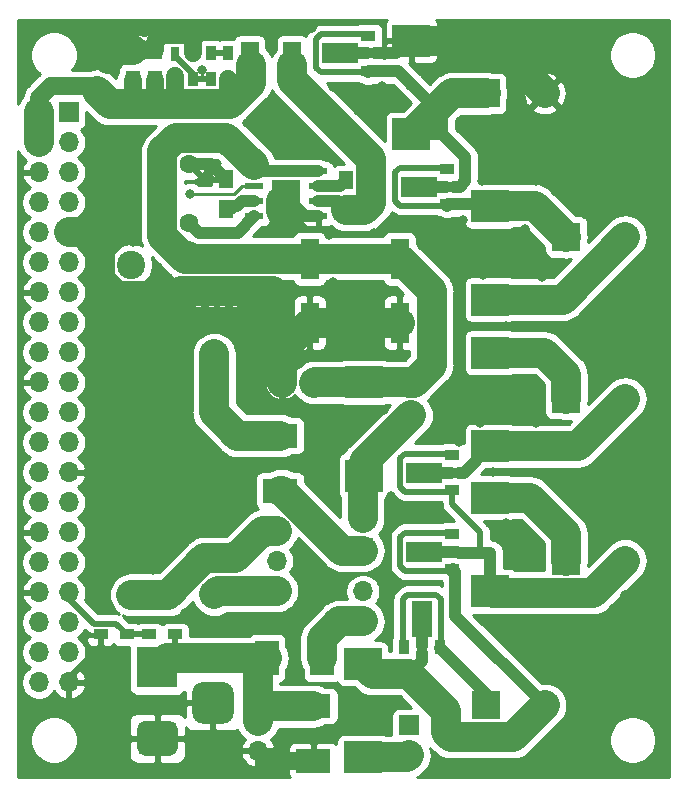
<source format=gtl>
%TF.GenerationSoftware,KiCad,Pcbnew,(5.1.6-0-10_14)*%
%TF.CreationDate,2021-03-02T16:37:27+09:00*%
%TF.ProjectId,qPCR-supercap,71504352-2d73-4757-9065-726361702e6b,rev?*%
%TF.SameCoordinates,Original*%
%TF.FileFunction,Copper,L1,Top*%
%TF.FilePolarity,Positive*%
%FSLAX46Y46*%
G04 Gerber Fmt 4.6, Leading zero omitted, Abs format (unit mm)*
G04 Created by KiCad (PCBNEW (5.1.6-0-10_14)) date 2021-03-02 16:37:27*
%MOMM*%
%LPD*%
G01*
G04 APERTURE LIST*
%TA.AperFunction,SMDPad,CuDef*%
%ADD10R,1.600000X3.500000*%
%TD*%
%TA.AperFunction,SMDPad,CuDef*%
%ADD11R,1.250000X1.500000*%
%TD*%
%TA.AperFunction,ComponentPad*%
%ADD12R,2.400000X2.400000*%
%TD*%
%TA.AperFunction,ComponentPad*%
%ADD13C,2.400000*%
%TD*%
%TA.AperFunction,SMDPad,CuDef*%
%ADD14R,0.750000X1.200000*%
%TD*%
%TA.AperFunction,ComponentPad*%
%ADD15C,1.600000*%
%TD*%
%TA.AperFunction,SMDPad,CuDef*%
%ADD16R,3.200000X2.700000*%
%TD*%
%TA.AperFunction,ComponentPad*%
%ADD17R,3.500000X3.500000*%
%TD*%
%TA.AperFunction,ComponentPad*%
%ADD18R,1.700000X1.700000*%
%TD*%
%TA.AperFunction,ComponentPad*%
%ADD19O,1.700000X1.700000*%
%TD*%
%TA.AperFunction,SMDPad,CuDef*%
%ADD20R,1.500000X4.000000*%
%TD*%
%TA.AperFunction,SMDPad,CuDef*%
%ADD21R,1.200000X0.900000*%
%TD*%
%TA.AperFunction,ComponentPad*%
%ADD22O,2.400000X2.400000*%
%TD*%
%TA.AperFunction,SMDPad,CuDef*%
%ADD23R,0.900000X1.200000*%
%TD*%
%TA.AperFunction,SMDPad,CuDef*%
%ADD24R,1.550000X0.600000*%
%TD*%
%TA.AperFunction,SMDPad,CuDef*%
%ADD25R,1.175000X1.175000*%
%TD*%
%TA.AperFunction,SMDPad,CuDef*%
%ADD26R,0.900000X1.300000*%
%TD*%
%TA.AperFunction,SMDPad,CuDef*%
%ADD27R,0.900000X1.475000*%
%TD*%
%TA.AperFunction,SMDPad,CuDef*%
%ADD28R,1.733000X3.125000*%
%TD*%
%TA.AperFunction,SMDPad,CuDef*%
%ADD29R,1.300000X0.900000*%
%TD*%
%TA.AperFunction,SMDPad,CuDef*%
%ADD30R,1.475000X0.900000*%
%TD*%
%TA.AperFunction,SMDPad,CuDef*%
%ADD31R,3.125000X1.733000*%
%TD*%
%TA.AperFunction,SMDPad,CuDef*%
%ADD32R,3.000000X2.000000*%
%TD*%
%TA.AperFunction,SMDPad,CuDef*%
%ADD33R,2.000000X3.000000*%
%TD*%
%TA.AperFunction,ViaPad*%
%ADD34C,0.800000*%
%TD*%
%TA.AperFunction,Conductor*%
%ADD35C,2.540000*%
%TD*%
%TA.AperFunction,Conductor*%
%ADD36C,1.016000*%
%TD*%
%TA.AperFunction,Conductor*%
%ADD37C,1.524000*%
%TD*%
%TA.AperFunction,Conductor*%
%ADD38C,0.508000*%
%TD*%
%TA.AperFunction,Conductor*%
%ADD39C,0.250000*%
%TD*%
%TA.AperFunction,Conductor*%
%ADD40C,0.254000*%
%TD*%
G04 APERTURE END LIST*
D10*
%TO.P,C1,1*%
%TO.N,12V_BD_VIN*%
X113500000Y-81400000D03*
%TO.P,C1,2*%
%TO.N,GND*%
X113500000Y-86800000D03*
%TD*%
%TO.P,C2,1*%
%TO.N,12V_BD_VIN*%
X105900000Y-81400000D03*
%TO.P,C2,2*%
%TO.N,GND*%
X105900000Y-86800000D03*
%TD*%
D11*
%TO.P,C3,1*%
%TO.N,12V_BD_VIN*%
X101000000Y-81650000D03*
%TO.P,C3,2*%
%TO.N,GND*%
X101000000Y-84150000D03*
%TD*%
%TO.P,C4,1*%
%TO.N,12V_BD_VIN*%
X99000000Y-81650000D03*
%TO.P,C4,2*%
%TO.N,GND*%
X99000000Y-84150000D03*
%TD*%
D12*
%TO.P,C6,1*%
%TO.N,Net-(C6-Pad1)*%
X120800000Y-119200000D03*
D13*
%TO.P,C6,2*%
%TO.N,Net-(C6-Pad2)*%
X125800000Y-119200000D03*
%TD*%
D12*
%TO.P,C7,1*%
%TO.N,Net-(C6-Pad2)*%
X127600000Y-106950000D03*
D13*
%TO.P,C7,2*%
%TO.N,Net-(C7-Pad2)*%
X132600000Y-106950000D03*
%TD*%
D12*
%TO.P,C8,1*%
%TO.N,Net-(C7-Pad2)*%
X127600000Y-93250000D03*
D13*
%TO.P,C8,2*%
%TO.N,Net-(C8-Pad2)*%
X132600000Y-93250000D03*
%TD*%
D12*
%TO.P,C9,1*%
%TO.N,Net-(C8-Pad2)*%
X127600000Y-79550000D03*
D13*
%TO.P,C9,2*%
%TO.N,Net-(C10-Pad1)*%
X132600000Y-79550000D03*
%TD*%
D12*
%TO.P,C10,1*%
%TO.N,Net-(C10-Pad1)*%
X120800000Y-67400000D03*
D13*
%TO.P,C10,2*%
%TO.N,GND*%
X125800000Y-67400000D03*
%TD*%
D11*
%TO.P,C5,1*%
%TO.N,12V_BD_VIN*%
X97000000Y-81650000D03*
%TO.P,C5,2*%
%TO.N,GND*%
X97000000Y-84150000D03*
%TD*%
D14*
%TO.P,C11,1*%
%TO.N,12V_BD_VIN*%
X95300000Y-81950000D03*
%TO.P,C11,2*%
%TO.N,GND*%
X95300000Y-83850000D03*
%TD*%
D15*
%TO.P,C12,1*%
%TO.N,Net-(C12-Pad1)*%
X95700000Y-78400000D03*
%TO.P,C12,2*%
%TO.N,GND*%
X95700000Y-73400000D03*
%TD*%
D11*
%TO.P,C13,1*%
%TO.N,Net-(C13-Pad1)*%
X98800000Y-77150000D03*
%TO.P,C13,2*%
%TO.N,GND*%
X98800000Y-74650000D03*
%TD*%
%TO.P,C14,1*%
%TO.N,/BD_BOOT*%
X109000000Y-74750000D03*
%TO.P,C14,2*%
%TO.N,/BD_SW*%
X109000000Y-77250000D03*
%TD*%
D14*
%TO.P,C15,1*%
%TO.N,5V*%
X94500000Y-65950000D03*
%TO.P,C15,2*%
%TO.N,/BD_FB*%
X94500000Y-64050000D03*
%TD*%
D11*
%TO.P,C16,1*%
%TO.N,5V*%
X92800000Y-66250000D03*
%TO.P,C16,2*%
%TO.N,GND*%
X92800000Y-63750000D03*
%TD*%
%TO.P,C17,1*%
%TO.N,5V*%
X90900000Y-66250000D03*
%TO.P,C17,2*%
%TO.N,GND*%
X90900000Y-63750000D03*
%TD*%
D16*
%TO.P,F1,1*%
%TO.N,12V_BD_VIN*%
X110500000Y-91850000D03*
%TO.P,F1,2*%
%TO.N,Net-(F1-Pad2)*%
X110500000Y-99750000D03*
%TD*%
%TO.P,J1,3*%
%TO.N,GND*%
%TA.AperFunction,ComponentPad*%
G36*
G01*
X98575000Y-120750000D02*
X96825000Y-120750000D01*
G75*
G02*
X95950000Y-119875000I0J875000D01*
G01*
X95950000Y-118125000D01*
G75*
G02*
X96825000Y-117250000I875000J0D01*
G01*
X98575000Y-117250000D01*
G75*
G02*
X99450000Y-118125000I0J-875000D01*
G01*
X99450000Y-119875000D01*
G75*
G02*
X98575000Y-120750000I-875000J0D01*
G01*
G37*
%TD.AperFunction*%
%TO.P,J1,2*%
%TA.AperFunction,ComponentPad*%
G36*
G01*
X94000000Y-123500000D02*
X92000000Y-123500000D01*
G75*
G02*
X91250000Y-122750000I0J750000D01*
G01*
X91250000Y-121250000D01*
G75*
G02*
X92000000Y-120500000I750000J0D01*
G01*
X94000000Y-120500000D01*
G75*
G02*
X94750000Y-121250000I0J-750000D01*
G01*
X94750000Y-122750000D01*
G75*
G02*
X94000000Y-123500000I-750000J0D01*
G01*
G37*
%TD.AperFunction*%
D17*
%TO.P,J1,1*%
%TO.N,VIN*%
X93000000Y-116000000D03*
%TD*%
D18*
%TO.P,J2,1*%
%TO.N,VIN*%
X101500000Y-120500000D03*
D19*
%TO.P,J2,2*%
%TO.N,GND*%
X101500000Y-123040000D03*
%TD*%
D18*
%TO.P,J3,1*%
%TO.N,12V_BD_VIN*%
X106100000Y-91900000D03*
D19*
%TO.P,J3,2*%
%TO.N,GND*%
X103560000Y-91900000D03*
%TD*%
D18*
%TO.P,J4,1*%
%TO.N,Net-(D2-Pad1)*%
X110400000Y-112100000D03*
D19*
%TO.P,J4,2*%
%TO.N,Net-(D3-Pad1)*%
X110400000Y-109560000D03*
%TD*%
D18*
%TO.P,J7,1*%
%TO.N,Net-(D3-Pad1)*%
X110400000Y-105900000D03*
D19*
%TO.P,J7,2*%
%TO.N,Net-(F1-Pad2)*%
X110400000Y-103360000D03*
%TD*%
D18*
%TO.P,J6,1*%
%TO.N,Net-(C6-Pad1)*%
X114300000Y-120900000D03*
D19*
%TO.P,J6,2*%
%TO.N,Net-(J6-Pad2)*%
X114300000Y-123440000D03*
%TD*%
D18*
%TO.P,J8,1*%
%TO.N,12V_BD_VIN*%
X114500000Y-92100000D03*
D19*
%TO.P,J8,2*%
%TO.N,Net-(F1-Pad2)*%
X114500000Y-94640000D03*
%TD*%
D20*
%TO.P,L1,1*%
%TO.N,/BD_SW*%
X104400000Y-65000000D03*
%TO.P,L1,2*%
%TO.N,5V*%
X100800000Y-65000000D03*
%TD*%
D21*
%TO.P,R1,1*%
%TO.N,VIN*%
X94500000Y-113200000D03*
%TO.P,R1,2*%
%TO.N,VIN_SENSE*%
X92300000Y-113200000D03*
%TD*%
%TO.P,R2,1*%
%TO.N,VIN_SENSE*%
X90400000Y-113200000D03*
%TO.P,R2,2*%
%TO.N,GND*%
X88200000Y-113200000D03*
%TD*%
D13*
%TO.P,R3,1*%
%TO.N,Net-(C6-Pad1)*%
X90800000Y-81900000D03*
D22*
%TO.P,R3,2*%
%TO.N,Net-(JP1-Pad3)*%
X90800000Y-109840000D03*
%TD*%
D13*
%TO.P,R4,1*%
%TO.N,Net-(C6-Pad1)*%
X97800000Y-89500000D03*
D22*
%TO.P,R4,2*%
%TO.N,Net-(JP1-Pad1)*%
X97800000Y-109820000D03*
%TD*%
D16*
%TO.P,R5,1*%
%TO.N,Net-(J6-Pad2)*%
X110400000Y-123600000D03*
%TO.P,R5,2*%
%TO.N,Net-(C6-Pad2)*%
X110400000Y-115700000D03*
%TD*%
%TO.P,R6,1*%
%TO.N,Net-(C7-Pad2)*%
X121200000Y-109550000D03*
%TO.P,R6,2*%
%TO.N,Net-(C6-Pad2)*%
X121200000Y-101650000D03*
%TD*%
%TO.P,R7,1*%
%TO.N,Net-(C8-Pad2)*%
X121200000Y-97250000D03*
%TO.P,R7,2*%
%TO.N,Net-(C7-Pad2)*%
X121200000Y-89350000D03*
%TD*%
%TO.P,R9,1*%
%TO.N,GND*%
X114500000Y-62950000D03*
%TO.P,R9,2*%
%TO.N,Net-(C10-Pad1)*%
X114500000Y-70850000D03*
%TD*%
D23*
%TO.P,R10,1*%
%TO.N,5V*%
X99000000Y-66200000D03*
%TO.P,R10,2*%
%TO.N,Net-(R10-Pad2)*%
X99000000Y-64000000D03*
%TD*%
%TO.P,R11,1*%
%TO.N,Net-(R10-Pad2)*%
X97500000Y-64000000D03*
%TO.P,R11,2*%
%TO.N,/BD_FB*%
X97500000Y-66200000D03*
%TD*%
%TO.P,R12,1*%
%TO.N,/BD_FB*%
X96000000Y-66200000D03*
%TO.P,R12,2*%
%TO.N,GND*%
X96000000Y-64000000D03*
%TD*%
D24*
%TO.P,U6,1*%
%TO.N,12V_BD_VIN*%
X101200000Y-73995000D03*
%TO.P,U6,2*%
%TO.N,/BD_FB*%
X101200000Y-75265000D03*
%TO.P,U6,3*%
%TO.N,Net-(C13-Pad1)*%
X101200000Y-76535000D03*
%TO.P,U6,4*%
%TO.N,Net-(C12-Pad1)*%
X101200000Y-77805000D03*
%TO.P,U6,5*%
%TO.N,GND*%
X106600000Y-77805000D03*
%TO.P,U6,6*%
%TO.N,/BD_SW*%
X106600000Y-76535000D03*
%TO.P,U6,7*%
%TO.N,/BD_BOOT*%
X106600000Y-75265000D03*
%TO.P,U6,8*%
%TO.N,12V_BD_VIN*%
X106600000Y-73995000D03*
D25*
%TO.P,U6,9*%
%TO.N,GND*%
X104487500Y-76487500D03*
X104487500Y-75312500D03*
X103312500Y-76487500D03*
X103312500Y-75312500D03*
%TD*%
D26*
%TO.P,U1,1*%
%TO.N,Net-(C6-Pad1)*%
X113900000Y-114250000D03*
D27*
%TO.P,U1,2*%
%TO.N,Net-(C6-Pad2)*%
X115400000Y-114162500D03*
D26*
%TO.P,U1,3*%
%TO.N,Net-(C6-Pad1)*%
X116900000Y-114250000D03*
D28*
%TO.P,U1,2.1*%
%TO.N,Net-(C6-Pad2)*%
X115400000Y-111862500D03*
%TD*%
D29*
%TO.P,U2,1*%
%TO.N,Net-(C6-Pad2)*%
X117950000Y-107700000D03*
D30*
%TO.P,U2,2*%
%TO.N,Net-(C7-Pad2)*%
X117862500Y-106200000D03*
D29*
%TO.P,U2,3*%
%TO.N,Net-(C6-Pad2)*%
X117950000Y-104700000D03*
D31*
%TO.P,U2,2.1*%
%TO.N,Net-(C7-Pad2)*%
X115562500Y-106200000D03*
%TD*%
D29*
%TO.P,U3,1*%
%TO.N,Net-(C7-Pad2)*%
X117950000Y-101000000D03*
D30*
%TO.P,U3,2*%
%TO.N,Net-(C8-Pad2)*%
X117862500Y-99500000D03*
D29*
%TO.P,U3,3*%
%TO.N,Net-(C7-Pad2)*%
X117950000Y-98000000D03*
D31*
%TO.P,U3,2.1*%
%TO.N,Net-(C8-Pad2)*%
X115562500Y-99500000D03*
%TD*%
D29*
%TO.P,U4,1*%
%TO.N,Net-(C8-Pad2)*%
X117550000Y-76800000D03*
D30*
%TO.P,U4,2*%
%TO.N,Net-(C10-Pad1)*%
X117462500Y-75300000D03*
D29*
%TO.P,U4,3*%
%TO.N,Net-(C8-Pad2)*%
X117550000Y-73800000D03*
D31*
%TO.P,U4,2.1*%
%TO.N,Net-(C10-Pad1)*%
X115162500Y-75300000D03*
%TD*%
D29*
%TO.P,U5,1*%
%TO.N,Net-(C10-Pad1)*%
X110850000Y-65500000D03*
D30*
%TO.P,U5,2*%
%TO.N,GND*%
X110762500Y-64000000D03*
D29*
%TO.P,U5,3*%
%TO.N,Net-(C10-Pad1)*%
X110850000Y-62500000D03*
D31*
%TO.P,U5,2.1*%
%TO.N,GND*%
X108462500Y-64000000D03*
%TD*%
D16*
%TO.P,R8,1*%
%TO.N,Net-(C10-Pad1)*%
X121200000Y-84850000D03*
%TO.P,R8,2*%
%TO.N,Net-(C8-Pad2)*%
X121200000Y-76950000D03*
%TD*%
D19*
%TO.P,J9,6*%
%TO.N,GND*%
X82960000Y-74080000D03*
%TO.P,J9,3*%
%TO.N,N/C*%
X85500000Y-71540000D03*
%TO.P,J9,15*%
X85500000Y-86780000D03*
%TO.P,J9,16*%
X82960000Y-86780000D03*
%TO.P,J9,4*%
%TO.N,5V*%
X82960000Y-71540000D03*
%TO.P,J9,5*%
%TO.N,N/C*%
X85500000Y-74080000D03*
%TO.P,J9,2*%
%TO.N,5V*%
X82960000Y-69000000D03*
D18*
%TO.P,J9,1*%
%TO.N,N/C*%
X85500000Y-69000000D03*
D19*
%TO.P,J9,23*%
X85500000Y-96940000D03*
%TO.P,J9,24*%
X82960000Y-96940000D03*
%TO.P,J9,11*%
X85500000Y-81700000D03*
%TO.P,J9,12*%
X82960000Y-81700000D03*
%TO.P,J9,27*%
X85500000Y-102020000D03*
%TO.P,J9,28*%
X82960000Y-102020000D03*
%TO.P,J9,13*%
X85500000Y-84240000D03*
%TO.P,J9,14*%
%TO.N,GND*%
X82960000Y-84240000D03*
%TO.P,J9,9*%
X85500000Y-79160000D03*
%TO.P,J9,10*%
%TO.N,N/C*%
X82960000Y-79160000D03*
%TO.P,J9,19*%
X85500000Y-91860000D03*
%TO.P,J9,20*%
%TO.N,GND*%
X82960000Y-91860000D03*
%TO.P,J9,37*%
%TO.N,N/C*%
X85500000Y-114720000D03*
%TO.P,J9,38*%
X82960000Y-114720000D03*
%TO.P,J9,33*%
%TO.N,VIN_SENSE*%
X85500000Y-109640000D03*
%TO.P,J9,34*%
%TO.N,GND*%
X82960000Y-109640000D03*
%TO.P,J9,35*%
%TO.N,N/C*%
X85500000Y-112180000D03*
%TO.P,J9,36*%
X82960000Y-112180000D03*
%TO.P,J9,17*%
X85500000Y-89320000D03*
%TO.P,J9,18*%
X82960000Y-89320000D03*
%TO.P,J9,31*%
X85500000Y-107100000D03*
%TO.P,J9,32*%
X82960000Y-107100000D03*
%TO.P,J9,7*%
X85500000Y-76620000D03*
%TO.P,J9,8*%
X82960000Y-76620000D03*
%TO.P,J9,29*%
X85500000Y-104560000D03*
%TO.P,J9,30*%
%TO.N,GND*%
X82960000Y-104560000D03*
%TO.P,J9,21*%
%TO.N,N/C*%
X85500000Y-94400000D03*
%TO.P,J9,22*%
X82960000Y-94400000D03*
%TO.P,J9,25*%
%TO.N,GND*%
X85500000Y-99480000D03*
%TO.P,J9,26*%
%TO.N,N/C*%
X82960000Y-99480000D03*
%TO.P,J9,39*%
%TO.N,GND*%
X85500000Y-117260000D03*
%TO.P,J9,40*%
%TO.N,N/C*%
X82960000Y-117260000D03*
%TD*%
D32*
%TO.P,D1,1*%
%TO.N,VIN*%
X106200000Y-119275000D03*
%TO.P,D1,2*%
%TO.N,GND*%
X106200000Y-123925000D03*
%TD*%
D33*
%TO.P,D2,1*%
%TO.N,Net-(D2-Pad1)*%
X106925000Y-115200000D03*
%TO.P,D2,2*%
%TO.N,VIN*%
X102275000Y-115200000D03*
%TD*%
D32*
%TO.P,D3,1*%
%TO.N,Net-(D3-Pad1)*%
X103400000Y-101025000D03*
%TO.P,D3,2*%
%TO.N,Net-(C6-Pad1)*%
X103400000Y-96375000D03*
%TD*%
D18*
%TO.P,JP1,1*%
%TO.N,Net-(JP1-Pad1)*%
X103100000Y-109500000D03*
D19*
%TO.P,JP1,2*%
%TO.N,Net-(D3-Pad1)*%
X103100000Y-106960000D03*
%TO.P,JP1,3*%
%TO.N,Net-(JP1-Pad3)*%
X103100000Y-104420000D03*
%TD*%
D34*
%TO.N,GND*%
X102750000Y-84150000D03*
X103900000Y-77800000D03*
X89400000Y-64700000D03*
X87500000Y-62100000D03*
X81800000Y-66000000D03*
X87350000Y-69900000D03*
X91650000Y-70950000D03*
X100600000Y-69900000D03*
X106450000Y-71950000D03*
X103700000Y-69000000D03*
X102350000Y-71400000D03*
X102650000Y-63100000D03*
X97750000Y-62250000D03*
X91500000Y-61650000D03*
X106100000Y-61900000D03*
X107900000Y-66850000D03*
X109950000Y-68850000D03*
X112050000Y-66750000D03*
X118600000Y-69750000D03*
X120500000Y-74850000D03*
X122800000Y-72050000D03*
X120600000Y-71800000D03*
X125050000Y-74850000D03*
X129350000Y-72200000D03*
X127750000Y-70350000D03*
X126600000Y-64650000D03*
X123500000Y-62100000D03*
X129400000Y-62550000D03*
X135050000Y-66950000D03*
X131150000Y-68450000D03*
X134650000Y-71750000D03*
X132250000Y-74950000D03*
X135500000Y-76450000D03*
X133200000Y-82400000D03*
X131650000Y-84900000D03*
X135300000Y-87150000D03*
X133600000Y-96350000D03*
X132000000Y-97800000D03*
X135200000Y-101100000D03*
X135450000Y-98100000D03*
X135900000Y-93250000D03*
X135600000Y-80550000D03*
X135900000Y-106650000D03*
X132600000Y-109900000D03*
X129600000Y-112650000D03*
X129900000Y-116450000D03*
X128050000Y-121950000D03*
X123200000Y-124500000D03*
X118050000Y-124100000D03*
X129850000Y-124300000D03*
X131650000Y-118950000D03*
X134150000Y-114850000D03*
X135050000Y-118500000D03*
X135600000Y-124200000D03*
X135400000Y-62100000D03*
X82200000Y-61850000D03*
X81950000Y-124500000D03*
X81900000Y-120400000D03*
X85650000Y-119450000D03*
X87500000Y-123950000D03*
X92850000Y-124900000D03*
X98650000Y-125000000D03*
X94700000Y-119100000D03*
X90500000Y-119300000D03*
X88150000Y-117300000D03*
X89700000Y-114800000D03*
X96700000Y-113100000D03*
X95350000Y-111400000D03*
X99400000Y-112900000D03*
X88300000Y-108600000D03*
X88300000Y-104250000D03*
X88400000Y-99250000D03*
X88350000Y-92900000D03*
X88300000Y-86950000D03*
X90300000Y-89950000D03*
X90300000Y-95700000D03*
X90050000Y-101850000D03*
X90000000Y-106450000D03*
X92750000Y-104400000D03*
X95600000Y-105250000D03*
X92650000Y-107750000D03*
X95350000Y-100950000D03*
X92650000Y-98700000D03*
X95500000Y-96000000D03*
X95550000Y-91650000D03*
X92600000Y-92950000D03*
X93100000Y-86750000D03*
X96750000Y-87350000D03*
X100150000Y-88950000D03*
X100200000Y-93500000D03*
X103500000Y-94100000D03*
X106100000Y-89750000D03*
X113850000Y-89550000D03*
X110000000Y-89150000D03*
X112100000Y-84400000D03*
X107850000Y-83400000D03*
X109400000Y-84750000D03*
X103850000Y-86100000D03*
X93050000Y-82100000D03*
X90900000Y-79950000D03*
X87900000Y-77100000D03*
X91150000Y-74300000D03*
X87400000Y-73100000D03*
X89450000Y-75300000D03*
X89350000Y-71650000D03*
X107500000Y-79350000D03*
X111350000Y-79250000D03*
X113000000Y-77900000D03*
X115400000Y-80350000D03*
X118850000Y-78100000D03*
X118450000Y-82100000D03*
X116350000Y-78600000D03*
X125550000Y-82900000D03*
X124100000Y-78850000D03*
X122850000Y-81600000D03*
X120600000Y-82750000D03*
X118550000Y-85550000D03*
X118550000Y-89600000D03*
X122500000Y-87050000D03*
X128200000Y-88250000D03*
X130300000Y-91900000D03*
X124900000Y-91550000D03*
X125050000Y-95300000D03*
X123000000Y-93300000D03*
X120500000Y-91650000D03*
X120300000Y-95300000D03*
X115900000Y-96650000D03*
X118550000Y-96900000D03*
X117100000Y-94050000D03*
X112150000Y-94200000D03*
X107000000Y-94250000D03*
X108150000Y-98150000D03*
X105500000Y-98600000D03*
X108150000Y-102250000D03*
X112800000Y-101500000D03*
X116650000Y-103050000D03*
X112550000Y-104500000D03*
X122500000Y-103750000D03*
X125350000Y-105550000D03*
X123300000Y-107200000D03*
X121400000Y-99450000D03*
X126150000Y-99650000D03*
X129250000Y-102900000D03*
X130450000Y-105300000D03*
X105100000Y-112400000D03*
X105450000Y-111000000D03*
%TO.N,/BD_FB*%
X95800000Y-75900000D03*
X96800000Y-65400000D03*
%TO.N,5V*%
X87900000Y-67200000D03*
%TD*%
D35*
%TO.N,12V_BD_VIN*%
X106350010Y-91850000D02*
X106300010Y-91900000D01*
X110500000Y-91850000D02*
X106350010Y-91850000D01*
X113500000Y-81400000D02*
X105900000Y-81400000D01*
X114250000Y-91850000D02*
X110500000Y-91850000D01*
X114299991Y-91899991D02*
X114250000Y-91850000D01*
X116240010Y-90359990D02*
X114700009Y-91899991D01*
X114700009Y-91899991D02*
X114299991Y-91899991D01*
X116240010Y-84140010D02*
X116240010Y-90359990D01*
X113500000Y-81400000D02*
X116240010Y-84140010D01*
X105900000Y-81400000D02*
X105900000Y-81500000D01*
X101009990Y-81400000D02*
X101000000Y-81409990D01*
X102700000Y-81400000D02*
X95850000Y-81400000D01*
X95850000Y-81400000D02*
X95600000Y-81150000D01*
X105900000Y-81400000D02*
X102700000Y-81400000D01*
X102700000Y-81400000D02*
X101009990Y-81400000D01*
D36*
X101200000Y-73995000D02*
X106600000Y-73995000D01*
D35*
X98835000Y-71129999D02*
X101200000Y-73494999D01*
X95340398Y-81400000D02*
X93429999Y-79489601D01*
X94610399Y-71129999D02*
X98835000Y-71129999D01*
X93429999Y-72310399D02*
X94610399Y-71129999D01*
X93429999Y-79489601D02*
X93429999Y-72310399D01*
X95850000Y-81400000D02*
X95340398Y-81400000D01*
D37*
%TO.N,GND*%
X102385000Y-123925000D02*
X101500000Y-123040000D01*
X106200000Y-123925000D02*
X102385000Y-123925000D01*
D38*
X88200000Y-114158000D02*
X85500000Y-116858000D01*
X85500000Y-116858000D02*
X85500000Y-117260000D01*
X88200000Y-113200000D02*
X88200000Y-114158000D01*
D35*
X125800000Y-67400000D02*
X121400000Y-63000000D01*
X114550000Y-63000000D02*
X114500000Y-62950000D01*
X121400000Y-63000000D02*
X114550000Y-63000000D01*
D36*
X114500000Y-62950000D02*
X114250000Y-62950000D01*
X113200000Y-64000000D02*
X111406610Y-64000000D01*
X114250000Y-62950000D02*
X113200000Y-64000000D01*
D35*
X113500000Y-86800000D02*
X105900000Y-86800000D01*
X103560000Y-89140000D02*
X103560000Y-91900000D01*
X105900000Y-86800000D02*
X103560000Y-89140000D01*
X101000000Y-86580000D02*
X103560000Y-89140000D01*
X101000000Y-84150000D02*
X101000000Y-86580000D01*
X99000000Y-84150000D02*
X101000000Y-84150000D01*
X97000000Y-84150000D02*
X99000000Y-84150000D01*
D37*
X90900000Y-63750000D02*
X92800000Y-63750000D01*
X92800000Y-63043398D02*
X92800000Y-63750000D01*
X93355399Y-62487999D02*
X92800000Y-63043398D01*
X95644601Y-62487999D02*
X93355399Y-62487999D01*
X96000000Y-62843398D02*
X95644601Y-62487999D01*
X96000000Y-64000000D02*
X96000000Y-62843398D01*
D36*
X104487500Y-76771902D02*
X104487500Y-76487500D01*
X105520598Y-77805000D02*
X104487500Y-76771902D01*
X106600000Y-77805000D02*
X105520598Y-77805000D01*
X97550000Y-73400000D02*
X98800000Y-74650000D01*
X95700000Y-73400000D02*
X97550000Y-73400000D01*
D35*
X102759990Y-84140010D02*
X102800000Y-84140010D01*
X101000000Y-84150000D02*
X102750000Y-84150000D01*
X102759990Y-84140010D02*
X102750000Y-84150000D01*
X103445001Y-77345001D02*
X103445001Y-76487500D01*
X103900000Y-77800000D02*
X103445001Y-77345001D01*
X95600000Y-84150000D02*
X97000000Y-84150000D01*
X95009990Y-84140010D02*
X95590010Y-84140010D01*
X94579999Y-84570001D02*
X95009990Y-84140010D01*
X95590010Y-84140010D02*
X95600000Y-84150000D01*
X89518399Y-84570001D02*
X94579999Y-84570001D01*
X88129999Y-83181601D02*
X89518399Y-84570001D01*
X88129999Y-80587918D02*
X88129999Y-83181601D01*
X86702081Y-79160000D02*
X88129999Y-80587918D01*
X85500000Y-79160000D02*
X86702081Y-79160000D01*
X88804999Y-64323999D02*
X88804999Y-64459991D01*
X89378998Y-63750000D02*
X88804999Y-64323999D01*
X90900000Y-63750000D02*
X89378998Y-63750000D01*
D38*
X103312500Y-75312500D02*
X104487500Y-75312500D01*
D36*
X108462500Y-64000000D02*
X110762500Y-64000000D01*
D35*
%TO.N,Net-(C6-Pad2)*%
X127600000Y-106950000D02*
X127600000Y-104700000D01*
X124550000Y-101650000D02*
X121300000Y-101650000D01*
X127600000Y-104700000D02*
X124550000Y-101650000D01*
D36*
X117904914Y-107809710D02*
X118014500Y-107700124D01*
X110400000Y-115700000D02*
X110484501Y-115784501D01*
X118014500Y-107700124D02*
X118225717Y-107911341D01*
X118225717Y-111625717D02*
X125800000Y-119200000D01*
X118225717Y-107911341D02*
X118225717Y-111625717D01*
D35*
X111246501Y-116546501D02*
X114292503Y-116546501D01*
X114292503Y-116546501D02*
X117400000Y-119653998D01*
X110400000Y-115700000D02*
X111246501Y-116546501D01*
X117400000Y-119653998D02*
X117400000Y-121450000D01*
X123129999Y-121870001D02*
X125800000Y-119200000D01*
X117820001Y-121870001D02*
X123129999Y-121870001D01*
X117400000Y-121450000D02*
X117820001Y-121870001D01*
D36*
X115400000Y-115439004D02*
X115400000Y-114806610D01*
X114292503Y-116546501D02*
X115400000Y-115439004D01*
X115400000Y-111862500D02*
X115400000Y-114162500D01*
D38*
X117840290Y-107809710D02*
X117950000Y-107700000D01*
X117840291Y-104590291D02*
X113926007Y-104590291D01*
X113545999Y-107429701D02*
X113926008Y-107809710D01*
X113545999Y-104970299D02*
X113545999Y-107429701D01*
X113926008Y-107809710D02*
X117840290Y-107809710D01*
X113926007Y-104590291D02*
X113545999Y-104970299D01*
X117950000Y-104700000D02*
X117840291Y-104590291D01*
D35*
%TO.N,Net-(C7-Pad2)*%
X127600000Y-93250000D02*
X127600000Y-91200000D01*
X125750000Y-89350000D02*
X120900000Y-89350000D01*
X127600000Y-91200000D02*
X125750000Y-89350000D01*
X121440010Y-109690010D02*
X129859990Y-109690010D01*
X129859990Y-109690010D02*
X132600000Y-106950000D01*
X121300000Y-109550000D02*
X121440010Y-109690010D01*
D36*
X121200000Y-106300000D02*
X121200000Y-109550000D01*
X118406610Y-106200000D02*
X118506610Y-106300000D01*
X115562500Y-106200000D02*
X118406610Y-106200000D01*
D38*
X113926008Y-101109710D02*
X117840290Y-101109710D01*
X117840291Y-97890291D02*
X113926007Y-97890291D01*
X113545999Y-100729701D02*
X113926008Y-101109710D01*
X117950000Y-98000000D02*
X117840291Y-97890291D01*
X113545999Y-98270299D02*
X113545999Y-100729701D01*
X117840290Y-101109710D02*
X117950000Y-101000000D01*
X113926007Y-97890291D02*
X113545999Y-98270299D01*
X117950000Y-102167202D02*
X120350000Y-104567202D01*
X117950000Y-101000000D02*
X117950000Y-102167202D01*
D36*
X120350000Y-106300000D02*
X118506610Y-106300000D01*
D38*
X120350000Y-104567202D02*
X120350000Y-106300000D01*
D36*
X121200000Y-106300000D02*
X120350000Y-106300000D01*
D35*
%TO.N,Net-(C8-Pad2)*%
X127600000Y-79550000D02*
X124950000Y-76900000D01*
X121250000Y-76900000D02*
X121200000Y-76950000D01*
X124950000Y-76900000D02*
X121250000Y-76900000D01*
D36*
X117504914Y-76909710D02*
X117614500Y-76800124D01*
X121050124Y-76800124D02*
X121200000Y-76950000D01*
X117614500Y-76800124D02*
X121050124Y-76800124D01*
D35*
X128600000Y-97250000D02*
X132600000Y-93250000D01*
X120900000Y-97250000D02*
X128600000Y-97250000D01*
D36*
X118950000Y-99500000D02*
X118506610Y-99500000D01*
X121200000Y-97250000D02*
X118950000Y-99500000D01*
X117862500Y-99500000D02*
X115562500Y-99500000D01*
D38*
X117440290Y-76909710D02*
X117550000Y-76800000D01*
X117550000Y-73800000D02*
X117440291Y-73690291D01*
X113145999Y-76529701D02*
X113526008Y-76909710D01*
X113145999Y-74070299D02*
X113145999Y-76529701D01*
X113526007Y-73690291D02*
X113145999Y-74070299D01*
X113526008Y-76909710D02*
X117440290Y-76909710D01*
X117440291Y-73690291D02*
X113526007Y-73690291D01*
D36*
%TO.N,Net-(C12-Pad1)*%
X99805001Y-79199999D02*
X96499999Y-79199999D01*
X96499999Y-79199999D02*
X95700000Y-78400000D01*
X101200000Y-77805000D02*
X99805001Y-79199999D01*
%TO.N,Net-(C13-Pad1)*%
X98800000Y-77150000D02*
X98850000Y-77200000D01*
X99716999Y-76938599D02*
X100120598Y-76535000D01*
X99461401Y-76938599D02*
X99716999Y-76938599D01*
X100120598Y-76535000D02*
X101200000Y-76535000D01*
X99250000Y-77150000D02*
X99461401Y-76938599D01*
X98800000Y-77150000D02*
X99250000Y-77150000D01*
%TO.N,/BD_BOOT*%
X108485000Y-75265000D02*
X109000000Y-74750000D01*
X106600000Y-75265000D02*
X108485000Y-75265000D01*
%TO.N,/BD_SW*%
X108285000Y-76535000D02*
X109000000Y-77250000D01*
X106600000Y-76535000D02*
X108285000Y-76535000D01*
D35*
X104400000Y-66250000D02*
X104400000Y-65000000D01*
X111095001Y-72945001D02*
X104400000Y-66250000D01*
X111095001Y-76676001D02*
X111095001Y-72945001D01*
X110521002Y-77250000D02*
X111095001Y-76676001D01*
X109000000Y-77250000D02*
X110521002Y-77250000D01*
D38*
%TO.N,/BD_FB*%
X94500000Y-64230304D02*
X94500000Y-64050000D01*
X96000000Y-65730304D02*
X94500000Y-64230304D01*
X96000000Y-66200000D02*
X96000000Y-65730304D01*
D39*
X100145002Y-75265000D02*
X99510002Y-75900000D01*
X99510002Y-75900000D02*
X95800000Y-75900000D01*
X101200000Y-75265000D02*
X100145002Y-75265000D01*
X96800000Y-66100000D02*
X96700000Y-66200000D01*
X96800000Y-65400000D02*
X96800000Y-66100000D01*
D38*
X96700000Y-66200000D02*
X96000000Y-66200000D01*
X97500000Y-66200000D02*
X96700000Y-66200000D01*
D35*
%TO.N,5V*%
X82960000Y-71540000D02*
X82960000Y-69000000D01*
D37*
X82960000Y-67797919D02*
X82960000Y-69000000D01*
X83957918Y-66800001D02*
X82960000Y-67797919D01*
X87500001Y-66800001D02*
X83957918Y-66800001D01*
X87900000Y-67200000D02*
X87500001Y-66800001D01*
D35*
X100920001Y-66476001D02*
X100920001Y-65000000D01*
X99126001Y-68270001D02*
X100920001Y-66476001D01*
X87900000Y-67200000D02*
X88970001Y-68270001D01*
D37*
X99000000Y-68144000D02*
X99126001Y-68270001D01*
X99000000Y-66200000D02*
X99000000Y-68144000D01*
X94500000Y-67600000D02*
X93829999Y-68270001D01*
D35*
X93829999Y-68270001D02*
X99126001Y-68270001D01*
D37*
X94500000Y-65950000D02*
X94500000Y-67600000D01*
X92800000Y-67240002D02*
X93829999Y-68270001D01*
X92800000Y-66250000D02*
X92800000Y-67240002D01*
X90900000Y-67700000D02*
X90329999Y-68270001D01*
X90900000Y-66250000D02*
X90900000Y-67700000D01*
D35*
X90329999Y-68270001D02*
X93829999Y-68270001D01*
X88970001Y-68270001D02*
X90329999Y-68270001D01*
D38*
%TO.N,VIN*%
X94500000Y-114500000D02*
X93000000Y-116000000D01*
X94500000Y-113200000D02*
X94500000Y-114500000D01*
D35*
X93800000Y-115200000D02*
X102275000Y-115200000D01*
X93000000Y-116000000D02*
X93800000Y-115200000D01*
X101500000Y-115975000D02*
X102275000Y-115200000D01*
X106200000Y-119275000D02*
X101825000Y-119275000D01*
X101500000Y-119600000D02*
X101500000Y-115975000D01*
X101825000Y-119275000D02*
X101500000Y-119600000D01*
X101500000Y-120500000D02*
X101500000Y-119600000D01*
%TO.N,Net-(D2-Pad1)*%
X106925000Y-113578998D02*
X108403998Y-112100000D01*
X108403998Y-112100000D02*
X110400000Y-112100000D01*
X106925000Y-115200000D02*
X106925000Y-113578998D01*
%TO.N,Net-(D3-Pad1)*%
X108654969Y-106100010D02*
X110400000Y-106100010D01*
X103579959Y-101025000D02*
X108654969Y-106100010D01*
X103400000Y-101025000D02*
X103579959Y-101025000D01*
%TO.N,Net-(F1-Pad2)*%
X110400000Y-99850000D02*
X110500000Y-99750000D01*
X110400000Y-103360000D02*
X110400000Y-99850000D01*
X110500000Y-98640000D02*
X114500000Y-94640000D01*
X110500000Y-99750000D02*
X110500000Y-98640000D01*
%TO.N,Net-(J6-Pad2)*%
X114140000Y-123600000D02*
X114300000Y-123440000D01*
X110400000Y-123600000D02*
X114140000Y-123600000D01*
D38*
%TO.N,VIN_SENSE*%
X90400000Y-113200000D02*
X89495999Y-112295999D01*
X89495999Y-112295999D02*
X87595999Y-112295999D01*
X85500000Y-110200000D02*
X85500000Y-109640000D01*
X87595999Y-112295999D02*
X85500000Y-110200000D01*
X90400000Y-113200000D02*
X92300000Y-113200000D01*
%TO.N,Net-(R10-Pad2)*%
X97500000Y-64000000D02*
X99000000Y-64000000D01*
D35*
%TO.N,Net-(C6-Pad1)*%
X103400000Y-96375000D02*
X99775000Y-96375000D01*
X97800000Y-94400000D02*
X97800000Y-89500000D01*
X99775000Y-96375000D02*
X97800000Y-94400000D01*
D36*
X120800000Y-119200000D02*
X120800000Y-118214376D01*
X120800000Y-118214376D02*
X116900124Y-114314500D01*
D38*
X117009709Y-110226007D02*
X117009709Y-114140291D01*
X117009709Y-114140291D02*
X116900000Y-114250000D01*
X114170299Y-109845999D02*
X116629701Y-109845999D01*
X113790290Y-110226008D02*
X114170299Y-109845999D01*
X113790290Y-114140290D02*
X113790290Y-110226008D01*
X116629701Y-109845999D02*
X117009709Y-110226007D01*
X113900000Y-114250000D02*
X113790290Y-114140290D01*
D36*
%TO.N,Net-(C10-Pad1)*%
X110804914Y-65609710D02*
X110914500Y-65500124D01*
X113400124Y-65500124D02*
X110914500Y-65500124D01*
X114500000Y-66600000D02*
X113400124Y-65500124D01*
X118625598Y-75300000D02*
X118106610Y-75300000D01*
D35*
X127300000Y-84850000D02*
X132600000Y-79550000D01*
X121200000Y-84850000D02*
X127300000Y-84850000D01*
X120800000Y-67400000D02*
X117950000Y-67400000D01*
D36*
X114500000Y-66600000D02*
X114500000Y-66650000D01*
X114500000Y-66600000D02*
X116625000Y-68725000D01*
D35*
X116625000Y-68725000D02*
X114500000Y-70850000D01*
X117950000Y-67400000D02*
X116625000Y-68725000D01*
D36*
X119084501Y-74841097D02*
X118625598Y-75300000D01*
X117116000Y-70850000D02*
X119084501Y-72818501D01*
X119084501Y-72818501D02*
X119084501Y-74841097D01*
X114500000Y-70850000D02*
X117116000Y-70850000D01*
X117116000Y-69216000D02*
X116625000Y-68725000D01*
X117116000Y-70850000D02*
X117116000Y-69216000D01*
X115162500Y-75300000D02*
X117462500Y-75300000D01*
D38*
X110740290Y-65609710D02*
X110850000Y-65500000D01*
X106826008Y-65609710D02*
X110740290Y-65609710D01*
X110850000Y-62500000D02*
X110740291Y-62390291D01*
X106445999Y-62770299D02*
X106445999Y-65229701D01*
X106445999Y-65229701D02*
X106826008Y-65609710D01*
X106826007Y-62390291D02*
X106445999Y-62770299D01*
X110740291Y-62390291D02*
X106826007Y-62390291D01*
D35*
%TO.N,Net-(JP1-Pad1)*%
X98120000Y-109500000D02*
X97800000Y-109820000D01*
X103100000Y-109500000D02*
X98120000Y-109500000D01*
%TO.N,Net-(JP1-Pad3)*%
X99557929Y-106759990D02*
X96985051Y-106759990D01*
X101897919Y-104420000D02*
X99557929Y-106759990D01*
X103100000Y-104420000D02*
X101897919Y-104420000D01*
X93905041Y-109840000D02*
X90800000Y-109840000D01*
X96985051Y-106759990D02*
X93905041Y-109840000D01*
%TD*%
D40*
%TO.N,GND*%
G36*
X81191494Y-72272538D02*
G01*
X81368387Y-72603482D01*
X81606444Y-72893556D01*
X81851358Y-73094551D01*
X81688359Y-73313080D01*
X81563175Y-73575901D01*
X81518524Y-73723110D01*
X81639845Y-73953000D01*
X82833000Y-73953000D01*
X82833000Y-73933000D01*
X83087000Y-73933000D01*
X83087000Y-73953000D01*
X83107000Y-73953000D01*
X83107000Y-74207000D01*
X83087000Y-74207000D01*
X83087000Y-74227000D01*
X82833000Y-74227000D01*
X82833000Y-74207000D01*
X81639845Y-74207000D01*
X81518524Y-74436890D01*
X81563175Y-74584099D01*
X81688359Y-74846920D01*
X81862412Y-75080269D01*
X82078645Y-75275178D01*
X82195534Y-75344805D01*
X82013368Y-75466525D01*
X81806525Y-75673368D01*
X81644010Y-75916589D01*
X81532068Y-76186842D01*
X81475000Y-76473740D01*
X81475000Y-76766260D01*
X81532068Y-77053158D01*
X81644010Y-77323411D01*
X81806525Y-77566632D01*
X82013368Y-77773475D01*
X82187760Y-77890000D01*
X82013368Y-78006525D01*
X81806525Y-78213368D01*
X81644010Y-78456589D01*
X81532068Y-78726842D01*
X81475000Y-79013740D01*
X81475000Y-79306260D01*
X81532068Y-79593158D01*
X81644010Y-79863411D01*
X81806525Y-80106632D01*
X82013368Y-80313475D01*
X82187760Y-80430000D01*
X82013368Y-80546525D01*
X81806525Y-80753368D01*
X81644010Y-80996589D01*
X81532068Y-81266842D01*
X81475000Y-81553740D01*
X81475000Y-81846260D01*
X81532068Y-82133158D01*
X81644010Y-82403411D01*
X81806525Y-82646632D01*
X82013368Y-82853475D01*
X82195534Y-82975195D01*
X82078645Y-83044822D01*
X81862412Y-83239731D01*
X81688359Y-83473080D01*
X81563175Y-83735901D01*
X81518524Y-83883110D01*
X81639845Y-84113000D01*
X82833000Y-84113000D01*
X82833000Y-84093000D01*
X83087000Y-84093000D01*
X83087000Y-84113000D01*
X83107000Y-84113000D01*
X83107000Y-84367000D01*
X83087000Y-84367000D01*
X83087000Y-84387000D01*
X82833000Y-84387000D01*
X82833000Y-84367000D01*
X81639845Y-84367000D01*
X81518524Y-84596890D01*
X81563175Y-84744099D01*
X81688359Y-85006920D01*
X81862412Y-85240269D01*
X82078645Y-85435178D01*
X82195534Y-85504805D01*
X82013368Y-85626525D01*
X81806525Y-85833368D01*
X81644010Y-86076589D01*
X81532068Y-86346842D01*
X81475000Y-86633740D01*
X81475000Y-86926260D01*
X81532068Y-87213158D01*
X81644010Y-87483411D01*
X81806525Y-87726632D01*
X82013368Y-87933475D01*
X82187760Y-88050000D01*
X82013368Y-88166525D01*
X81806525Y-88373368D01*
X81644010Y-88616589D01*
X81532068Y-88886842D01*
X81475000Y-89173740D01*
X81475000Y-89466260D01*
X81532068Y-89753158D01*
X81644010Y-90023411D01*
X81806525Y-90266632D01*
X82013368Y-90473475D01*
X82195534Y-90595195D01*
X82078645Y-90664822D01*
X81862412Y-90859731D01*
X81688359Y-91093080D01*
X81563175Y-91355901D01*
X81518524Y-91503110D01*
X81639845Y-91733000D01*
X82833000Y-91733000D01*
X82833000Y-91713000D01*
X83087000Y-91713000D01*
X83087000Y-91733000D01*
X83107000Y-91733000D01*
X83107000Y-91987000D01*
X83087000Y-91987000D01*
X83087000Y-92007000D01*
X82833000Y-92007000D01*
X82833000Y-91987000D01*
X81639845Y-91987000D01*
X81518524Y-92216890D01*
X81563175Y-92364099D01*
X81688359Y-92626920D01*
X81862412Y-92860269D01*
X82078645Y-93055178D01*
X82195534Y-93124805D01*
X82013368Y-93246525D01*
X81806525Y-93453368D01*
X81644010Y-93696589D01*
X81532068Y-93966842D01*
X81475000Y-94253740D01*
X81475000Y-94546260D01*
X81532068Y-94833158D01*
X81644010Y-95103411D01*
X81806525Y-95346632D01*
X82013368Y-95553475D01*
X82187760Y-95670000D01*
X82013368Y-95786525D01*
X81806525Y-95993368D01*
X81644010Y-96236589D01*
X81532068Y-96506842D01*
X81475000Y-96793740D01*
X81475000Y-97086260D01*
X81532068Y-97373158D01*
X81644010Y-97643411D01*
X81806525Y-97886632D01*
X82013368Y-98093475D01*
X82187760Y-98210000D01*
X82013368Y-98326525D01*
X81806525Y-98533368D01*
X81644010Y-98776589D01*
X81532068Y-99046842D01*
X81475000Y-99333740D01*
X81475000Y-99626260D01*
X81532068Y-99913158D01*
X81644010Y-100183411D01*
X81806525Y-100426632D01*
X82013368Y-100633475D01*
X82187760Y-100750000D01*
X82013368Y-100866525D01*
X81806525Y-101073368D01*
X81644010Y-101316589D01*
X81532068Y-101586842D01*
X81475000Y-101873740D01*
X81475000Y-102166260D01*
X81532068Y-102453158D01*
X81644010Y-102723411D01*
X81806525Y-102966632D01*
X82013368Y-103173475D01*
X82195534Y-103295195D01*
X82078645Y-103364822D01*
X81862412Y-103559731D01*
X81688359Y-103793080D01*
X81563175Y-104055901D01*
X81518524Y-104203110D01*
X81639845Y-104433000D01*
X82833000Y-104433000D01*
X82833000Y-104413000D01*
X83087000Y-104413000D01*
X83087000Y-104433000D01*
X83107000Y-104433000D01*
X83107000Y-104687000D01*
X83087000Y-104687000D01*
X83087000Y-104707000D01*
X82833000Y-104707000D01*
X82833000Y-104687000D01*
X81639845Y-104687000D01*
X81518524Y-104916890D01*
X81563175Y-105064099D01*
X81688359Y-105326920D01*
X81862412Y-105560269D01*
X82078645Y-105755178D01*
X82195534Y-105824805D01*
X82013368Y-105946525D01*
X81806525Y-106153368D01*
X81644010Y-106396589D01*
X81532068Y-106666842D01*
X81475000Y-106953740D01*
X81475000Y-107246260D01*
X81532068Y-107533158D01*
X81644010Y-107803411D01*
X81806525Y-108046632D01*
X82013368Y-108253475D01*
X82195534Y-108375195D01*
X82078645Y-108444822D01*
X81862412Y-108639731D01*
X81688359Y-108873080D01*
X81563175Y-109135901D01*
X81518524Y-109283110D01*
X81639845Y-109513000D01*
X82833000Y-109513000D01*
X82833000Y-109493000D01*
X83087000Y-109493000D01*
X83087000Y-109513000D01*
X83107000Y-109513000D01*
X83107000Y-109767000D01*
X83087000Y-109767000D01*
X83087000Y-109787000D01*
X82833000Y-109787000D01*
X82833000Y-109767000D01*
X81639845Y-109767000D01*
X81518524Y-109996890D01*
X81563175Y-110144099D01*
X81688359Y-110406920D01*
X81862412Y-110640269D01*
X82078645Y-110835178D01*
X82195534Y-110904805D01*
X82013368Y-111026525D01*
X81806525Y-111233368D01*
X81644010Y-111476589D01*
X81532068Y-111746842D01*
X81475000Y-112033740D01*
X81475000Y-112326260D01*
X81532068Y-112613158D01*
X81644010Y-112883411D01*
X81806525Y-113126632D01*
X82013368Y-113333475D01*
X82187760Y-113450000D01*
X82013368Y-113566525D01*
X81806525Y-113773368D01*
X81644010Y-114016589D01*
X81532068Y-114286842D01*
X81475000Y-114573740D01*
X81475000Y-114866260D01*
X81532068Y-115153158D01*
X81644010Y-115423411D01*
X81806525Y-115666632D01*
X82013368Y-115873475D01*
X82187760Y-115990000D01*
X82013368Y-116106525D01*
X81806525Y-116313368D01*
X81644010Y-116556589D01*
X81532068Y-116826842D01*
X81475000Y-117113740D01*
X81475000Y-117406260D01*
X81532068Y-117693158D01*
X81644010Y-117963411D01*
X81806525Y-118206632D01*
X82013368Y-118413475D01*
X82256589Y-118575990D01*
X82526842Y-118687932D01*
X82813740Y-118745000D01*
X83106260Y-118745000D01*
X83393158Y-118687932D01*
X83663411Y-118575990D01*
X83906632Y-118413475D01*
X84113475Y-118206632D01*
X84231100Y-118030594D01*
X84402412Y-118260269D01*
X84618645Y-118455178D01*
X84868748Y-118604157D01*
X85143109Y-118701481D01*
X85373000Y-118580814D01*
X85373000Y-117387000D01*
X85627000Y-117387000D01*
X85627000Y-118580814D01*
X85856891Y-118701481D01*
X86131252Y-118604157D01*
X86381355Y-118455178D01*
X86597588Y-118260269D01*
X86771641Y-118026920D01*
X86896825Y-117764099D01*
X86941476Y-117616890D01*
X86820155Y-117387000D01*
X85627000Y-117387000D01*
X85373000Y-117387000D01*
X85353000Y-117387000D01*
X85353000Y-117133000D01*
X85373000Y-117133000D01*
X85373000Y-117113000D01*
X85627000Y-117113000D01*
X85627000Y-117133000D01*
X86820155Y-117133000D01*
X86941476Y-116903110D01*
X86896825Y-116755901D01*
X86771641Y-116493080D01*
X86597588Y-116259731D01*
X86381355Y-116064822D01*
X86264466Y-115995195D01*
X86446632Y-115873475D01*
X86653475Y-115666632D01*
X86815990Y-115423411D01*
X86927932Y-115153158D01*
X86985000Y-114866260D01*
X86985000Y-114573740D01*
X86927932Y-114286842D01*
X86815990Y-114016589D01*
X86653475Y-113773368D01*
X86530107Y-113650000D01*
X86961928Y-113650000D01*
X86974188Y-113774482D01*
X87010498Y-113894180D01*
X87069463Y-114004494D01*
X87148815Y-114101185D01*
X87245506Y-114180537D01*
X87355820Y-114239502D01*
X87475518Y-114275812D01*
X87600000Y-114288072D01*
X87914250Y-114285000D01*
X88073000Y-114126250D01*
X88073000Y-113327000D01*
X87123750Y-113327000D01*
X86965000Y-113485750D01*
X86961928Y-113650000D01*
X86530107Y-113650000D01*
X86446632Y-113566525D01*
X86272240Y-113450000D01*
X86446632Y-113333475D01*
X86653475Y-113126632D01*
X86815990Y-112883411D01*
X86848262Y-112805498D01*
X86936503Y-112893739D01*
X86964340Y-112927658D01*
X87042793Y-112992043D01*
X87123750Y-113073000D01*
X87163781Y-113073000D01*
X87254148Y-113121302D01*
X87320057Y-113141295D01*
X87421723Y-113172135D01*
X87454923Y-113175405D01*
X87552332Y-113184999D01*
X87552338Y-113184999D01*
X87595998Y-113189299D01*
X87639658Y-113184999D01*
X88347000Y-113184999D01*
X88347000Y-113327000D01*
X88327000Y-113327000D01*
X88327000Y-114126250D01*
X88485750Y-114285000D01*
X88800000Y-114288072D01*
X88924482Y-114275812D01*
X89044180Y-114239502D01*
X89154494Y-114180537D01*
X89251185Y-114101185D01*
X89300000Y-114041704D01*
X89348815Y-114101185D01*
X89445506Y-114180537D01*
X89555820Y-114239502D01*
X89675518Y-114275812D01*
X89800000Y-114288072D01*
X90611928Y-114288072D01*
X90611928Y-117750000D01*
X90624188Y-117874482D01*
X90660498Y-117994180D01*
X90719463Y-118104494D01*
X90798815Y-118201185D01*
X90895506Y-118280537D01*
X91005820Y-118339502D01*
X91125518Y-118375812D01*
X91250000Y-118388072D01*
X94750000Y-118388072D01*
X94874482Y-118375812D01*
X94994180Y-118339502D01*
X95104494Y-118280537D01*
X95201185Y-118201185D01*
X95280537Y-118104494D01*
X95313591Y-118042655D01*
X95315000Y-118714250D01*
X95473750Y-118873000D01*
X97573000Y-118873000D01*
X97573000Y-118853000D01*
X97827000Y-118853000D01*
X97827000Y-118873000D01*
X97847000Y-118873000D01*
X97847000Y-119127000D01*
X97827000Y-119127000D01*
X97827000Y-121226250D01*
X97985750Y-121385000D01*
X99450000Y-121388072D01*
X99574482Y-121375812D01*
X99694180Y-121339502D01*
X99767671Y-121300220D01*
X99908387Y-121563482D01*
X100146444Y-121853556D01*
X100391358Y-122054551D01*
X100228359Y-122273080D01*
X100103175Y-122535901D01*
X100058524Y-122683110D01*
X100179845Y-122913000D01*
X101373000Y-122913000D01*
X101373000Y-122893000D01*
X101627000Y-122893000D01*
X101627000Y-122913000D01*
X102820155Y-122913000D01*
X102941476Y-122683110D01*
X102896825Y-122535901D01*
X102771641Y-122273080D01*
X102608642Y-122054551D01*
X102853556Y-121853556D01*
X103091613Y-121563482D01*
X103268506Y-121232539D01*
X103284444Y-121180000D01*
X106293582Y-121180000D01*
X106573445Y-121152436D01*
X106932539Y-121043506D01*
X107176563Y-120913072D01*
X107700000Y-120913072D01*
X107824482Y-120900812D01*
X107944180Y-120864502D01*
X108054494Y-120805537D01*
X108151185Y-120726185D01*
X108230537Y-120629494D01*
X108289502Y-120519180D01*
X108325812Y-120399482D01*
X108338072Y-120275000D01*
X108338072Y-118275000D01*
X108325812Y-118150518D01*
X108289502Y-118030820D01*
X108230537Y-117920506D01*
X108151185Y-117823815D01*
X108054494Y-117744463D01*
X107944180Y-117685498D01*
X107824482Y-117649188D01*
X107700000Y-117636928D01*
X107176563Y-117636928D01*
X106932539Y-117506494D01*
X106573445Y-117397564D01*
X106293582Y-117370000D01*
X103405000Y-117370000D01*
X103405000Y-117324138D01*
X103519180Y-117289502D01*
X103629494Y-117230537D01*
X103726185Y-117151185D01*
X103805537Y-117054494D01*
X103864502Y-116944180D01*
X103900812Y-116824482D01*
X103913072Y-116700000D01*
X103913072Y-116176563D01*
X104043506Y-115932539D01*
X104152436Y-115573445D01*
X104189217Y-115200000D01*
X104152436Y-114826555D01*
X104043506Y-114467461D01*
X103913072Y-114223437D01*
X103913072Y-113700000D01*
X103900812Y-113575518D01*
X103864502Y-113455820D01*
X103805537Y-113345506D01*
X103726185Y-113248815D01*
X103629494Y-113169463D01*
X103519180Y-113110498D01*
X103399482Y-113074188D01*
X103275000Y-113061928D01*
X101275000Y-113061928D01*
X101150518Y-113074188D01*
X101030820Y-113110498D01*
X100920506Y-113169463D01*
X100823815Y-113248815D01*
X100785912Y-113295000D01*
X95738072Y-113295000D01*
X95738072Y-112750000D01*
X95725812Y-112625518D01*
X95689502Y-112505820D01*
X95630537Y-112395506D01*
X95551185Y-112298815D01*
X95454494Y-112219463D01*
X95344180Y-112160498D01*
X95224482Y-112124188D01*
X95100000Y-112111928D01*
X93900000Y-112111928D01*
X93775518Y-112124188D01*
X93655820Y-112160498D01*
X93545506Y-112219463D01*
X93448815Y-112298815D01*
X93400000Y-112358296D01*
X93351185Y-112298815D01*
X93254494Y-112219463D01*
X93144180Y-112160498D01*
X93024482Y-112124188D01*
X92900000Y-112111928D01*
X91700000Y-112111928D01*
X91575518Y-112124188D01*
X91455820Y-112160498D01*
X91350000Y-112217061D01*
X91244180Y-112160498D01*
X91124482Y-112124188D01*
X91000000Y-112111928D01*
X90569163Y-112111928D01*
X90155498Y-111698263D01*
X90127658Y-111664340D01*
X90044987Y-111596493D01*
X90067461Y-111608506D01*
X90426555Y-111717436D01*
X90706418Y-111745000D01*
X93811461Y-111745000D01*
X93905041Y-111754217D01*
X93998621Y-111745000D01*
X93998623Y-111745000D01*
X94278486Y-111717436D01*
X94637580Y-111608506D01*
X94968523Y-111431613D01*
X95258597Y-111193556D01*
X95318261Y-111120855D01*
X95997766Y-110441350D01*
X96031495Y-110552539D01*
X96208387Y-110883482D01*
X96446445Y-111173555D01*
X96736518Y-111411613D01*
X97067461Y-111588505D01*
X97426555Y-111697435D01*
X97800000Y-111734217D01*
X98173445Y-111697435D01*
X98532539Y-111588505D01*
X98863482Y-111411613D01*
X98871540Y-111405000D01*
X103193582Y-111405000D01*
X103473445Y-111377436D01*
X103832539Y-111268506D01*
X104163482Y-111091613D01*
X104453556Y-110853556D01*
X104691613Y-110563482D01*
X104868506Y-110232539D01*
X104977436Y-109873445D01*
X105014217Y-109500000D01*
X104977436Y-109126555D01*
X104868506Y-108767461D01*
X104691613Y-108436518D01*
X104453556Y-108146444D01*
X104211946Y-107948161D01*
X104253475Y-107906632D01*
X104415990Y-107663411D01*
X104527932Y-107393158D01*
X104585000Y-107106260D01*
X104585000Y-106813740D01*
X104527932Y-106526842D01*
X104415990Y-106256589D01*
X104253475Y-106013368D01*
X104211946Y-105971839D01*
X104453556Y-105773556D01*
X104691613Y-105483482D01*
X104868506Y-105152539D01*
X104902235Y-105041351D01*
X107241753Y-107380870D01*
X107301413Y-107453566D01*
X107484687Y-107603975D01*
X107591486Y-107691623D01*
X107768379Y-107786174D01*
X107922430Y-107868516D01*
X108281524Y-107977446D01*
X108561387Y-108005010D01*
X108561389Y-108005010D01*
X108654969Y-108014227D01*
X108748549Y-108005010D01*
X110493582Y-108005010D01*
X110773445Y-107977446D01*
X111132539Y-107868516D01*
X111463482Y-107691623D01*
X111753556Y-107453566D01*
X111991613Y-107163492D01*
X112168506Y-106832549D01*
X112277436Y-106473455D01*
X112314217Y-106100010D01*
X112277436Y-105726565D01*
X112168506Y-105367471D01*
X111991613Y-105036528D01*
X111861330Y-104877777D01*
X111839502Y-104805820D01*
X111780537Y-104695506D01*
X111774453Y-104688093D01*
X111991613Y-104423482D01*
X112168506Y-104092539D01*
X112277436Y-103733445D01*
X112305000Y-103453582D01*
X112305000Y-101701387D01*
X112344180Y-101689502D01*
X112454494Y-101630537D01*
X112551185Y-101551185D01*
X112630537Y-101454494D01*
X112689502Y-101344180D01*
X112725812Y-101224482D01*
X112737734Y-101103428D01*
X112791254Y-101203555D01*
X112803247Y-101225992D01*
X112914341Y-101361360D01*
X112948258Y-101389195D01*
X113266509Y-101707446D01*
X113294349Y-101741369D01*
X113429717Y-101852463D01*
X113584157Y-101935013D01*
X113678766Y-101963712D01*
X113751733Y-101985846D01*
X113768333Y-101987481D01*
X113882341Y-101998710D01*
X113882348Y-101998710D01*
X113926008Y-102003010D01*
X113969668Y-101998710D01*
X116979505Y-101998710D01*
X117055820Y-102039502D01*
X117061001Y-102041074D01*
X117061001Y-102123533D01*
X117056700Y-102167202D01*
X117073864Y-102341476D01*
X117124698Y-102509054D01*
X117207248Y-102663493D01*
X117256422Y-102723411D01*
X117318342Y-102798861D01*
X117352259Y-102826696D01*
X118137491Y-103611928D01*
X117300000Y-103611928D01*
X117175518Y-103624188D01*
X117055820Y-103660498D01*
X116979503Y-103701291D01*
X113969666Y-103701291D01*
X113926006Y-103696991D01*
X113882346Y-103701291D01*
X113882340Y-103701291D01*
X113784931Y-103710885D01*
X113751731Y-103714155D01*
X113650065Y-103744995D01*
X113584156Y-103764988D01*
X113429716Y-103847538D01*
X113294348Y-103958632D01*
X113266508Y-103992555D01*
X112948263Y-104310800D01*
X112914340Y-104338640D01*
X112803246Y-104474009D01*
X112720696Y-104628449D01*
X112669863Y-104796026D01*
X112656999Y-104926633D01*
X112656999Y-104926639D01*
X112652699Y-104970299D01*
X112656999Y-105013959D01*
X112657000Y-107386031D01*
X112652699Y-107429701D01*
X112669863Y-107603975D01*
X112720697Y-107771553D01*
X112803247Y-107925992D01*
X112883835Y-108024188D01*
X112914341Y-108061360D01*
X112948258Y-108089195D01*
X113266509Y-108407446D01*
X113294349Y-108441369D01*
X113429717Y-108552463D01*
X113584157Y-108635013D01*
X113658730Y-108657634D01*
X113751733Y-108685846D01*
X113768333Y-108687481D01*
X113882341Y-108698710D01*
X113882348Y-108698710D01*
X113926008Y-108703010D01*
X113969668Y-108698710D01*
X116979505Y-108698710D01*
X117055820Y-108739502D01*
X117082717Y-108747661D01*
X117082717Y-109080115D01*
X116971552Y-109020696D01*
X116803975Y-108969863D01*
X116673368Y-108956999D01*
X116673361Y-108956999D01*
X116629701Y-108952699D01*
X116586041Y-108956999D01*
X114213959Y-108956999D01*
X114170299Y-108952699D01*
X114126639Y-108956999D01*
X114126632Y-108956999D01*
X114012624Y-108968228D01*
X113996024Y-108969863D01*
X113923057Y-108991997D01*
X113828448Y-109020696D01*
X113674008Y-109103246D01*
X113538640Y-109214340D01*
X113510800Y-109248263D01*
X113192549Y-109566514D01*
X113158632Y-109594349D01*
X113130797Y-109628266D01*
X113130795Y-109628268D01*
X113047538Y-109729717D01*
X112964988Y-109884156D01*
X112914154Y-110051734D01*
X112896990Y-110226008D01*
X112901291Y-110269678D01*
X112901290Y-113279504D01*
X112860498Y-113355820D01*
X112824188Y-113475518D01*
X112811928Y-113600000D01*
X112811928Y-114641501D01*
X112638072Y-114641501D01*
X112638072Y-114350000D01*
X112625812Y-114225518D01*
X112589502Y-114105820D01*
X112530537Y-113995506D01*
X112451185Y-113898815D01*
X112354494Y-113819463D01*
X112244180Y-113760498D01*
X112124482Y-113724188D01*
X112000000Y-113711928D01*
X111425475Y-113711928D01*
X111463482Y-113691613D01*
X111753556Y-113453556D01*
X111991613Y-113163482D01*
X112168506Y-112832539D01*
X112277436Y-112473445D01*
X112314217Y-112100000D01*
X112277436Y-111726555D01*
X112168506Y-111367461D01*
X111991613Y-111036518D01*
X111753556Y-110746444D01*
X111511946Y-110548161D01*
X111553475Y-110506632D01*
X111715990Y-110263411D01*
X111827932Y-109993158D01*
X111885000Y-109706260D01*
X111885000Y-109413740D01*
X111827932Y-109126842D01*
X111715990Y-108856589D01*
X111553475Y-108613368D01*
X111346632Y-108406525D01*
X111103411Y-108244010D01*
X110833158Y-108132068D01*
X110546260Y-108075000D01*
X110253740Y-108075000D01*
X109966842Y-108132068D01*
X109696589Y-108244010D01*
X109453368Y-108406525D01*
X109246525Y-108613368D01*
X109084010Y-108856589D01*
X108972068Y-109126842D01*
X108915000Y-109413740D01*
X108915000Y-109706260D01*
X108972068Y-109993158D01*
X109055673Y-110195000D01*
X108497577Y-110195000D01*
X108403997Y-110185783D01*
X108310417Y-110195000D01*
X108310416Y-110195000D01*
X108030553Y-110222564D01*
X107671459Y-110331494D01*
X107542768Y-110400281D01*
X107340515Y-110508387D01*
X107273382Y-110563482D01*
X107050442Y-110746444D01*
X106990782Y-110819140D01*
X105644140Y-112165783D01*
X105571445Y-112225442D01*
X105448955Y-112374697D01*
X105333387Y-112515516D01*
X105232796Y-112703710D01*
X105156495Y-112846459D01*
X105047565Y-113205553D01*
X105028656Y-113397539D01*
X105010783Y-113578998D01*
X105020000Y-113672578D01*
X105020000Y-115293581D01*
X105047564Y-115573444D01*
X105156494Y-115932538D01*
X105286928Y-116176563D01*
X105286928Y-116700000D01*
X105299188Y-116824482D01*
X105335498Y-116944180D01*
X105394463Y-117054494D01*
X105473815Y-117151185D01*
X105570506Y-117230537D01*
X105680820Y-117289502D01*
X105800518Y-117325812D01*
X105925000Y-117338072D01*
X107925000Y-117338072D01*
X108049482Y-117325812D01*
X108169180Y-117289502D01*
X108203512Y-117271151D01*
X108210498Y-117294180D01*
X108269463Y-117404494D01*
X108348815Y-117501185D01*
X108445506Y-117580537D01*
X108555820Y-117639502D01*
X108675518Y-117675812D01*
X108800000Y-117688072D01*
X109693996Y-117688072D01*
X109833285Y-117827361D01*
X109892945Y-117900057D01*
X110183019Y-118138114D01*
X110513962Y-118315007D01*
X110873056Y-118423937D01*
X111152919Y-118451501D01*
X111152920Y-118451501D01*
X111246500Y-118460718D01*
X111340080Y-118451501D01*
X113503428Y-118451501D01*
X114463854Y-119411928D01*
X113450000Y-119411928D01*
X113325518Y-119424188D01*
X113205820Y-119460498D01*
X113095506Y-119519463D01*
X112998815Y-119598815D01*
X112919463Y-119695506D01*
X112860498Y-119805820D01*
X112824188Y-119925518D01*
X112811928Y-120050000D01*
X112811928Y-121695000D01*
X112308728Y-121695000D01*
X112244180Y-121660498D01*
X112124482Y-121624188D01*
X112000000Y-121611928D01*
X108800000Y-121611928D01*
X108675518Y-121624188D01*
X108555820Y-121660498D01*
X108445506Y-121719463D01*
X108348815Y-121798815D01*
X108269463Y-121895506D01*
X108210498Y-122005820D01*
X108174188Y-122125518D01*
X108161928Y-122250000D01*
X108161928Y-122486905D01*
X108151185Y-122473815D01*
X108054494Y-122394463D01*
X107944180Y-122335498D01*
X107824482Y-122299188D01*
X107700000Y-122286928D01*
X106485750Y-122290000D01*
X106327000Y-122448750D01*
X106327000Y-123798000D01*
X106347000Y-123798000D01*
X106347000Y-124052000D01*
X106327000Y-124052000D01*
X106327000Y-124072000D01*
X106073000Y-124072000D01*
X106073000Y-124052000D01*
X104223750Y-124052000D01*
X104065000Y-124210750D01*
X104061928Y-124925000D01*
X104074188Y-125049482D01*
X104110498Y-125169180D01*
X104169463Y-125279494D01*
X104198602Y-125315000D01*
X81185000Y-125315000D01*
X81185000Y-121932032D01*
X82220000Y-121932032D01*
X82220000Y-122327968D01*
X82297243Y-122716296D01*
X82448761Y-123082092D01*
X82668731Y-123411301D01*
X82948699Y-123691269D01*
X83277908Y-123911239D01*
X83643704Y-124062757D01*
X84032032Y-124140000D01*
X84427968Y-124140000D01*
X84816296Y-124062757D01*
X85182092Y-123911239D01*
X85511301Y-123691269D01*
X85702570Y-123500000D01*
X90611928Y-123500000D01*
X90624188Y-123624482D01*
X90660498Y-123744180D01*
X90719463Y-123854494D01*
X90798815Y-123951185D01*
X90895506Y-124030537D01*
X91005820Y-124089502D01*
X91125518Y-124125812D01*
X91250000Y-124138072D01*
X92714250Y-124135000D01*
X92873000Y-123976250D01*
X92873000Y-122127000D01*
X93127000Y-122127000D01*
X93127000Y-123976250D01*
X93285750Y-124135000D01*
X94750000Y-124138072D01*
X94874482Y-124125812D01*
X94994180Y-124089502D01*
X95104494Y-124030537D01*
X95201185Y-123951185D01*
X95280537Y-123854494D01*
X95339502Y-123744180D01*
X95375812Y-123624482D01*
X95388072Y-123500000D01*
X95387812Y-123396890D01*
X100058524Y-123396890D01*
X100103175Y-123544099D01*
X100228359Y-123806920D01*
X100402412Y-124040269D01*
X100618645Y-124235178D01*
X100868748Y-124384157D01*
X101143109Y-124481481D01*
X101373000Y-124360814D01*
X101373000Y-123167000D01*
X101627000Y-123167000D01*
X101627000Y-124360814D01*
X101856891Y-124481481D01*
X102131252Y-124384157D01*
X102381355Y-124235178D01*
X102597588Y-124040269D01*
X102771641Y-123806920D01*
X102896825Y-123544099D01*
X102941476Y-123396890D01*
X102820155Y-123167000D01*
X101627000Y-123167000D01*
X101373000Y-123167000D01*
X100179845Y-123167000D01*
X100058524Y-123396890D01*
X95387812Y-123396890D01*
X95386618Y-122925000D01*
X104061928Y-122925000D01*
X104065000Y-123639250D01*
X104223750Y-123798000D01*
X106073000Y-123798000D01*
X106073000Y-122448750D01*
X105914250Y-122290000D01*
X104700000Y-122286928D01*
X104575518Y-122299188D01*
X104455820Y-122335498D01*
X104345506Y-122394463D01*
X104248815Y-122473815D01*
X104169463Y-122570506D01*
X104110498Y-122680820D01*
X104074188Y-122800518D01*
X104061928Y-122925000D01*
X95386618Y-122925000D01*
X95385000Y-122285750D01*
X95226250Y-122127000D01*
X93127000Y-122127000D01*
X92873000Y-122127000D01*
X90773750Y-122127000D01*
X90615000Y-122285750D01*
X90611928Y-123500000D01*
X85702570Y-123500000D01*
X85791269Y-123411301D01*
X86011239Y-123082092D01*
X86162757Y-122716296D01*
X86240000Y-122327968D01*
X86240000Y-121932032D01*
X86162757Y-121543704D01*
X86011239Y-121177908D01*
X85791269Y-120848699D01*
X85511301Y-120568731D01*
X85408438Y-120500000D01*
X90611928Y-120500000D01*
X90615000Y-121714250D01*
X90773750Y-121873000D01*
X92873000Y-121873000D01*
X92873000Y-120023750D01*
X93127000Y-120023750D01*
X93127000Y-121873000D01*
X95226250Y-121873000D01*
X95385000Y-121714250D01*
X95386698Y-121043195D01*
X95419463Y-121104494D01*
X95498815Y-121201185D01*
X95595506Y-121280537D01*
X95705820Y-121339502D01*
X95825518Y-121375812D01*
X95950000Y-121388072D01*
X97414250Y-121385000D01*
X97573000Y-121226250D01*
X97573000Y-119127000D01*
X95473750Y-119127000D01*
X95315000Y-119285750D01*
X95313069Y-120206367D01*
X95280537Y-120145506D01*
X95201185Y-120048815D01*
X95104494Y-119969463D01*
X94994180Y-119910498D01*
X94874482Y-119874188D01*
X94750000Y-119861928D01*
X93285750Y-119865000D01*
X93127000Y-120023750D01*
X92873000Y-120023750D01*
X92714250Y-119865000D01*
X91250000Y-119861928D01*
X91125518Y-119874188D01*
X91005820Y-119910498D01*
X90895506Y-119969463D01*
X90798815Y-120048815D01*
X90719463Y-120145506D01*
X90660498Y-120255820D01*
X90624188Y-120375518D01*
X90611928Y-120500000D01*
X85408438Y-120500000D01*
X85182092Y-120348761D01*
X84816296Y-120197243D01*
X84427968Y-120120000D01*
X84032032Y-120120000D01*
X83643704Y-120197243D01*
X83277908Y-120348761D01*
X82948699Y-120568731D01*
X82668731Y-120848699D01*
X82448761Y-121177908D01*
X82297243Y-121543704D01*
X82220000Y-121932032D01*
X81185000Y-121932032D01*
X81185000Y-72251130D01*
X81191494Y-72272538D01*
G37*
X81191494Y-72272538D02*
X81368387Y-72603482D01*
X81606444Y-72893556D01*
X81851358Y-73094551D01*
X81688359Y-73313080D01*
X81563175Y-73575901D01*
X81518524Y-73723110D01*
X81639845Y-73953000D01*
X82833000Y-73953000D01*
X82833000Y-73933000D01*
X83087000Y-73933000D01*
X83087000Y-73953000D01*
X83107000Y-73953000D01*
X83107000Y-74207000D01*
X83087000Y-74207000D01*
X83087000Y-74227000D01*
X82833000Y-74227000D01*
X82833000Y-74207000D01*
X81639845Y-74207000D01*
X81518524Y-74436890D01*
X81563175Y-74584099D01*
X81688359Y-74846920D01*
X81862412Y-75080269D01*
X82078645Y-75275178D01*
X82195534Y-75344805D01*
X82013368Y-75466525D01*
X81806525Y-75673368D01*
X81644010Y-75916589D01*
X81532068Y-76186842D01*
X81475000Y-76473740D01*
X81475000Y-76766260D01*
X81532068Y-77053158D01*
X81644010Y-77323411D01*
X81806525Y-77566632D01*
X82013368Y-77773475D01*
X82187760Y-77890000D01*
X82013368Y-78006525D01*
X81806525Y-78213368D01*
X81644010Y-78456589D01*
X81532068Y-78726842D01*
X81475000Y-79013740D01*
X81475000Y-79306260D01*
X81532068Y-79593158D01*
X81644010Y-79863411D01*
X81806525Y-80106632D01*
X82013368Y-80313475D01*
X82187760Y-80430000D01*
X82013368Y-80546525D01*
X81806525Y-80753368D01*
X81644010Y-80996589D01*
X81532068Y-81266842D01*
X81475000Y-81553740D01*
X81475000Y-81846260D01*
X81532068Y-82133158D01*
X81644010Y-82403411D01*
X81806525Y-82646632D01*
X82013368Y-82853475D01*
X82195534Y-82975195D01*
X82078645Y-83044822D01*
X81862412Y-83239731D01*
X81688359Y-83473080D01*
X81563175Y-83735901D01*
X81518524Y-83883110D01*
X81639845Y-84113000D01*
X82833000Y-84113000D01*
X82833000Y-84093000D01*
X83087000Y-84093000D01*
X83087000Y-84113000D01*
X83107000Y-84113000D01*
X83107000Y-84367000D01*
X83087000Y-84367000D01*
X83087000Y-84387000D01*
X82833000Y-84387000D01*
X82833000Y-84367000D01*
X81639845Y-84367000D01*
X81518524Y-84596890D01*
X81563175Y-84744099D01*
X81688359Y-85006920D01*
X81862412Y-85240269D01*
X82078645Y-85435178D01*
X82195534Y-85504805D01*
X82013368Y-85626525D01*
X81806525Y-85833368D01*
X81644010Y-86076589D01*
X81532068Y-86346842D01*
X81475000Y-86633740D01*
X81475000Y-86926260D01*
X81532068Y-87213158D01*
X81644010Y-87483411D01*
X81806525Y-87726632D01*
X82013368Y-87933475D01*
X82187760Y-88050000D01*
X82013368Y-88166525D01*
X81806525Y-88373368D01*
X81644010Y-88616589D01*
X81532068Y-88886842D01*
X81475000Y-89173740D01*
X81475000Y-89466260D01*
X81532068Y-89753158D01*
X81644010Y-90023411D01*
X81806525Y-90266632D01*
X82013368Y-90473475D01*
X82195534Y-90595195D01*
X82078645Y-90664822D01*
X81862412Y-90859731D01*
X81688359Y-91093080D01*
X81563175Y-91355901D01*
X81518524Y-91503110D01*
X81639845Y-91733000D01*
X82833000Y-91733000D01*
X82833000Y-91713000D01*
X83087000Y-91713000D01*
X83087000Y-91733000D01*
X83107000Y-91733000D01*
X83107000Y-91987000D01*
X83087000Y-91987000D01*
X83087000Y-92007000D01*
X82833000Y-92007000D01*
X82833000Y-91987000D01*
X81639845Y-91987000D01*
X81518524Y-92216890D01*
X81563175Y-92364099D01*
X81688359Y-92626920D01*
X81862412Y-92860269D01*
X82078645Y-93055178D01*
X82195534Y-93124805D01*
X82013368Y-93246525D01*
X81806525Y-93453368D01*
X81644010Y-93696589D01*
X81532068Y-93966842D01*
X81475000Y-94253740D01*
X81475000Y-94546260D01*
X81532068Y-94833158D01*
X81644010Y-95103411D01*
X81806525Y-95346632D01*
X82013368Y-95553475D01*
X82187760Y-95670000D01*
X82013368Y-95786525D01*
X81806525Y-95993368D01*
X81644010Y-96236589D01*
X81532068Y-96506842D01*
X81475000Y-96793740D01*
X81475000Y-97086260D01*
X81532068Y-97373158D01*
X81644010Y-97643411D01*
X81806525Y-97886632D01*
X82013368Y-98093475D01*
X82187760Y-98210000D01*
X82013368Y-98326525D01*
X81806525Y-98533368D01*
X81644010Y-98776589D01*
X81532068Y-99046842D01*
X81475000Y-99333740D01*
X81475000Y-99626260D01*
X81532068Y-99913158D01*
X81644010Y-100183411D01*
X81806525Y-100426632D01*
X82013368Y-100633475D01*
X82187760Y-100750000D01*
X82013368Y-100866525D01*
X81806525Y-101073368D01*
X81644010Y-101316589D01*
X81532068Y-101586842D01*
X81475000Y-101873740D01*
X81475000Y-102166260D01*
X81532068Y-102453158D01*
X81644010Y-102723411D01*
X81806525Y-102966632D01*
X82013368Y-103173475D01*
X82195534Y-103295195D01*
X82078645Y-103364822D01*
X81862412Y-103559731D01*
X81688359Y-103793080D01*
X81563175Y-104055901D01*
X81518524Y-104203110D01*
X81639845Y-104433000D01*
X82833000Y-104433000D01*
X82833000Y-104413000D01*
X83087000Y-104413000D01*
X83087000Y-104433000D01*
X83107000Y-104433000D01*
X83107000Y-104687000D01*
X83087000Y-104687000D01*
X83087000Y-104707000D01*
X82833000Y-104707000D01*
X82833000Y-104687000D01*
X81639845Y-104687000D01*
X81518524Y-104916890D01*
X81563175Y-105064099D01*
X81688359Y-105326920D01*
X81862412Y-105560269D01*
X82078645Y-105755178D01*
X82195534Y-105824805D01*
X82013368Y-105946525D01*
X81806525Y-106153368D01*
X81644010Y-106396589D01*
X81532068Y-106666842D01*
X81475000Y-106953740D01*
X81475000Y-107246260D01*
X81532068Y-107533158D01*
X81644010Y-107803411D01*
X81806525Y-108046632D01*
X82013368Y-108253475D01*
X82195534Y-108375195D01*
X82078645Y-108444822D01*
X81862412Y-108639731D01*
X81688359Y-108873080D01*
X81563175Y-109135901D01*
X81518524Y-109283110D01*
X81639845Y-109513000D01*
X82833000Y-109513000D01*
X82833000Y-109493000D01*
X83087000Y-109493000D01*
X83087000Y-109513000D01*
X83107000Y-109513000D01*
X83107000Y-109767000D01*
X83087000Y-109767000D01*
X83087000Y-109787000D01*
X82833000Y-109787000D01*
X82833000Y-109767000D01*
X81639845Y-109767000D01*
X81518524Y-109996890D01*
X81563175Y-110144099D01*
X81688359Y-110406920D01*
X81862412Y-110640269D01*
X82078645Y-110835178D01*
X82195534Y-110904805D01*
X82013368Y-111026525D01*
X81806525Y-111233368D01*
X81644010Y-111476589D01*
X81532068Y-111746842D01*
X81475000Y-112033740D01*
X81475000Y-112326260D01*
X81532068Y-112613158D01*
X81644010Y-112883411D01*
X81806525Y-113126632D01*
X82013368Y-113333475D01*
X82187760Y-113450000D01*
X82013368Y-113566525D01*
X81806525Y-113773368D01*
X81644010Y-114016589D01*
X81532068Y-114286842D01*
X81475000Y-114573740D01*
X81475000Y-114866260D01*
X81532068Y-115153158D01*
X81644010Y-115423411D01*
X81806525Y-115666632D01*
X82013368Y-115873475D01*
X82187760Y-115990000D01*
X82013368Y-116106525D01*
X81806525Y-116313368D01*
X81644010Y-116556589D01*
X81532068Y-116826842D01*
X81475000Y-117113740D01*
X81475000Y-117406260D01*
X81532068Y-117693158D01*
X81644010Y-117963411D01*
X81806525Y-118206632D01*
X82013368Y-118413475D01*
X82256589Y-118575990D01*
X82526842Y-118687932D01*
X82813740Y-118745000D01*
X83106260Y-118745000D01*
X83393158Y-118687932D01*
X83663411Y-118575990D01*
X83906632Y-118413475D01*
X84113475Y-118206632D01*
X84231100Y-118030594D01*
X84402412Y-118260269D01*
X84618645Y-118455178D01*
X84868748Y-118604157D01*
X85143109Y-118701481D01*
X85373000Y-118580814D01*
X85373000Y-117387000D01*
X85627000Y-117387000D01*
X85627000Y-118580814D01*
X85856891Y-118701481D01*
X86131252Y-118604157D01*
X86381355Y-118455178D01*
X86597588Y-118260269D01*
X86771641Y-118026920D01*
X86896825Y-117764099D01*
X86941476Y-117616890D01*
X86820155Y-117387000D01*
X85627000Y-117387000D01*
X85373000Y-117387000D01*
X85353000Y-117387000D01*
X85353000Y-117133000D01*
X85373000Y-117133000D01*
X85373000Y-117113000D01*
X85627000Y-117113000D01*
X85627000Y-117133000D01*
X86820155Y-117133000D01*
X86941476Y-116903110D01*
X86896825Y-116755901D01*
X86771641Y-116493080D01*
X86597588Y-116259731D01*
X86381355Y-116064822D01*
X86264466Y-115995195D01*
X86446632Y-115873475D01*
X86653475Y-115666632D01*
X86815990Y-115423411D01*
X86927932Y-115153158D01*
X86985000Y-114866260D01*
X86985000Y-114573740D01*
X86927932Y-114286842D01*
X86815990Y-114016589D01*
X86653475Y-113773368D01*
X86530107Y-113650000D01*
X86961928Y-113650000D01*
X86974188Y-113774482D01*
X87010498Y-113894180D01*
X87069463Y-114004494D01*
X87148815Y-114101185D01*
X87245506Y-114180537D01*
X87355820Y-114239502D01*
X87475518Y-114275812D01*
X87600000Y-114288072D01*
X87914250Y-114285000D01*
X88073000Y-114126250D01*
X88073000Y-113327000D01*
X87123750Y-113327000D01*
X86965000Y-113485750D01*
X86961928Y-113650000D01*
X86530107Y-113650000D01*
X86446632Y-113566525D01*
X86272240Y-113450000D01*
X86446632Y-113333475D01*
X86653475Y-113126632D01*
X86815990Y-112883411D01*
X86848262Y-112805498D01*
X86936503Y-112893739D01*
X86964340Y-112927658D01*
X87042793Y-112992043D01*
X87123750Y-113073000D01*
X87163781Y-113073000D01*
X87254148Y-113121302D01*
X87320057Y-113141295D01*
X87421723Y-113172135D01*
X87454923Y-113175405D01*
X87552332Y-113184999D01*
X87552338Y-113184999D01*
X87595998Y-113189299D01*
X87639658Y-113184999D01*
X88347000Y-113184999D01*
X88347000Y-113327000D01*
X88327000Y-113327000D01*
X88327000Y-114126250D01*
X88485750Y-114285000D01*
X88800000Y-114288072D01*
X88924482Y-114275812D01*
X89044180Y-114239502D01*
X89154494Y-114180537D01*
X89251185Y-114101185D01*
X89300000Y-114041704D01*
X89348815Y-114101185D01*
X89445506Y-114180537D01*
X89555820Y-114239502D01*
X89675518Y-114275812D01*
X89800000Y-114288072D01*
X90611928Y-114288072D01*
X90611928Y-117750000D01*
X90624188Y-117874482D01*
X90660498Y-117994180D01*
X90719463Y-118104494D01*
X90798815Y-118201185D01*
X90895506Y-118280537D01*
X91005820Y-118339502D01*
X91125518Y-118375812D01*
X91250000Y-118388072D01*
X94750000Y-118388072D01*
X94874482Y-118375812D01*
X94994180Y-118339502D01*
X95104494Y-118280537D01*
X95201185Y-118201185D01*
X95280537Y-118104494D01*
X95313591Y-118042655D01*
X95315000Y-118714250D01*
X95473750Y-118873000D01*
X97573000Y-118873000D01*
X97573000Y-118853000D01*
X97827000Y-118853000D01*
X97827000Y-118873000D01*
X97847000Y-118873000D01*
X97847000Y-119127000D01*
X97827000Y-119127000D01*
X97827000Y-121226250D01*
X97985750Y-121385000D01*
X99450000Y-121388072D01*
X99574482Y-121375812D01*
X99694180Y-121339502D01*
X99767671Y-121300220D01*
X99908387Y-121563482D01*
X100146444Y-121853556D01*
X100391358Y-122054551D01*
X100228359Y-122273080D01*
X100103175Y-122535901D01*
X100058524Y-122683110D01*
X100179845Y-122913000D01*
X101373000Y-122913000D01*
X101373000Y-122893000D01*
X101627000Y-122893000D01*
X101627000Y-122913000D01*
X102820155Y-122913000D01*
X102941476Y-122683110D01*
X102896825Y-122535901D01*
X102771641Y-122273080D01*
X102608642Y-122054551D01*
X102853556Y-121853556D01*
X103091613Y-121563482D01*
X103268506Y-121232539D01*
X103284444Y-121180000D01*
X106293582Y-121180000D01*
X106573445Y-121152436D01*
X106932539Y-121043506D01*
X107176563Y-120913072D01*
X107700000Y-120913072D01*
X107824482Y-120900812D01*
X107944180Y-120864502D01*
X108054494Y-120805537D01*
X108151185Y-120726185D01*
X108230537Y-120629494D01*
X108289502Y-120519180D01*
X108325812Y-120399482D01*
X108338072Y-120275000D01*
X108338072Y-118275000D01*
X108325812Y-118150518D01*
X108289502Y-118030820D01*
X108230537Y-117920506D01*
X108151185Y-117823815D01*
X108054494Y-117744463D01*
X107944180Y-117685498D01*
X107824482Y-117649188D01*
X107700000Y-117636928D01*
X107176563Y-117636928D01*
X106932539Y-117506494D01*
X106573445Y-117397564D01*
X106293582Y-117370000D01*
X103405000Y-117370000D01*
X103405000Y-117324138D01*
X103519180Y-117289502D01*
X103629494Y-117230537D01*
X103726185Y-117151185D01*
X103805537Y-117054494D01*
X103864502Y-116944180D01*
X103900812Y-116824482D01*
X103913072Y-116700000D01*
X103913072Y-116176563D01*
X104043506Y-115932539D01*
X104152436Y-115573445D01*
X104189217Y-115200000D01*
X104152436Y-114826555D01*
X104043506Y-114467461D01*
X103913072Y-114223437D01*
X103913072Y-113700000D01*
X103900812Y-113575518D01*
X103864502Y-113455820D01*
X103805537Y-113345506D01*
X103726185Y-113248815D01*
X103629494Y-113169463D01*
X103519180Y-113110498D01*
X103399482Y-113074188D01*
X103275000Y-113061928D01*
X101275000Y-113061928D01*
X101150518Y-113074188D01*
X101030820Y-113110498D01*
X100920506Y-113169463D01*
X100823815Y-113248815D01*
X100785912Y-113295000D01*
X95738072Y-113295000D01*
X95738072Y-112750000D01*
X95725812Y-112625518D01*
X95689502Y-112505820D01*
X95630537Y-112395506D01*
X95551185Y-112298815D01*
X95454494Y-112219463D01*
X95344180Y-112160498D01*
X95224482Y-112124188D01*
X95100000Y-112111928D01*
X93900000Y-112111928D01*
X93775518Y-112124188D01*
X93655820Y-112160498D01*
X93545506Y-112219463D01*
X93448815Y-112298815D01*
X93400000Y-112358296D01*
X93351185Y-112298815D01*
X93254494Y-112219463D01*
X93144180Y-112160498D01*
X93024482Y-112124188D01*
X92900000Y-112111928D01*
X91700000Y-112111928D01*
X91575518Y-112124188D01*
X91455820Y-112160498D01*
X91350000Y-112217061D01*
X91244180Y-112160498D01*
X91124482Y-112124188D01*
X91000000Y-112111928D01*
X90569163Y-112111928D01*
X90155498Y-111698263D01*
X90127658Y-111664340D01*
X90044987Y-111596493D01*
X90067461Y-111608506D01*
X90426555Y-111717436D01*
X90706418Y-111745000D01*
X93811461Y-111745000D01*
X93905041Y-111754217D01*
X93998621Y-111745000D01*
X93998623Y-111745000D01*
X94278486Y-111717436D01*
X94637580Y-111608506D01*
X94968523Y-111431613D01*
X95258597Y-111193556D01*
X95318261Y-111120855D01*
X95997766Y-110441350D01*
X96031495Y-110552539D01*
X96208387Y-110883482D01*
X96446445Y-111173555D01*
X96736518Y-111411613D01*
X97067461Y-111588505D01*
X97426555Y-111697435D01*
X97800000Y-111734217D01*
X98173445Y-111697435D01*
X98532539Y-111588505D01*
X98863482Y-111411613D01*
X98871540Y-111405000D01*
X103193582Y-111405000D01*
X103473445Y-111377436D01*
X103832539Y-111268506D01*
X104163482Y-111091613D01*
X104453556Y-110853556D01*
X104691613Y-110563482D01*
X104868506Y-110232539D01*
X104977436Y-109873445D01*
X105014217Y-109500000D01*
X104977436Y-109126555D01*
X104868506Y-108767461D01*
X104691613Y-108436518D01*
X104453556Y-108146444D01*
X104211946Y-107948161D01*
X104253475Y-107906632D01*
X104415990Y-107663411D01*
X104527932Y-107393158D01*
X104585000Y-107106260D01*
X104585000Y-106813740D01*
X104527932Y-106526842D01*
X104415990Y-106256589D01*
X104253475Y-106013368D01*
X104211946Y-105971839D01*
X104453556Y-105773556D01*
X104691613Y-105483482D01*
X104868506Y-105152539D01*
X104902235Y-105041351D01*
X107241753Y-107380870D01*
X107301413Y-107453566D01*
X107484687Y-107603975D01*
X107591486Y-107691623D01*
X107768379Y-107786174D01*
X107922430Y-107868516D01*
X108281524Y-107977446D01*
X108561387Y-108005010D01*
X108561389Y-108005010D01*
X108654969Y-108014227D01*
X108748549Y-108005010D01*
X110493582Y-108005010D01*
X110773445Y-107977446D01*
X111132539Y-107868516D01*
X111463482Y-107691623D01*
X111753556Y-107453566D01*
X111991613Y-107163492D01*
X112168506Y-106832549D01*
X112277436Y-106473455D01*
X112314217Y-106100010D01*
X112277436Y-105726565D01*
X112168506Y-105367471D01*
X111991613Y-105036528D01*
X111861330Y-104877777D01*
X111839502Y-104805820D01*
X111780537Y-104695506D01*
X111774453Y-104688093D01*
X111991613Y-104423482D01*
X112168506Y-104092539D01*
X112277436Y-103733445D01*
X112305000Y-103453582D01*
X112305000Y-101701387D01*
X112344180Y-101689502D01*
X112454494Y-101630537D01*
X112551185Y-101551185D01*
X112630537Y-101454494D01*
X112689502Y-101344180D01*
X112725812Y-101224482D01*
X112737734Y-101103428D01*
X112791254Y-101203555D01*
X112803247Y-101225992D01*
X112914341Y-101361360D01*
X112948258Y-101389195D01*
X113266509Y-101707446D01*
X113294349Y-101741369D01*
X113429717Y-101852463D01*
X113584157Y-101935013D01*
X113678766Y-101963712D01*
X113751733Y-101985846D01*
X113768333Y-101987481D01*
X113882341Y-101998710D01*
X113882348Y-101998710D01*
X113926008Y-102003010D01*
X113969668Y-101998710D01*
X116979505Y-101998710D01*
X117055820Y-102039502D01*
X117061001Y-102041074D01*
X117061001Y-102123533D01*
X117056700Y-102167202D01*
X117073864Y-102341476D01*
X117124698Y-102509054D01*
X117207248Y-102663493D01*
X117256422Y-102723411D01*
X117318342Y-102798861D01*
X117352259Y-102826696D01*
X118137491Y-103611928D01*
X117300000Y-103611928D01*
X117175518Y-103624188D01*
X117055820Y-103660498D01*
X116979503Y-103701291D01*
X113969666Y-103701291D01*
X113926006Y-103696991D01*
X113882346Y-103701291D01*
X113882340Y-103701291D01*
X113784931Y-103710885D01*
X113751731Y-103714155D01*
X113650065Y-103744995D01*
X113584156Y-103764988D01*
X113429716Y-103847538D01*
X113294348Y-103958632D01*
X113266508Y-103992555D01*
X112948263Y-104310800D01*
X112914340Y-104338640D01*
X112803246Y-104474009D01*
X112720696Y-104628449D01*
X112669863Y-104796026D01*
X112656999Y-104926633D01*
X112656999Y-104926639D01*
X112652699Y-104970299D01*
X112656999Y-105013959D01*
X112657000Y-107386031D01*
X112652699Y-107429701D01*
X112669863Y-107603975D01*
X112720697Y-107771553D01*
X112803247Y-107925992D01*
X112883835Y-108024188D01*
X112914341Y-108061360D01*
X112948258Y-108089195D01*
X113266509Y-108407446D01*
X113294349Y-108441369D01*
X113429717Y-108552463D01*
X113584157Y-108635013D01*
X113658730Y-108657634D01*
X113751733Y-108685846D01*
X113768333Y-108687481D01*
X113882341Y-108698710D01*
X113882348Y-108698710D01*
X113926008Y-108703010D01*
X113969668Y-108698710D01*
X116979505Y-108698710D01*
X117055820Y-108739502D01*
X117082717Y-108747661D01*
X117082717Y-109080115D01*
X116971552Y-109020696D01*
X116803975Y-108969863D01*
X116673368Y-108956999D01*
X116673361Y-108956999D01*
X116629701Y-108952699D01*
X116586041Y-108956999D01*
X114213959Y-108956999D01*
X114170299Y-108952699D01*
X114126639Y-108956999D01*
X114126632Y-108956999D01*
X114012624Y-108968228D01*
X113996024Y-108969863D01*
X113923057Y-108991997D01*
X113828448Y-109020696D01*
X113674008Y-109103246D01*
X113538640Y-109214340D01*
X113510800Y-109248263D01*
X113192549Y-109566514D01*
X113158632Y-109594349D01*
X113130797Y-109628266D01*
X113130795Y-109628268D01*
X113047538Y-109729717D01*
X112964988Y-109884156D01*
X112914154Y-110051734D01*
X112896990Y-110226008D01*
X112901291Y-110269678D01*
X112901290Y-113279504D01*
X112860498Y-113355820D01*
X112824188Y-113475518D01*
X112811928Y-113600000D01*
X112811928Y-114641501D01*
X112638072Y-114641501D01*
X112638072Y-114350000D01*
X112625812Y-114225518D01*
X112589502Y-114105820D01*
X112530537Y-113995506D01*
X112451185Y-113898815D01*
X112354494Y-113819463D01*
X112244180Y-113760498D01*
X112124482Y-113724188D01*
X112000000Y-113711928D01*
X111425475Y-113711928D01*
X111463482Y-113691613D01*
X111753556Y-113453556D01*
X111991613Y-113163482D01*
X112168506Y-112832539D01*
X112277436Y-112473445D01*
X112314217Y-112100000D01*
X112277436Y-111726555D01*
X112168506Y-111367461D01*
X111991613Y-111036518D01*
X111753556Y-110746444D01*
X111511946Y-110548161D01*
X111553475Y-110506632D01*
X111715990Y-110263411D01*
X111827932Y-109993158D01*
X111885000Y-109706260D01*
X111885000Y-109413740D01*
X111827932Y-109126842D01*
X111715990Y-108856589D01*
X111553475Y-108613368D01*
X111346632Y-108406525D01*
X111103411Y-108244010D01*
X110833158Y-108132068D01*
X110546260Y-108075000D01*
X110253740Y-108075000D01*
X109966842Y-108132068D01*
X109696589Y-108244010D01*
X109453368Y-108406525D01*
X109246525Y-108613368D01*
X109084010Y-108856589D01*
X108972068Y-109126842D01*
X108915000Y-109413740D01*
X108915000Y-109706260D01*
X108972068Y-109993158D01*
X109055673Y-110195000D01*
X108497577Y-110195000D01*
X108403997Y-110185783D01*
X108310417Y-110195000D01*
X108310416Y-110195000D01*
X108030553Y-110222564D01*
X107671459Y-110331494D01*
X107542768Y-110400281D01*
X107340515Y-110508387D01*
X107273382Y-110563482D01*
X107050442Y-110746444D01*
X106990782Y-110819140D01*
X105644140Y-112165783D01*
X105571445Y-112225442D01*
X105448955Y-112374697D01*
X105333387Y-112515516D01*
X105232796Y-112703710D01*
X105156495Y-112846459D01*
X105047565Y-113205553D01*
X105028656Y-113397539D01*
X105010783Y-113578998D01*
X105020000Y-113672578D01*
X105020000Y-115293581D01*
X105047564Y-115573444D01*
X105156494Y-115932538D01*
X105286928Y-116176563D01*
X105286928Y-116700000D01*
X105299188Y-116824482D01*
X105335498Y-116944180D01*
X105394463Y-117054494D01*
X105473815Y-117151185D01*
X105570506Y-117230537D01*
X105680820Y-117289502D01*
X105800518Y-117325812D01*
X105925000Y-117338072D01*
X107925000Y-117338072D01*
X108049482Y-117325812D01*
X108169180Y-117289502D01*
X108203512Y-117271151D01*
X108210498Y-117294180D01*
X108269463Y-117404494D01*
X108348815Y-117501185D01*
X108445506Y-117580537D01*
X108555820Y-117639502D01*
X108675518Y-117675812D01*
X108800000Y-117688072D01*
X109693996Y-117688072D01*
X109833285Y-117827361D01*
X109892945Y-117900057D01*
X110183019Y-118138114D01*
X110513962Y-118315007D01*
X110873056Y-118423937D01*
X111152919Y-118451501D01*
X111152920Y-118451501D01*
X111246500Y-118460718D01*
X111340080Y-118451501D01*
X113503428Y-118451501D01*
X114463854Y-119411928D01*
X113450000Y-119411928D01*
X113325518Y-119424188D01*
X113205820Y-119460498D01*
X113095506Y-119519463D01*
X112998815Y-119598815D01*
X112919463Y-119695506D01*
X112860498Y-119805820D01*
X112824188Y-119925518D01*
X112811928Y-120050000D01*
X112811928Y-121695000D01*
X112308728Y-121695000D01*
X112244180Y-121660498D01*
X112124482Y-121624188D01*
X112000000Y-121611928D01*
X108800000Y-121611928D01*
X108675518Y-121624188D01*
X108555820Y-121660498D01*
X108445506Y-121719463D01*
X108348815Y-121798815D01*
X108269463Y-121895506D01*
X108210498Y-122005820D01*
X108174188Y-122125518D01*
X108161928Y-122250000D01*
X108161928Y-122486905D01*
X108151185Y-122473815D01*
X108054494Y-122394463D01*
X107944180Y-122335498D01*
X107824482Y-122299188D01*
X107700000Y-122286928D01*
X106485750Y-122290000D01*
X106327000Y-122448750D01*
X106327000Y-123798000D01*
X106347000Y-123798000D01*
X106347000Y-124052000D01*
X106327000Y-124052000D01*
X106327000Y-124072000D01*
X106073000Y-124072000D01*
X106073000Y-124052000D01*
X104223750Y-124052000D01*
X104065000Y-124210750D01*
X104061928Y-124925000D01*
X104074188Y-125049482D01*
X104110498Y-125169180D01*
X104169463Y-125279494D01*
X104198602Y-125315000D01*
X81185000Y-125315000D01*
X81185000Y-121932032D01*
X82220000Y-121932032D01*
X82220000Y-122327968D01*
X82297243Y-122716296D01*
X82448761Y-123082092D01*
X82668731Y-123411301D01*
X82948699Y-123691269D01*
X83277908Y-123911239D01*
X83643704Y-124062757D01*
X84032032Y-124140000D01*
X84427968Y-124140000D01*
X84816296Y-124062757D01*
X85182092Y-123911239D01*
X85511301Y-123691269D01*
X85702570Y-123500000D01*
X90611928Y-123500000D01*
X90624188Y-123624482D01*
X90660498Y-123744180D01*
X90719463Y-123854494D01*
X90798815Y-123951185D01*
X90895506Y-124030537D01*
X91005820Y-124089502D01*
X91125518Y-124125812D01*
X91250000Y-124138072D01*
X92714250Y-124135000D01*
X92873000Y-123976250D01*
X92873000Y-122127000D01*
X93127000Y-122127000D01*
X93127000Y-123976250D01*
X93285750Y-124135000D01*
X94750000Y-124138072D01*
X94874482Y-124125812D01*
X94994180Y-124089502D01*
X95104494Y-124030537D01*
X95201185Y-123951185D01*
X95280537Y-123854494D01*
X95339502Y-123744180D01*
X95375812Y-123624482D01*
X95388072Y-123500000D01*
X95387812Y-123396890D01*
X100058524Y-123396890D01*
X100103175Y-123544099D01*
X100228359Y-123806920D01*
X100402412Y-124040269D01*
X100618645Y-124235178D01*
X100868748Y-124384157D01*
X101143109Y-124481481D01*
X101373000Y-124360814D01*
X101373000Y-123167000D01*
X101627000Y-123167000D01*
X101627000Y-124360814D01*
X101856891Y-124481481D01*
X102131252Y-124384157D01*
X102381355Y-124235178D01*
X102597588Y-124040269D01*
X102771641Y-123806920D01*
X102896825Y-123544099D01*
X102941476Y-123396890D01*
X102820155Y-123167000D01*
X101627000Y-123167000D01*
X101373000Y-123167000D01*
X100179845Y-123167000D01*
X100058524Y-123396890D01*
X95387812Y-123396890D01*
X95386618Y-122925000D01*
X104061928Y-122925000D01*
X104065000Y-123639250D01*
X104223750Y-123798000D01*
X106073000Y-123798000D01*
X106073000Y-122448750D01*
X105914250Y-122290000D01*
X104700000Y-122286928D01*
X104575518Y-122299188D01*
X104455820Y-122335498D01*
X104345506Y-122394463D01*
X104248815Y-122473815D01*
X104169463Y-122570506D01*
X104110498Y-122680820D01*
X104074188Y-122800518D01*
X104061928Y-122925000D01*
X95386618Y-122925000D01*
X95385000Y-122285750D01*
X95226250Y-122127000D01*
X93127000Y-122127000D01*
X92873000Y-122127000D01*
X90773750Y-122127000D01*
X90615000Y-122285750D01*
X90611928Y-123500000D01*
X85702570Y-123500000D01*
X85791269Y-123411301D01*
X86011239Y-123082092D01*
X86162757Y-122716296D01*
X86240000Y-122327968D01*
X86240000Y-121932032D01*
X86162757Y-121543704D01*
X86011239Y-121177908D01*
X85791269Y-120848699D01*
X85511301Y-120568731D01*
X85408438Y-120500000D01*
X90611928Y-120500000D01*
X90615000Y-121714250D01*
X90773750Y-121873000D01*
X92873000Y-121873000D01*
X92873000Y-120023750D01*
X93127000Y-120023750D01*
X93127000Y-121873000D01*
X95226250Y-121873000D01*
X95385000Y-121714250D01*
X95386698Y-121043195D01*
X95419463Y-121104494D01*
X95498815Y-121201185D01*
X95595506Y-121280537D01*
X95705820Y-121339502D01*
X95825518Y-121375812D01*
X95950000Y-121388072D01*
X97414250Y-121385000D01*
X97573000Y-121226250D01*
X97573000Y-119127000D01*
X95473750Y-119127000D01*
X95315000Y-119285750D01*
X95313069Y-120206367D01*
X95280537Y-120145506D01*
X95201185Y-120048815D01*
X95104494Y-119969463D01*
X94994180Y-119910498D01*
X94874482Y-119874188D01*
X94750000Y-119861928D01*
X93285750Y-119865000D01*
X93127000Y-120023750D01*
X92873000Y-120023750D01*
X92714250Y-119865000D01*
X91250000Y-119861928D01*
X91125518Y-119874188D01*
X91005820Y-119910498D01*
X90895506Y-119969463D01*
X90798815Y-120048815D01*
X90719463Y-120145506D01*
X90660498Y-120255820D01*
X90624188Y-120375518D01*
X90611928Y-120500000D01*
X85408438Y-120500000D01*
X85182092Y-120348761D01*
X84816296Y-120197243D01*
X84427968Y-120120000D01*
X84032032Y-120120000D01*
X83643704Y-120197243D01*
X83277908Y-120348761D01*
X82948699Y-120568731D01*
X82668731Y-120848699D01*
X82448761Y-121177908D01*
X82297243Y-121543704D01*
X82220000Y-121932032D01*
X81185000Y-121932032D01*
X81185000Y-72251130D01*
X81191494Y-72272538D01*
G36*
X112369463Y-61245506D02*
G01*
X112310498Y-61355820D01*
X112274188Y-61475518D01*
X112261928Y-61600000D01*
X112265000Y-62664250D01*
X112423750Y-62823000D01*
X114373000Y-62823000D01*
X114373000Y-62803000D01*
X114627000Y-62803000D01*
X114627000Y-62823000D01*
X116576250Y-62823000D01*
X116735000Y-62664250D01*
X116738072Y-61600000D01*
X116725812Y-61475518D01*
X116689502Y-61355820D01*
X116630537Y-61245506D01*
X116580881Y-61185000D01*
X136315001Y-61185000D01*
X136315000Y-125315000D01*
X114972642Y-125315000D01*
X115203482Y-125191613D01*
X115493556Y-124953556D01*
X115553218Y-124880857D01*
X115713210Y-124720866D01*
X115891613Y-124503482D01*
X116068505Y-124172539D01*
X116177435Y-123813445D01*
X116214217Y-123440001D01*
X116177435Y-123066556D01*
X116114629Y-122859513D01*
X116119139Y-122863214D01*
X116406784Y-123150860D01*
X116466445Y-123223557D01*
X116756519Y-123461614D01*
X117087462Y-123638507D01*
X117446556Y-123747437D01*
X117726419Y-123775001D01*
X117726420Y-123775001D01*
X117820000Y-123784218D01*
X117913580Y-123775001D01*
X123036419Y-123775001D01*
X123129999Y-123784218D01*
X123223579Y-123775001D01*
X123223581Y-123775001D01*
X123503444Y-123747437D01*
X123862538Y-123638507D01*
X124193481Y-123461614D01*
X124483555Y-123223557D01*
X124543219Y-123150856D01*
X125762043Y-121932032D01*
X131220000Y-121932032D01*
X131220000Y-122327968D01*
X131297243Y-122716296D01*
X131448761Y-123082092D01*
X131668731Y-123411301D01*
X131948699Y-123691269D01*
X132277908Y-123911239D01*
X132643704Y-124062757D01*
X133032032Y-124140000D01*
X133427968Y-124140000D01*
X133816296Y-124062757D01*
X134182092Y-123911239D01*
X134511301Y-123691269D01*
X134791269Y-123411301D01*
X135011239Y-123082092D01*
X135162757Y-122716296D01*
X135240000Y-122327968D01*
X135240000Y-121932032D01*
X135162757Y-121543704D01*
X135011239Y-121177908D01*
X134791269Y-120848699D01*
X134511301Y-120568731D01*
X134182092Y-120348761D01*
X133816296Y-120197243D01*
X133427968Y-120120000D01*
X133032032Y-120120000D01*
X132643704Y-120197243D01*
X132277908Y-120348761D01*
X131948699Y-120568731D01*
X131668731Y-120848699D01*
X131448761Y-121177908D01*
X131297243Y-121543704D01*
X131220000Y-121932032D01*
X125762043Y-121932032D01*
X127213211Y-120480866D01*
X127391613Y-120263482D01*
X127568506Y-119932540D01*
X127677435Y-119573445D01*
X127714217Y-119200000D01*
X127677435Y-118826555D01*
X127568506Y-118467461D01*
X127391613Y-118136518D01*
X127153556Y-117846444D01*
X126863482Y-117608387D01*
X126532539Y-117431494D01*
X126173445Y-117322565D01*
X125800000Y-117285783D01*
X125528928Y-117312482D01*
X119754517Y-111538072D01*
X120969732Y-111538072D01*
X121066565Y-111567446D01*
X121346428Y-111595010D01*
X121346430Y-111595010D01*
X121440009Y-111604227D01*
X121533589Y-111595010D01*
X129766410Y-111595010D01*
X129859990Y-111604227D01*
X129953570Y-111595010D01*
X129953572Y-111595010D01*
X130233435Y-111567446D01*
X130592529Y-111458516D01*
X130923472Y-111281623D01*
X131213546Y-111043566D01*
X131273210Y-110970865D01*
X134013210Y-108230867D01*
X134191613Y-108013483D01*
X134368505Y-107682540D01*
X134477435Y-107323446D01*
X134514217Y-106950001D01*
X134477435Y-106576556D01*
X134368505Y-106217461D01*
X134191613Y-105886518D01*
X133953555Y-105596445D01*
X133663482Y-105358387D01*
X133332539Y-105181495D01*
X132973444Y-105072565D01*
X132599999Y-105035783D01*
X132226554Y-105072565D01*
X131867460Y-105181495D01*
X131536517Y-105358387D01*
X131319133Y-105536790D01*
X129453468Y-107402456D01*
X129477436Y-107323445D01*
X129505000Y-107043582D01*
X129505000Y-104793571D01*
X129514216Y-104699999D01*
X129505000Y-104606427D01*
X129505000Y-104606418D01*
X129477436Y-104326555D01*
X129368506Y-103967461D01*
X129191613Y-103636518D01*
X128953556Y-103346444D01*
X128880866Y-103286789D01*
X125963220Y-100369145D01*
X125903556Y-100296444D01*
X125613482Y-100058387D01*
X125282539Y-99881494D01*
X124923445Y-99772564D01*
X124643582Y-99745000D01*
X124643580Y-99745000D01*
X124550000Y-99735783D01*
X124456420Y-99745000D01*
X123108728Y-99745000D01*
X123044180Y-99710498D01*
X122924482Y-99674188D01*
X122800000Y-99661928D01*
X120404517Y-99661928D01*
X120828373Y-99238072D01*
X122800000Y-99238072D01*
X122924482Y-99225812D01*
X123044180Y-99189502D01*
X123108728Y-99155000D01*
X128506420Y-99155000D01*
X128600000Y-99164217D01*
X128693580Y-99155000D01*
X128693582Y-99155000D01*
X128973445Y-99127436D01*
X129332539Y-99018506D01*
X129663482Y-98841613D01*
X129953556Y-98603556D01*
X130013220Y-98530855D01*
X134013210Y-94530867D01*
X134191613Y-94313483D01*
X134368505Y-93982540D01*
X134477435Y-93623446D01*
X134514217Y-93250001D01*
X134477435Y-92876556D01*
X134368505Y-92517461D01*
X134191613Y-92186518D01*
X133953555Y-91896445D01*
X133663482Y-91658387D01*
X133332539Y-91481495D01*
X132973444Y-91372565D01*
X132599999Y-91335783D01*
X132226554Y-91372565D01*
X131867460Y-91481495D01*
X131536517Y-91658387D01*
X131319133Y-91836790D01*
X129453468Y-93702455D01*
X129477436Y-93623445D01*
X129505000Y-93343582D01*
X129505000Y-91293579D01*
X129514217Y-91199999D01*
X129495092Y-91005820D01*
X129477436Y-90826555D01*
X129368506Y-90467461D01*
X129283474Y-90308378D01*
X129191613Y-90136517D01*
X129013210Y-89919133D01*
X128953556Y-89846444D01*
X128880865Y-89786788D01*
X127163220Y-88069144D01*
X127103556Y-87996444D01*
X126813482Y-87758387D01*
X126482539Y-87581494D01*
X126123445Y-87472564D01*
X125843582Y-87445000D01*
X125843580Y-87445000D01*
X125750000Y-87435783D01*
X125656420Y-87445000D01*
X123108728Y-87445000D01*
X123044180Y-87410498D01*
X122924482Y-87374188D01*
X122800000Y-87361928D01*
X119600000Y-87361928D01*
X119475518Y-87374188D01*
X119355820Y-87410498D01*
X119245506Y-87469463D01*
X119148815Y-87548815D01*
X119069463Y-87645506D01*
X119010498Y-87755820D01*
X118974188Y-87875518D01*
X118961928Y-88000000D01*
X118961928Y-90700000D01*
X118974188Y-90824482D01*
X119010498Y-90944180D01*
X119069463Y-91054494D01*
X119148815Y-91151185D01*
X119245506Y-91230537D01*
X119355820Y-91289502D01*
X119475518Y-91325812D01*
X119600000Y-91338072D01*
X122800000Y-91338072D01*
X122924482Y-91325812D01*
X123044180Y-91289502D01*
X123108728Y-91255000D01*
X124960924Y-91255000D01*
X125695001Y-91989077D01*
X125695000Y-93343581D01*
X125722564Y-93623444D01*
X125761928Y-93753210D01*
X125761928Y-94450000D01*
X125774188Y-94574482D01*
X125810498Y-94694180D01*
X125869463Y-94804494D01*
X125948815Y-94901185D01*
X126045506Y-94980537D01*
X126155820Y-95039502D01*
X126275518Y-95075812D01*
X126400000Y-95088072D01*
X127096789Y-95088072D01*
X127226555Y-95127436D01*
X127600000Y-95164217D01*
X127973444Y-95127436D01*
X128052457Y-95103468D01*
X127810925Y-95345000D01*
X123108728Y-95345000D01*
X123044180Y-95310498D01*
X122924482Y-95274188D01*
X122800000Y-95261928D01*
X119600000Y-95261928D01*
X119475518Y-95274188D01*
X119355820Y-95310498D01*
X119245506Y-95369463D01*
X119148815Y-95448815D01*
X119069463Y-95545506D01*
X119010498Y-95655820D01*
X118974188Y-95775518D01*
X118961928Y-95900000D01*
X118961928Y-97025564D01*
X118954494Y-97019463D01*
X118844180Y-96960498D01*
X118724482Y-96924188D01*
X118600000Y-96911928D01*
X117300000Y-96911928D01*
X117175518Y-96924188D01*
X117055820Y-96960498D01*
X116979503Y-97001291D01*
X114832785Y-97001291D01*
X115913210Y-95920867D01*
X116091613Y-95703483D01*
X116268505Y-95372540D01*
X116377435Y-95013446D01*
X116414217Y-94640001D01*
X116377435Y-94266556D01*
X116268505Y-93907461D01*
X116091613Y-93576518D01*
X115917917Y-93364870D01*
X116053565Y-93253547D01*
X116113228Y-93180847D01*
X117520875Y-91773202D01*
X117593566Y-91713546D01*
X117687723Y-91598815D01*
X117831623Y-91423473D01*
X117974275Y-91156589D01*
X118008516Y-91092529D01*
X118117446Y-90733435D01*
X118145010Y-90453572D01*
X118145010Y-90453571D01*
X118154227Y-90359991D01*
X118145010Y-90266411D01*
X118145010Y-84233589D01*
X118154227Y-84140009D01*
X118145010Y-84046428D01*
X118117446Y-83766565D01*
X118008516Y-83407471D01*
X117886126Y-83178495D01*
X117831623Y-83076527D01*
X117665567Y-82874188D01*
X117593566Y-82786454D01*
X117520876Y-82726799D01*
X114938072Y-80143997D01*
X114938072Y-79650000D01*
X114925812Y-79525518D01*
X114889502Y-79405820D01*
X114830537Y-79295506D01*
X114751185Y-79198815D01*
X114654494Y-79119463D01*
X114544180Y-79060498D01*
X114424482Y-79024188D01*
X114300000Y-79011928D01*
X112700000Y-79011928D01*
X112575518Y-79024188D01*
X112455820Y-79060498D01*
X112345506Y-79119463D01*
X112248815Y-79198815D01*
X112169463Y-79295506D01*
X112110498Y-79405820D01*
X112083446Y-79495000D01*
X107316554Y-79495000D01*
X107289502Y-79405820D01*
X107230537Y-79295506D01*
X107151185Y-79198815D01*
X107054494Y-79119463D01*
X106944180Y-79060498D01*
X106824482Y-79024188D01*
X106700000Y-79011928D01*
X105100000Y-79011928D01*
X104975518Y-79024188D01*
X104855820Y-79060498D01*
X104745506Y-79119463D01*
X104648815Y-79198815D01*
X104569463Y-79295506D01*
X104510498Y-79405820D01*
X104483446Y-79495000D01*
X101126445Y-79495000D01*
X101878374Y-78743072D01*
X101975000Y-78743072D01*
X102099482Y-78730812D01*
X102219180Y-78694502D01*
X102329494Y-78635537D01*
X102426185Y-78556185D01*
X102505537Y-78459494D01*
X102564502Y-78349180D01*
X102600812Y-78229482D01*
X102613072Y-78105000D01*
X105186928Y-78105000D01*
X105199188Y-78229482D01*
X105235498Y-78349180D01*
X105294463Y-78459494D01*
X105373815Y-78556185D01*
X105470506Y-78635537D01*
X105580820Y-78694502D01*
X105700518Y-78730812D01*
X105825000Y-78743072D01*
X106314250Y-78740000D01*
X106473000Y-78581250D01*
X106473000Y-77932000D01*
X105348750Y-77932000D01*
X105190000Y-78090750D01*
X105186928Y-78105000D01*
X102613072Y-78105000D01*
X102613072Y-77702048D01*
X102725000Y-77713072D01*
X103026750Y-77710000D01*
X103185500Y-77551250D01*
X103185500Y-77075000D01*
X103261928Y-77075000D01*
X103274188Y-77199482D01*
X103310498Y-77319180D01*
X103369463Y-77429494D01*
X103439500Y-77514835D01*
X103439500Y-77551250D01*
X103598250Y-77710000D01*
X103900000Y-77713072D01*
X104201750Y-77710000D01*
X104360500Y-77551250D01*
X104360500Y-77514835D01*
X104430537Y-77429494D01*
X104489502Y-77319180D01*
X104525812Y-77199482D01*
X104538072Y-77075000D01*
X104535000Y-76773250D01*
X104376250Y-76614500D01*
X103423750Y-76614500D01*
X103265000Y-76773250D01*
X103261928Y-77075000D01*
X103185500Y-77075000D01*
X103185500Y-76614500D01*
X103165500Y-76614500D01*
X103165500Y-76396250D01*
X103185500Y-76376250D01*
X103185500Y-75900000D01*
X103261928Y-75900000D01*
X103265000Y-76201750D01*
X103423750Y-76360500D01*
X103439500Y-76360500D01*
X103439500Y-76376250D01*
X103598250Y-76535000D01*
X103900000Y-76538072D01*
X104201750Y-76535000D01*
X104360500Y-76376250D01*
X104360500Y-76360500D01*
X104376250Y-76360500D01*
X104535000Y-76201750D01*
X104538072Y-75900000D01*
X104535000Y-75598250D01*
X104376250Y-75439500D01*
X104360500Y-75439500D01*
X104360500Y-75423750D01*
X104201750Y-75265000D01*
X103900000Y-75261928D01*
X103598250Y-75265000D01*
X103439500Y-75423750D01*
X103439500Y-75439500D01*
X103423750Y-75439500D01*
X103265000Y-75598250D01*
X103261928Y-75900000D01*
X103185500Y-75900000D01*
X103185500Y-75423750D01*
X103165500Y-75403750D01*
X103165500Y-75185500D01*
X103185500Y-75185500D01*
X103185500Y-75165500D01*
X103403750Y-75165500D01*
X103423750Y-75185500D01*
X104376250Y-75185500D01*
X104396250Y-75165500D01*
X104614500Y-75165500D01*
X104614500Y-75185500D01*
X104634500Y-75185500D01*
X104634500Y-75403750D01*
X104614500Y-75423750D01*
X104614500Y-76376250D01*
X104634500Y-76396250D01*
X104634500Y-76614500D01*
X104614500Y-76614500D01*
X104614500Y-77551250D01*
X104773250Y-77710000D01*
X105075000Y-77713072D01*
X105199482Y-77700812D01*
X105319180Y-77664502D01*
X105329654Y-77658904D01*
X105348750Y-77678000D01*
X106473000Y-77678000D01*
X106473000Y-77671021D01*
X106543854Y-77678000D01*
X106747000Y-77678000D01*
X106747000Y-77932000D01*
X106727000Y-77932000D01*
X106727000Y-78581250D01*
X106885750Y-78740000D01*
X107375000Y-78743072D01*
X107499482Y-78730812D01*
X107619180Y-78694502D01*
X107702800Y-78649806D01*
X107936518Y-78841613D01*
X108267461Y-79018506D01*
X108626555Y-79127436D01*
X108906418Y-79155000D01*
X110427422Y-79155000D01*
X110521002Y-79164217D01*
X110614582Y-79155000D01*
X110614584Y-79155000D01*
X110894447Y-79127436D01*
X111253541Y-79018506D01*
X111584484Y-78841613D01*
X111874558Y-78603556D01*
X111934221Y-78530856D01*
X112375860Y-78089217D01*
X112448557Y-78029557D01*
X112686614Y-77739483D01*
X112830101Y-77471038D01*
X112866509Y-77507446D01*
X112894349Y-77541369D01*
X113029717Y-77652463D01*
X113184157Y-77735013D01*
X113235977Y-77750732D01*
X113351733Y-77785846D01*
X113368333Y-77787481D01*
X113482341Y-77798710D01*
X113482348Y-77798710D01*
X113526008Y-77803010D01*
X113569668Y-77798710D01*
X116579505Y-77798710D01*
X116655820Y-77839502D01*
X116775518Y-77875812D01*
X116900000Y-77888072D01*
X116910595Y-77888072D01*
X117065391Y-77970812D01*
X117280847Y-78036171D01*
X117504914Y-78058239D01*
X117728981Y-78036171D01*
X117944437Y-77970812D01*
X117996238Y-77943124D01*
X118961928Y-77943124D01*
X118961928Y-78300000D01*
X118974188Y-78424482D01*
X119010498Y-78544180D01*
X119069463Y-78654494D01*
X119148815Y-78751185D01*
X119245506Y-78830537D01*
X119355820Y-78889502D01*
X119475518Y-78925812D01*
X119600000Y-78938072D01*
X122800000Y-78938072D01*
X122924482Y-78925812D01*
X123044180Y-78889502D01*
X123154494Y-78830537D01*
X123185611Y-78805000D01*
X124160925Y-78805000D01*
X125761928Y-80406004D01*
X125761928Y-80750000D01*
X125774188Y-80874482D01*
X125810498Y-80994180D01*
X125869463Y-81104494D01*
X125948815Y-81201185D01*
X126045506Y-81280537D01*
X126155820Y-81339502D01*
X126275518Y-81375812D01*
X126400000Y-81388072D01*
X127096792Y-81388072D01*
X127226555Y-81427435D01*
X127600000Y-81464217D01*
X127973445Y-81427435D01*
X128052458Y-81403467D01*
X126510925Y-82945000D01*
X123108728Y-82945000D01*
X123044180Y-82910498D01*
X122924482Y-82874188D01*
X122800000Y-82861928D01*
X119600000Y-82861928D01*
X119475518Y-82874188D01*
X119355820Y-82910498D01*
X119245506Y-82969463D01*
X119148815Y-83048815D01*
X119069463Y-83145506D01*
X119010498Y-83255820D01*
X118974188Y-83375518D01*
X118961928Y-83500000D01*
X118961928Y-86200000D01*
X118974188Y-86324482D01*
X119010498Y-86444180D01*
X119069463Y-86554494D01*
X119148815Y-86651185D01*
X119245506Y-86730537D01*
X119355820Y-86789502D01*
X119475518Y-86825812D01*
X119600000Y-86838072D01*
X122800000Y-86838072D01*
X122924482Y-86825812D01*
X123044180Y-86789502D01*
X123108728Y-86755000D01*
X127206420Y-86755000D01*
X127300000Y-86764217D01*
X127393580Y-86755000D01*
X127393582Y-86755000D01*
X127673445Y-86727436D01*
X128032539Y-86618506D01*
X128363482Y-86441613D01*
X128653556Y-86203556D01*
X128713220Y-86130855D01*
X134013210Y-80830866D01*
X134191613Y-80613483D01*
X134368505Y-80282540D01*
X134477435Y-79923445D01*
X134514217Y-79550000D01*
X134477435Y-79176555D01*
X134368505Y-78817461D01*
X134191613Y-78486518D01*
X133953555Y-78196445D01*
X133663482Y-77958387D01*
X133332539Y-77781495D01*
X132973445Y-77672565D01*
X132600000Y-77635783D01*
X132226555Y-77672565D01*
X131867460Y-77781495D01*
X131536517Y-77958387D01*
X131319134Y-78136790D01*
X129453467Y-80002458D01*
X129477435Y-79923445D01*
X129514217Y-79550000D01*
X129477435Y-79176555D01*
X129438072Y-79046792D01*
X129438072Y-78350000D01*
X129425812Y-78225518D01*
X129389502Y-78105820D01*
X129330537Y-77995506D01*
X129251185Y-77898815D01*
X129154494Y-77819463D01*
X129044180Y-77760498D01*
X128924482Y-77724188D01*
X128800000Y-77711928D01*
X128456004Y-77711928D01*
X126363220Y-75619145D01*
X126303556Y-75546444D01*
X126013482Y-75308387D01*
X125682539Y-75131494D01*
X125323445Y-75022564D01*
X125043582Y-74995000D01*
X125043580Y-74995000D01*
X124950000Y-74985783D01*
X124856420Y-74995000D01*
X122993090Y-74995000D01*
X122924482Y-74974188D01*
X122800000Y-74961928D01*
X120221130Y-74961928D01*
X120227501Y-74897243D01*
X120227501Y-74897236D01*
X120233030Y-74841097D01*
X120227501Y-74784958D01*
X120227501Y-72874640D01*
X120233030Y-72818501D01*
X120227501Y-72762362D01*
X120227501Y-72762355D01*
X120210962Y-72594434D01*
X120208678Y-72586903D01*
X120191136Y-72529075D01*
X120145604Y-72378978D01*
X120039469Y-72180412D01*
X119896634Y-72006368D01*
X119853025Y-71970579D01*
X118259000Y-70376555D01*
X118259000Y-69785075D01*
X118739076Y-69305000D01*
X120893582Y-69305000D01*
X121173445Y-69277436D01*
X121303211Y-69238072D01*
X122000000Y-69238072D01*
X122124482Y-69225812D01*
X122244180Y-69189502D01*
X122354494Y-69130537D01*
X122451185Y-69051185D01*
X122530537Y-68954494D01*
X122589502Y-68844180D01*
X122625812Y-68724482D01*
X122630391Y-68677980D01*
X124701626Y-68677980D01*
X124821514Y-68962836D01*
X125145210Y-69123699D01*
X125494069Y-69218322D01*
X125854684Y-69243067D01*
X126213198Y-69196985D01*
X126555833Y-69081846D01*
X126778486Y-68962836D01*
X126898374Y-68677980D01*
X125800000Y-67579605D01*
X124701626Y-68677980D01*
X122630391Y-68677980D01*
X122638072Y-68600000D01*
X122638072Y-67903211D01*
X122677436Y-67773445D01*
X122708831Y-67454684D01*
X123956933Y-67454684D01*
X124003015Y-67813198D01*
X124118154Y-68155833D01*
X124237164Y-68378486D01*
X124522020Y-68498374D01*
X125620395Y-67400000D01*
X125979605Y-67400000D01*
X127077980Y-68498374D01*
X127362836Y-68378486D01*
X127523699Y-68054790D01*
X127618322Y-67705931D01*
X127643067Y-67345316D01*
X127596985Y-66986802D01*
X127481846Y-66644167D01*
X127362836Y-66421514D01*
X127077980Y-66301626D01*
X125979605Y-67400000D01*
X125620395Y-67400000D01*
X124522020Y-66301626D01*
X124237164Y-66421514D01*
X124076301Y-66745210D01*
X123981678Y-67094069D01*
X123956933Y-67454684D01*
X122708831Y-67454684D01*
X122714217Y-67400000D01*
X122677436Y-67026555D01*
X122638072Y-66896789D01*
X122638072Y-66200000D01*
X122630392Y-66122020D01*
X124701626Y-66122020D01*
X125800000Y-67220395D01*
X126898374Y-66122020D01*
X126778486Y-65837164D01*
X126454790Y-65676301D01*
X126105931Y-65581678D01*
X125745316Y-65556933D01*
X125386802Y-65603015D01*
X125044167Y-65718154D01*
X124821514Y-65837164D01*
X124701626Y-66122020D01*
X122630392Y-66122020D01*
X122625812Y-66075518D01*
X122589502Y-65955820D01*
X122530537Y-65845506D01*
X122451185Y-65748815D01*
X122354494Y-65669463D01*
X122244180Y-65610498D01*
X122124482Y-65574188D01*
X122000000Y-65561928D01*
X121303211Y-65561928D01*
X121173445Y-65522564D01*
X120893582Y-65495000D01*
X118043580Y-65495000D01*
X117950000Y-65485783D01*
X117856420Y-65495000D01*
X117856418Y-65495000D01*
X117576555Y-65522564D01*
X117217461Y-65631494D01*
X117065339Y-65712805D01*
X116886517Y-65808387D01*
X116803455Y-65876555D01*
X116596444Y-66046444D01*
X116536784Y-66119140D01*
X116086185Y-66569740D01*
X115347928Y-65831483D01*
X115347924Y-65831478D01*
X115347923Y-65831477D01*
X115312133Y-65787867D01*
X115268522Y-65752076D01*
X114332848Y-64816402D01*
X114373000Y-64776250D01*
X114373000Y-63077000D01*
X114627000Y-63077000D01*
X114627000Y-64776250D01*
X114785750Y-64935000D01*
X116100000Y-64938072D01*
X116224482Y-64925812D01*
X116344180Y-64889502D01*
X116454494Y-64830537D01*
X116551185Y-64751185D01*
X116630537Y-64654494D01*
X116689502Y-64544180D01*
X116725812Y-64424482D01*
X116738072Y-64300000D01*
X116737010Y-63932032D01*
X131220000Y-63932032D01*
X131220000Y-64327968D01*
X131297243Y-64716296D01*
X131448761Y-65082092D01*
X131668731Y-65411301D01*
X131948699Y-65691269D01*
X132277908Y-65911239D01*
X132643704Y-66062757D01*
X133032032Y-66140000D01*
X133427968Y-66140000D01*
X133816296Y-66062757D01*
X134182092Y-65911239D01*
X134511301Y-65691269D01*
X134791269Y-65411301D01*
X135011239Y-65082092D01*
X135162757Y-64716296D01*
X135240000Y-64327968D01*
X135240000Y-63932032D01*
X135162757Y-63543704D01*
X135011239Y-63177908D01*
X134791269Y-62848699D01*
X134511301Y-62568731D01*
X134182092Y-62348761D01*
X133816296Y-62197243D01*
X133427968Y-62120000D01*
X133032032Y-62120000D01*
X132643704Y-62197243D01*
X132277908Y-62348761D01*
X131948699Y-62568731D01*
X131668731Y-62848699D01*
X131448761Y-63177908D01*
X131297243Y-63543704D01*
X131220000Y-63932032D01*
X116737010Y-63932032D01*
X116735000Y-63235750D01*
X116576250Y-63077000D01*
X114627000Y-63077000D01*
X114373000Y-63077000D01*
X112423750Y-63077000D01*
X112265000Y-63235750D01*
X112261928Y-64300000D01*
X112267554Y-64357124D01*
X112136335Y-64357124D01*
X112135000Y-64285750D01*
X111976250Y-64127000D01*
X110889500Y-64127000D01*
X110889500Y-64147000D01*
X110635500Y-64147000D01*
X110635500Y-64127000D01*
X108589500Y-64127000D01*
X108589500Y-64147000D01*
X108335500Y-64147000D01*
X108335500Y-64127000D01*
X108315500Y-64127000D01*
X108315500Y-63873000D01*
X108335500Y-63873000D01*
X108335500Y-63853000D01*
X108589500Y-63853000D01*
X108589500Y-63873000D01*
X110635500Y-63873000D01*
X110635500Y-63853000D01*
X110889500Y-63853000D01*
X110889500Y-63873000D01*
X111976250Y-63873000D01*
X112135000Y-63714250D01*
X112138072Y-63550000D01*
X112125812Y-63425518D01*
X112089502Y-63305820D01*
X112059665Y-63250000D01*
X112089502Y-63194180D01*
X112125812Y-63074482D01*
X112138072Y-62950000D01*
X112138072Y-62050000D01*
X112125812Y-61925518D01*
X112089502Y-61805820D01*
X112030537Y-61695506D01*
X111951185Y-61598815D01*
X111854494Y-61519463D01*
X111744180Y-61460498D01*
X111624482Y-61424188D01*
X111500000Y-61411928D01*
X110200000Y-61411928D01*
X110075518Y-61424188D01*
X109955820Y-61460498D01*
X109879503Y-61501291D01*
X106869666Y-61501291D01*
X106826006Y-61496991D01*
X106782346Y-61501291D01*
X106782340Y-61501291D01*
X106684931Y-61510885D01*
X106651731Y-61514155D01*
X106550065Y-61544995D01*
X106484156Y-61564988D01*
X106329716Y-61647538D01*
X106194348Y-61758632D01*
X106166508Y-61792555D01*
X105848263Y-62110800D01*
X105814340Y-62138640D01*
X105703246Y-62274009D01*
X105620696Y-62428449D01*
X105587573Y-62537644D01*
X105504494Y-62469463D01*
X105394180Y-62410498D01*
X105274482Y-62374188D01*
X105150000Y-62361928D01*
X103650000Y-62361928D01*
X103525518Y-62374188D01*
X103405820Y-62410498D01*
X103295506Y-62469463D01*
X103198815Y-62548815D01*
X103119463Y-62645506D01*
X103060498Y-62755820D01*
X103024188Y-62875518D01*
X103011928Y-63000000D01*
X103011928Y-63688503D01*
X102808388Y-63936518D01*
X102660001Y-64214130D01*
X102511614Y-63936518D01*
X102273557Y-63646444D01*
X102188072Y-63576288D01*
X102188072Y-63000000D01*
X102175812Y-62875518D01*
X102139502Y-62755820D01*
X102080537Y-62645506D01*
X102001185Y-62548815D01*
X101904494Y-62469463D01*
X101794180Y-62410498D01*
X101674482Y-62374188D01*
X101550000Y-62361928D01*
X100050000Y-62361928D01*
X99925518Y-62374188D01*
X99805820Y-62410498D01*
X99695506Y-62469463D01*
X99598815Y-62548815D01*
X99519463Y-62645506D01*
X99460498Y-62755820D01*
X99458394Y-62762755D01*
X99450000Y-62761928D01*
X98550000Y-62761928D01*
X98425518Y-62774188D01*
X98305820Y-62810498D01*
X98250000Y-62840335D01*
X98194180Y-62810498D01*
X98074482Y-62774188D01*
X97950000Y-62761928D01*
X97050000Y-62761928D01*
X96925518Y-62774188D01*
X96805820Y-62810498D01*
X96750000Y-62840335D01*
X96694180Y-62810498D01*
X96574482Y-62774188D01*
X96450000Y-62761928D01*
X96285750Y-62765000D01*
X96127000Y-62923750D01*
X96127000Y-63873000D01*
X96147000Y-63873000D01*
X96147000Y-64127000D01*
X96127000Y-64127000D01*
X96127000Y-64147000D01*
X95873000Y-64147000D01*
X95873000Y-64127000D01*
X95853000Y-64127000D01*
X95853000Y-63873000D01*
X95873000Y-63873000D01*
X95873000Y-62923750D01*
X95714250Y-62765000D01*
X95550000Y-62761928D01*
X95425518Y-62774188D01*
X95305820Y-62810498D01*
X95195506Y-62869463D01*
X95172017Y-62888740D01*
X95119180Y-62860498D01*
X94999482Y-62824188D01*
X94875000Y-62811928D01*
X94125000Y-62811928D01*
X94034234Y-62820867D01*
X94014502Y-62755820D01*
X93955537Y-62645506D01*
X93876185Y-62548815D01*
X93779494Y-62469463D01*
X93669180Y-62410498D01*
X93549482Y-62374188D01*
X93425000Y-62361928D01*
X93085750Y-62365000D01*
X92927000Y-62523750D01*
X92927000Y-63623000D01*
X92947000Y-63623000D01*
X92947000Y-63877000D01*
X92927000Y-63877000D01*
X92927000Y-63897000D01*
X92673000Y-63897000D01*
X92673000Y-63877000D01*
X91027000Y-63877000D01*
X91027000Y-63897000D01*
X90773000Y-63897000D01*
X90773000Y-63877000D01*
X89798750Y-63877000D01*
X89640000Y-64035750D01*
X89636928Y-64500000D01*
X89649188Y-64624482D01*
X89685498Y-64744180D01*
X89744463Y-64854494D01*
X89823815Y-64951185D01*
X89883296Y-65000000D01*
X89823815Y-65048815D01*
X89744463Y-65145506D01*
X89685498Y-65255820D01*
X89649188Y-65375518D01*
X89636928Y-65500000D01*
X89636928Y-65649510D01*
X89603096Y-65712806D01*
X89523214Y-65976141D01*
X89509496Y-66115421D01*
X89180865Y-65786790D01*
X88963482Y-65608387D01*
X88632539Y-65431495D01*
X88273445Y-65322565D01*
X87900000Y-65285783D01*
X87526555Y-65322565D01*
X87261393Y-65403001D01*
X85796815Y-65403001D01*
X86011239Y-65082092D01*
X86162757Y-64716296D01*
X86240000Y-64327968D01*
X86240000Y-63932032D01*
X86162757Y-63543704D01*
X86011239Y-63177908D01*
X85892365Y-63000000D01*
X89636928Y-63000000D01*
X89640000Y-63464250D01*
X89798750Y-63623000D01*
X90773000Y-63623000D01*
X90773000Y-62523750D01*
X91027000Y-62523750D01*
X91027000Y-63623000D01*
X92673000Y-63623000D01*
X92673000Y-62523750D01*
X92514250Y-62365000D01*
X92175000Y-62361928D01*
X92050518Y-62374188D01*
X91930820Y-62410498D01*
X91850000Y-62453698D01*
X91769180Y-62410498D01*
X91649482Y-62374188D01*
X91525000Y-62361928D01*
X91185750Y-62365000D01*
X91027000Y-62523750D01*
X90773000Y-62523750D01*
X90614250Y-62365000D01*
X90275000Y-62361928D01*
X90150518Y-62374188D01*
X90030820Y-62410498D01*
X89920506Y-62469463D01*
X89823815Y-62548815D01*
X89744463Y-62645506D01*
X89685498Y-62755820D01*
X89649188Y-62875518D01*
X89636928Y-63000000D01*
X85892365Y-63000000D01*
X85791269Y-62848699D01*
X85511301Y-62568731D01*
X85182092Y-62348761D01*
X84816296Y-62197243D01*
X84427968Y-62120000D01*
X84032032Y-62120000D01*
X83643704Y-62197243D01*
X83277908Y-62348761D01*
X82948699Y-62568731D01*
X82668731Y-62848699D01*
X82448761Y-63177908D01*
X82297243Y-63543704D01*
X82220000Y-63932032D01*
X82220000Y-64327968D01*
X82297243Y-64716296D01*
X82448761Y-65082092D01*
X82668731Y-65411301D01*
X82948699Y-65691269D01*
X83035851Y-65749502D01*
X82965310Y-65807393D01*
X82921562Y-65860700D01*
X82020704Y-66761560D01*
X81967392Y-66805312D01*
X81792817Y-67018033D01*
X81663096Y-67260725D01*
X81593511Y-67490115D01*
X81583214Y-67524060D01*
X81566348Y-67695303D01*
X81368388Y-67936518D01*
X81191495Y-68267461D01*
X81185000Y-68288872D01*
X81185000Y-61185000D01*
X112419119Y-61185000D01*
X112369463Y-61245506D01*
G37*
X112369463Y-61245506D02*
X112310498Y-61355820D01*
X112274188Y-61475518D01*
X112261928Y-61600000D01*
X112265000Y-62664250D01*
X112423750Y-62823000D01*
X114373000Y-62823000D01*
X114373000Y-62803000D01*
X114627000Y-62803000D01*
X114627000Y-62823000D01*
X116576250Y-62823000D01*
X116735000Y-62664250D01*
X116738072Y-61600000D01*
X116725812Y-61475518D01*
X116689502Y-61355820D01*
X116630537Y-61245506D01*
X116580881Y-61185000D01*
X136315001Y-61185000D01*
X136315000Y-125315000D01*
X114972642Y-125315000D01*
X115203482Y-125191613D01*
X115493556Y-124953556D01*
X115553218Y-124880857D01*
X115713210Y-124720866D01*
X115891613Y-124503482D01*
X116068505Y-124172539D01*
X116177435Y-123813445D01*
X116214217Y-123440001D01*
X116177435Y-123066556D01*
X116114629Y-122859513D01*
X116119139Y-122863214D01*
X116406784Y-123150860D01*
X116466445Y-123223557D01*
X116756519Y-123461614D01*
X117087462Y-123638507D01*
X117446556Y-123747437D01*
X117726419Y-123775001D01*
X117726420Y-123775001D01*
X117820000Y-123784218D01*
X117913580Y-123775001D01*
X123036419Y-123775001D01*
X123129999Y-123784218D01*
X123223579Y-123775001D01*
X123223581Y-123775001D01*
X123503444Y-123747437D01*
X123862538Y-123638507D01*
X124193481Y-123461614D01*
X124483555Y-123223557D01*
X124543219Y-123150856D01*
X125762043Y-121932032D01*
X131220000Y-121932032D01*
X131220000Y-122327968D01*
X131297243Y-122716296D01*
X131448761Y-123082092D01*
X131668731Y-123411301D01*
X131948699Y-123691269D01*
X132277908Y-123911239D01*
X132643704Y-124062757D01*
X133032032Y-124140000D01*
X133427968Y-124140000D01*
X133816296Y-124062757D01*
X134182092Y-123911239D01*
X134511301Y-123691269D01*
X134791269Y-123411301D01*
X135011239Y-123082092D01*
X135162757Y-122716296D01*
X135240000Y-122327968D01*
X135240000Y-121932032D01*
X135162757Y-121543704D01*
X135011239Y-121177908D01*
X134791269Y-120848699D01*
X134511301Y-120568731D01*
X134182092Y-120348761D01*
X133816296Y-120197243D01*
X133427968Y-120120000D01*
X133032032Y-120120000D01*
X132643704Y-120197243D01*
X132277908Y-120348761D01*
X131948699Y-120568731D01*
X131668731Y-120848699D01*
X131448761Y-121177908D01*
X131297243Y-121543704D01*
X131220000Y-121932032D01*
X125762043Y-121932032D01*
X127213211Y-120480866D01*
X127391613Y-120263482D01*
X127568506Y-119932540D01*
X127677435Y-119573445D01*
X127714217Y-119200000D01*
X127677435Y-118826555D01*
X127568506Y-118467461D01*
X127391613Y-118136518D01*
X127153556Y-117846444D01*
X126863482Y-117608387D01*
X126532539Y-117431494D01*
X126173445Y-117322565D01*
X125800000Y-117285783D01*
X125528928Y-117312482D01*
X119754517Y-111538072D01*
X120969732Y-111538072D01*
X121066565Y-111567446D01*
X121346428Y-111595010D01*
X121346430Y-111595010D01*
X121440009Y-111604227D01*
X121533589Y-111595010D01*
X129766410Y-111595010D01*
X129859990Y-111604227D01*
X129953570Y-111595010D01*
X129953572Y-111595010D01*
X130233435Y-111567446D01*
X130592529Y-111458516D01*
X130923472Y-111281623D01*
X131213546Y-111043566D01*
X131273210Y-110970865D01*
X134013210Y-108230867D01*
X134191613Y-108013483D01*
X134368505Y-107682540D01*
X134477435Y-107323446D01*
X134514217Y-106950001D01*
X134477435Y-106576556D01*
X134368505Y-106217461D01*
X134191613Y-105886518D01*
X133953555Y-105596445D01*
X133663482Y-105358387D01*
X133332539Y-105181495D01*
X132973444Y-105072565D01*
X132599999Y-105035783D01*
X132226554Y-105072565D01*
X131867460Y-105181495D01*
X131536517Y-105358387D01*
X131319133Y-105536790D01*
X129453468Y-107402456D01*
X129477436Y-107323445D01*
X129505000Y-107043582D01*
X129505000Y-104793571D01*
X129514216Y-104699999D01*
X129505000Y-104606427D01*
X129505000Y-104606418D01*
X129477436Y-104326555D01*
X129368506Y-103967461D01*
X129191613Y-103636518D01*
X128953556Y-103346444D01*
X128880866Y-103286789D01*
X125963220Y-100369145D01*
X125903556Y-100296444D01*
X125613482Y-100058387D01*
X125282539Y-99881494D01*
X124923445Y-99772564D01*
X124643582Y-99745000D01*
X124643580Y-99745000D01*
X124550000Y-99735783D01*
X124456420Y-99745000D01*
X123108728Y-99745000D01*
X123044180Y-99710498D01*
X122924482Y-99674188D01*
X122800000Y-99661928D01*
X120404517Y-99661928D01*
X120828373Y-99238072D01*
X122800000Y-99238072D01*
X122924482Y-99225812D01*
X123044180Y-99189502D01*
X123108728Y-99155000D01*
X128506420Y-99155000D01*
X128600000Y-99164217D01*
X128693580Y-99155000D01*
X128693582Y-99155000D01*
X128973445Y-99127436D01*
X129332539Y-99018506D01*
X129663482Y-98841613D01*
X129953556Y-98603556D01*
X130013220Y-98530855D01*
X134013210Y-94530867D01*
X134191613Y-94313483D01*
X134368505Y-93982540D01*
X134477435Y-93623446D01*
X134514217Y-93250001D01*
X134477435Y-92876556D01*
X134368505Y-92517461D01*
X134191613Y-92186518D01*
X133953555Y-91896445D01*
X133663482Y-91658387D01*
X133332539Y-91481495D01*
X132973444Y-91372565D01*
X132599999Y-91335783D01*
X132226554Y-91372565D01*
X131867460Y-91481495D01*
X131536517Y-91658387D01*
X131319133Y-91836790D01*
X129453468Y-93702455D01*
X129477436Y-93623445D01*
X129505000Y-93343582D01*
X129505000Y-91293579D01*
X129514217Y-91199999D01*
X129495092Y-91005820D01*
X129477436Y-90826555D01*
X129368506Y-90467461D01*
X129283474Y-90308378D01*
X129191613Y-90136517D01*
X129013210Y-89919133D01*
X128953556Y-89846444D01*
X128880865Y-89786788D01*
X127163220Y-88069144D01*
X127103556Y-87996444D01*
X126813482Y-87758387D01*
X126482539Y-87581494D01*
X126123445Y-87472564D01*
X125843582Y-87445000D01*
X125843580Y-87445000D01*
X125750000Y-87435783D01*
X125656420Y-87445000D01*
X123108728Y-87445000D01*
X123044180Y-87410498D01*
X122924482Y-87374188D01*
X122800000Y-87361928D01*
X119600000Y-87361928D01*
X119475518Y-87374188D01*
X119355820Y-87410498D01*
X119245506Y-87469463D01*
X119148815Y-87548815D01*
X119069463Y-87645506D01*
X119010498Y-87755820D01*
X118974188Y-87875518D01*
X118961928Y-88000000D01*
X118961928Y-90700000D01*
X118974188Y-90824482D01*
X119010498Y-90944180D01*
X119069463Y-91054494D01*
X119148815Y-91151185D01*
X119245506Y-91230537D01*
X119355820Y-91289502D01*
X119475518Y-91325812D01*
X119600000Y-91338072D01*
X122800000Y-91338072D01*
X122924482Y-91325812D01*
X123044180Y-91289502D01*
X123108728Y-91255000D01*
X124960924Y-91255000D01*
X125695001Y-91989077D01*
X125695000Y-93343581D01*
X125722564Y-93623444D01*
X125761928Y-93753210D01*
X125761928Y-94450000D01*
X125774188Y-94574482D01*
X125810498Y-94694180D01*
X125869463Y-94804494D01*
X125948815Y-94901185D01*
X126045506Y-94980537D01*
X126155820Y-95039502D01*
X126275518Y-95075812D01*
X126400000Y-95088072D01*
X127096789Y-95088072D01*
X127226555Y-95127436D01*
X127600000Y-95164217D01*
X127973444Y-95127436D01*
X128052457Y-95103468D01*
X127810925Y-95345000D01*
X123108728Y-95345000D01*
X123044180Y-95310498D01*
X122924482Y-95274188D01*
X122800000Y-95261928D01*
X119600000Y-95261928D01*
X119475518Y-95274188D01*
X119355820Y-95310498D01*
X119245506Y-95369463D01*
X119148815Y-95448815D01*
X119069463Y-95545506D01*
X119010498Y-95655820D01*
X118974188Y-95775518D01*
X118961928Y-95900000D01*
X118961928Y-97025564D01*
X118954494Y-97019463D01*
X118844180Y-96960498D01*
X118724482Y-96924188D01*
X118600000Y-96911928D01*
X117300000Y-96911928D01*
X117175518Y-96924188D01*
X117055820Y-96960498D01*
X116979503Y-97001291D01*
X114832785Y-97001291D01*
X115913210Y-95920867D01*
X116091613Y-95703483D01*
X116268505Y-95372540D01*
X116377435Y-95013446D01*
X116414217Y-94640001D01*
X116377435Y-94266556D01*
X116268505Y-93907461D01*
X116091613Y-93576518D01*
X115917917Y-93364870D01*
X116053565Y-93253547D01*
X116113228Y-93180847D01*
X117520875Y-91773202D01*
X117593566Y-91713546D01*
X117687723Y-91598815D01*
X117831623Y-91423473D01*
X117974275Y-91156589D01*
X118008516Y-91092529D01*
X118117446Y-90733435D01*
X118145010Y-90453572D01*
X118145010Y-90453571D01*
X118154227Y-90359991D01*
X118145010Y-90266411D01*
X118145010Y-84233589D01*
X118154227Y-84140009D01*
X118145010Y-84046428D01*
X118117446Y-83766565D01*
X118008516Y-83407471D01*
X117886126Y-83178495D01*
X117831623Y-83076527D01*
X117665567Y-82874188D01*
X117593566Y-82786454D01*
X117520876Y-82726799D01*
X114938072Y-80143997D01*
X114938072Y-79650000D01*
X114925812Y-79525518D01*
X114889502Y-79405820D01*
X114830537Y-79295506D01*
X114751185Y-79198815D01*
X114654494Y-79119463D01*
X114544180Y-79060498D01*
X114424482Y-79024188D01*
X114300000Y-79011928D01*
X112700000Y-79011928D01*
X112575518Y-79024188D01*
X112455820Y-79060498D01*
X112345506Y-79119463D01*
X112248815Y-79198815D01*
X112169463Y-79295506D01*
X112110498Y-79405820D01*
X112083446Y-79495000D01*
X107316554Y-79495000D01*
X107289502Y-79405820D01*
X107230537Y-79295506D01*
X107151185Y-79198815D01*
X107054494Y-79119463D01*
X106944180Y-79060498D01*
X106824482Y-79024188D01*
X106700000Y-79011928D01*
X105100000Y-79011928D01*
X104975518Y-79024188D01*
X104855820Y-79060498D01*
X104745506Y-79119463D01*
X104648815Y-79198815D01*
X104569463Y-79295506D01*
X104510498Y-79405820D01*
X104483446Y-79495000D01*
X101126445Y-79495000D01*
X101878374Y-78743072D01*
X101975000Y-78743072D01*
X102099482Y-78730812D01*
X102219180Y-78694502D01*
X102329494Y-78635537D01*
X102426185Y-78556185D01*
X102505537Y-78459494D01*
X102564502Y-78349180D01*
X102600812Y-78229482D01*
X102613072Y-78105000D01*
X105186928Y-78105000D01*
X105199188Y-78229482D01*
X105235498Y-78349180D01*
X105294463Y-78459494D01*
X105373815Y-78556185D01*
X105470506Y-78635537D01*
X105580820Y-78694502D01*
X105700518Y-78730812D01*
X105825000Y-78743072D01*
X106314250Y-78740000D01*
X106473000Y-78581250D01*
X106473000Y-77932000D01*
X105348750Y-77932000D01*
X105190000Y-78090750D01*
X105186928Y-78105000D01*
X102613072Y-78105000D01*
X102613072Y-77702048D01*
X102725000Y-77713072D01*
X103026750Y-77710000D01*
X103185500Y-77551250D01*
X103185500Y-77075000D01*
X103261928Y-77075000D01*
X103274188Y-77199482D01*
X103310498Y-77319180D01*
X103369463Y-77429494D01*
X103439500Y-77514835D01*
X103439500Y-77551250D01*
X103598250Y-77710000D01*
X103900000Y-77713072D01*
X104201750Y-77710000D01*
X104360500Y-77551250D01*
X104360500Y-77514835D01*
X104430537Y-77429494D01*
X104489502Y-77319180D01*
X104525812Y-77199482D01*
X104538072Y-77075000D01*
X104535000Y-76773250D01*
X104376250Y-76614500D01*
X103423750Y-76614500D01*
X103265000Y-76773250D01*
X103261928Y-77075000D01*
X103185500Y-77075000D01*
X103185500Y-76614500D01*
X103165500Y-76614500D01*
X103165500Y-76396250D01*
X103185500Y-76376250D01*
X103185500Y-75900000D01*
X103261928Y-75900000D01*
X103265000Y-76201750D01*
X103423750Y-76360500D01*
X103439500Y-76360500D01*
X103439500Y-76376250D01*
X103598250Y-76535000D01*
X103900000Y-76538072D01*
X104201750Y-76535000D01*
X104360500Y-76376250D01*
X104360500Y-76360500D01*
X104376250Y-76360500D01*
X104535000Y-76201750D01*
X104538072Y-75900000D01*
X104535000Y-75598250D01*
X104376250Y-75439500D01*
X104360500Y-75439500D01*
X104360500Y-75423750D01*
X104201750Y-75265000D01*
X103900000Y-75261928D01*
X103598250Y-75265000D01*
X103439500Y-75423750D01*
X103439500Y-75439500D01*
X103423750Y-75439500D01*
X103265000Y-75598250D01*
X103261928Y-75900000D01*
X103185500Y-75900000D01*
X103185500Y-75423750D01*
X103165500Y-75403750D01*
X103165500Y-75185500D01*
X103185500Y-75185500D01*
X103185500Y-75165500D01*
X103403750Y-75165500D01*
X103423750Y-75185500D01*
X104376250Y-75185500D01*
X104396250Y-75165500D01*
X104614500Y-75165500D01*
X104614500Y-75185500D01*
X104634500Y-75185500D01*
X104634500Y-75403750D01*
X104614500Y-75423750D01*
X104614500Y-76376250D01*
X104634500Y-76396250D01*
X104634500Y-76614500D01*
X104614500Y-76614500D01*
X104614500Y-77551250D01*
X104773250Y-77710000D01*
X105075000Y-77713072D01*
X105199482Y-77700812D01*
X105319180Y-77664502D01*
X105329654Y-77658904D01*
X105348750Y-77678000D01*
X106473000Y-77678000D01*
X106473000Y-77671021D01*
X106543854Y-77678000D01*
X106747000Y-77678000D01*
X106747000Y-77932000D01*
X106727000Y-77932000D01*
X106727000Y-78581250D01*
X106885750Y-78740000D01*
X107375000Y-78743072D01*
X107499482Y-78730812D01*
X107619180Y-78694502D01*
X107702800Y-78649806D01*
X107936518Y-78841613D01*
X108267461Y-79018506D01*
X108626555Y-79127436D01*
X108906418Y-79155000D01*
X110427422Y-79155000D01*
X110521002Y-79164217D01*
X110614582Y-79155000D01*
X110614584Y-79155000D01*
X110894447Y-79127436D01*
X111253541Y-79018506D01*
X111584484Y-78841613D01*
X111874558Y-78603556D01*
X111934221Y-78530856D01*
X112375860Y-78089217D01*
X112448557Y-78029557D01*
X112686614Y-77739483D01*
X112830101Y-77471038D01*
X112866509Y-77507446D01*
X112894349Y-77541369D01*
X113029717Y-77652463D01*
X113184157Y-77735013D01*
X113235977Y-77750732D01*
X113351733Y-77785846D01*
X113368333Y-77787481D01*
X113482341Y-77798710D01*
X113482348Y-77798710D01*
X113526008Y-77803010D01*
X113569668Y-77798710D01*
X116579505Y-77798710D01*
X116655820Y-77839502D01*
X116775518Y-77875812D01*
X116900000Y-77888072D01*
X116910595Y-77888072D01*
X117065391Y-77970812D01*
X117280847Y-78036171D01*
X117504914Y-78058239D01*
X117728981Y-78036171D01*
X117944437Y-77970812D01*
X117996238Y-77943124D01*
X118961928Y-77943124D01*
X118961928Y-78300000D01*
X118974188Y-78424482D01*
X119010498Y-78544180D01*
X119069463Y-78654494D01*
X119148815Y-78751185D01*
X119245506Y-78830537D01*
X119355820Y-78889502D01*
X119475518Y-78925812D01*
X119600000Y-78938072D01*
X122800000Y-78938072D01*
X122924482Y-78925812D01*
X123044180Y-78889502D01*
X123154494Y-78830537D01*
X123185611Y-78805000D01*
X124160925Y-78805000D01*
X125761928Y-80406004D01*
X125761928Y-80750000D01*
X125774188Y-80874482D01*
X125810498Y-80994180D01*
X125869463Y-81104494D01*
X125948815Y-81201185D01*
X126045506Y-81280537D01*
X126155820Y-81339502D01*
X126275518Y-81375812D01*
X126400000Y-81388072D01*
X127096792Y-81388072D01*
X127226555Y-81427435D01*
X127600000Y-81464217D01*
X127973445Y-81427435D01*
X128052458Y-81403467D01*
X126510925Y-82945000D01*
X123108728Y-82945000D01*
X123044180Y-82910498D01*
X122924482Y-82874188D01*
X122800000Y-82861928D01*
X119600000Y-82861928D01*
X119475518Y-82874188D01*
X119355820Y-82910498D01*
X119245506Y-82969463D01*
X119148815Y-83048815D01*
X119069463Y-83145506D01*
X119010498Y-83255820D01*
X118974188Y-83375518D01*
X118961928Y-83500000D01*
X118961928Y-86200000D01*
X118974188Y-86324482D01*
X119010498Y-86444180D01*
X119069463Y-86554494D01*
X119148815Y-86651185D01*
X119245506Y-86730537D01*
X119355820Y-86789502D01*
X119475518Y-86825812D01*
X119600000Y-86838072D01*
X122800000Y-86838072D01*
X122924482Y-86825812D01*
X123044180Y-86789502D01*
X123108728Y-86755000D01*
X127206420Y-86755000D01*
X127300000Y-86764217D01*
X127393580Y-86755000D01*
X127393582Y-86755000D01*
X127673445Y-86727436D01*
X128032539Y-86618506D01*
X128363482Y-86441613D01*
X128653556Y-86203556D01*
X128713220Y-86130855D01*
X134013210Y-80830866D01*
X134191613Y-80613483D01*
X134368505Y-80282540D01*
X134477435Y-79923445D01*
X134514217Y-79550000D01*
X134477435Y-79176555D01*
X134368505Y-78817461D01*
X134191613Y-78486518D01*
X133953555Y-78196445D01*
X133663482Y-77958387D01*
X133332539Y-77781495D01*
X132973445Y-77672565D01*
X132600000Y-77635783D01*
X132226555Y-77672565D01*
X131867460Y-77781495D01*
X131536517Y-77958387D01*
X131319134Y-78136790D01*
X129453467Y-80002458D01*
X129477435Y-79923445D01*
X129514217Y-79550000D01*
X129477435Y-79176555D01*
X129438072Y-79046792D01*
X129438072Y-78350000D01*
X129425812Y-78225518D01*
X129389502Y-78105820D01*
X129330537Y-77995506D01*
X129251185Y-77898815D01*
X129154494Y-77819463D01*
X129044180Y-77760498D01*
X128924482Y-77724188D01*
X128800000Y-77711928D01*
X128456004Y-77711928D01*
X126363220Y-75619145D01*
X126303556Y-75546444D01*
X126013482Y-75308387D01*
X125682539Y-75131494D01*
X125323445Y-75022564D01*
X125043582Y-74995000D01*
X125043580Y-74995000D01*
X124950000Y-74985783D01*
X124856420Y-74995000D01*
X122993090Y-74995000D01*
X122924482Y-74974188D01*
X122800000Y-74961928D01*
X120221130Y-74961928D01*
X120227501Y-74897243D01*
X120227501Y-74897236D01*
X120233030Y-74841097D01*
X120227501Y-74784958D01*
X120227501Y-72874640D01*
X120233030Y-72818501D01*
X120227501Y-72762362D01*
X120227501Y-72762355D01*
X120210962Y-72594434D01*
X120208678Y-72586903D01*
X120191136Y-72529075D01*
X120145604Y-72378978D01*
X120039469Y-72180412D01*
X119896634Y-72006368D01*
X119853025Y-71970579D01*
X118259000Y-70376555D01*
X118259000Y-69785075D01*
X118739076Y-69305000D01*
X120893582Y-69305000D01*
X121173445Y-69277436D01*
X121303211Y-69238072D01*
X122000000Y-69238072D01*
X122124482Y-69225812D01*
X122244180Y-69189502D01*
X122354494Y-69130537D01*
X122451185Y-69051185D01*
X122530537Y-68954494D01*
X122589502Y-68844180D01*
X122625812Y-68724482D01*
X122630391Y-68677980D01*
X124701626Y-68677980D01*
X124821514Y-68962836D01*
X125145210Y-69123699D01*
X125494069Y-69218322D01*
X125854684Y-69243067D01*
X126213198Y-69196985D01*
X126555833Y-69081846D01*
X126778486Y-68962836D01*
X126898374Y-68677980D01*
X125800000Y-67579605D01*
X124701626Y-68677980D01*
X122630391Y-68677980D01*
X122638072Y-68600000D01*
X122638072Y-67903211D01*
X122677436Y-67773445D01*
X122708831Y-67454684D01*
X123956933Y-67454684D01*
X124003015Y-67813198D01*
X124118154Y-68155833D01*
X124237164Y-68378486D01*
X124522020Y-68498374D01*
X125620395Y-67400000D01*
X125979605Y-67400000D01*
X127077980Y-68498374D01*
X127362836Y-68378486D01*
X127523699Y-68054790D01*
X127618322Y-67705931D01*
X127643067Y-67345316D01*
X127596985Y-66986802D01*
X127481846Y-66644167D01*
X127362836Y-66421514D01*
X127077980Y-66301626D01*
X125979605Y-67400000D01*
X125620395Y-67400000D01*
X124522020Y-66301626D01*
X124237164Y-66421514D01*
X124076301Y-66745210D01*
X123981678Y-67094069D01*
X123956933Y-67454684D01*
X122708831Y-67454684D01*
X122714217Y-67400000D01*
X122677436Y-67026555D01*
X122638072Y-66896789D01*
X122638072Y-66200000D01*
X122630392Y-66122020D01*
X124701626Y-66122020D01*
X125800000Y-67220395D01*
X126898374Y-66122020D01*
X126778486Y-65837164D01*
X126454790Y-65676301D01*
X126105931Y-65581678D01*
X125745316Y-65556933D01*
X125386802Y-65603015D01*
X125044167Y-65718154D01*
X124821514Y-65837164D01*
X124701626Y-66122020D01*
X122630392Y-66122020D01*
X122625812Y-66075518D01*
X122589502Y-65955820D01*
X122530537Y-65845506D01*
X122451185Y-65748815D01*
X122354494Y-65669463D01*
X122244180Y-65610498D01*
X122124482Y-65574188D01*
X122000000Y-65561928D01*
X121303211Y-65561928D01*
X121173445Y-65522564D01*
X120893582Y-65495000D01*
X118043580Y-65495000D01*
X117950000Y-65485783D01*
X117856420Y-65495000D01*
X117856418Y-65495000D01*
X117576555Y-65522564D01*
X117217461Y-65631494D01*
X117065339Y-65712805D01*
X116886517Y-65808387D01*
X116803455Y-65876555D01*
X116596444Y-66046444D01*
X116536784Y-66119140D01*
X116086185Y-66569740D01*
X115347928Y-65831483D01*
X115347924Y-65831478D01*
X115347923Y-65831477D01*
X115312133Y-65787867D01*
X115268522Y-65752076D01*
X114332848Y-64816402D01*
X114373000Y-64776250D01*
X114373000Y-63077000D01*
X114627000Y-63077000D01*
X114627000Y-64776250D01*
X114785750Y-64935000D01*
X116100000Y-64938072D01*
X116224482Y-64925812D01*
X116344180Y-64889502D01*
X116454494Y-64830537D01*
X116551185Y-64751185D01*
X116630537Y-64654494D01*
X116689502Y-64544180D01*
X116725812Y-64424482D01*
X116738072Y-64300000D01*
X116737010Y-63932032D01*
X131220000Y-63932032D01*
X131220000Y-64327968D01*
X131297243Y-64716296D01*
X131448761Y-65082092D01*
X131668731Y-65411301D01*
X131948699Y-65691269D01*
X132277908Y-65911239D01*
X132643704Y-66062757D01*
X133032032Y-66140000D01*
X133427968Y-66140000D01*
X133816296Y-66062757D01*
X134182092Y-65911239D01*
X134511301Y-65691269D01*
X134791269Y-65411301D01*
X135011239Y-65082092D01*
X135162757Y-64716296D01*
X135240000Y-64327968D01*
X135240000Y-63932032D01*
X135162757Y-63543704D01*
X135011239Y-63177908D01*
X134791269Y-62848699D01*
X134511301Y-62568731D01*
X134182092Y-62348761D01*
X133816296Y-62197243D01*
X133427968Y-62120000D01*
X133032032Y-62120000D01*
X132643704Y-62197243D01*
X132277908Y-62348761D01*
X131948699Y-62568731D01*
X131668731Y-62848699D01*
X131448761Y-63177908D01*
X131297243Y-63543704D01*
X131220000Y-63932032D01*
X116737010Y-63932032D01*
X116735000Y-63235750D01*
X116576250Y-63077000D01*
X114627000Y-63077000D01*
X114373000Y-63077000D01*
X112423750Y-63077000D01*
X112265000Y-63235750D01*
X112261928Y-64300000D01*
X112267554Y-64357124D01*
X112136335Y-64357124D01*
X112135000Y-64285750D01*
X111976250Y-64127000D01*
X110889500Y-64127000D01*
X110889500Y-64147000D01*
X110635500Y-64147000D01*
X110635500Y-64127000D01*
X108589500Y-64127000D01*
X108589500Y-64147000D01*
X108335500Y-64147000D01*
X108335500Y-64127000D01*
X108315500Y-64127000D01*
X108315500Y-63873000D01*
X108335500Y-63873000D01*
X108335500Y-63853000D01*
X108589500Y-63853000D01*
X108589500Y-63873000D01*
X110635500Y-63873000D01*
X110635500Y-63853000D01*
X110889500Y-63853000D01*
X110889500Y-63873000D01*
X111976250Y-63873000D01*
X112135000Y-63714250D01*
X112138072Y-63550000D01*
X112125812Y-63425518D01*
X112089502Y-63305820D01*
X112059665Y-63250000D01*
X112089502Y-63194180D01*
X112125812Y-63074482D01*
X112138072Y-62950000D01*
X112138072Y-62050000D01*
X112125812Y-61925518D01*
X112089502Y-61805820D01*
X112030537Y-61695506D01*
X111951185Y-61598815D01*
X111854494Y-61519463D01*
X111744180Y-61460498D01*
X111624482Y-61424188D01*
X111500000Y-61411928D01*
X110200000Y-61411928D01*
X110075518Y-61424188D01*
X109955820Y-61460498D01*
X109879503Y-61501291D01*
X106869666Y-61501291D01*
X106826006Y-61496991D01*
X106782346Y-61501291D01*
X106782340Y-61501291D01*
X106684931Y-61510885D01*
X106651731Y-61514155D01*
X106550065Y-61544995D01*
X106484156Y-61564988D01*
X106329716Y-61647538D01*
X106194348Y-61758632D01*
X106166508Y-61792555D01*
X105848263Y-62110800D01*
X105814340Y-62138640D01*
X105703246Y-62274009D01*
X105620696Y-62428449D01*
X105587573Y-62537644D01*
X105504494Y-62469463D01*
X105394180Y-62410498D01*
X105274482Y-62374188D01*
X105150000Y-62361928D01*
X103650000Y-62361928D01*
X103525518Y-62374188D01*
X103405820Y-62410498D01*
X103295506Y-62469463D01*
X103198815Y-62548815D01*
X103119463Y-62645506D01*
X103060498Y-62755820D01*
X103024188Y-62875518D01*
X103011928Y-63000000D01*
X103011928Y-63688503D01*
X102808388Y-63936518D01*
X102660001Y-64214130D01*
X102511614Y-63936518D01*
X102273557Y-63646444D01*
X102188072Y-63576288D01*
X102188072Y-63000000D01*
X102175812Y-62875518D01*
X102139502Y-62755820D01*
X102080537Y-62645506D01*
X102001185Y-62548815D01*
X101904494Y-62469463D01*
X101794180Y-62410498D01*
X101674482Y-62374188D01*
X101550000Y-62361928D01*
X100050000Y-62361928D01*
X99925518Y-62374188D01*
X99805820Y-62410498D01*
X99695506Y-62469463D01*
X99598815Y-62548815D01*
X99519463Y-62645506D01*
X99460498Y-62755820D01*
X99458394Y-62762755D01*
X99450000Y-62761928D01*
X98550000Y-62761928D01*
X98425518Y-62774188D01*
X98305820Y-62810498D01*
X98250000Y-62840335D01*
X98194180Y-62810498D01*
X98074482Y-62774188D01*
X97950000Y-62761928D01*
X97050000Y-62761928D01*
X96925518Y-62774188D01*
X96805820Y-62810498D01*
X96750000Y-62840335D01*
X96694180Y-62810498D01*
X96574482Y-62774188D01*
X96450000Y-62761928D01*
X96285750Y-62765000D01*
X96127000Y-62923750D01*
X96127000Y-63873000D01*
X96147000Y-63873000D01*
X96147000Y-64127000D01*
X96127000Y-64127000D01*
X96127000Y-64147000D01*
X95873000Y-64147000D01*
X95873000Y-64127000D01*
X95853000Y-64127000D01*
X95853000Y-63873000D01*
X95873000Y-63873000D01*
X95873000Y-62923750D01*
X95714250Y-62765000D01*
X95550000Y-62761928D01*
X95425518Y-62774188D01*
X95305820Y-62810498D01*
X95195506Y-62869463D01*
X95172017Y-62888740D01*
X95119180Y-62860498D01*
X94999482Y-62824188D01*
X94875000Y-62811928D01*
X94125000Y-62811928D01*
X94034234Y-62820867D01*
X94014502Y-62755820D01*
X93955537Y-62645506D01*
X93876185Y-62548815D01*
X93779494Y-62469463D01*
X93669180Y-62410498D01*
X93549482Y-62374188D01*
X93425000Y-62361928D01*
X93085750Y-62365000D01*
X92927000Y-62523750D01*
X92927000Y-63623000D01*
X92947000Y-63623000D01*
X92947000Y-63877000D01*
X92927000Y-63877000D01*
X92927000Y-63897000D01*
X92673000Y-63897000D01*
X92673000Y-63877000D01*
X91027000Y-63877000D01*
X91027000Y-63897000D01*
X90773000Y-63897000D01*
X90773000Y-63877000D01*
X89798750Y-63877000D01*
X89640000Y-64035750D01*
X89636928Y-64500000D01*
X89649188Y-64624482D01*
X89685498Y-64744180D01*
X89744463Y-64854494D01*
X89823815Y-64951185D01*
X89883296Y-65000000D01*
X89823815Y-65048815D01*
X89744463Y-65145506D01*
X89685498Y-65255820D01*
X89649188Y-65375518D01*
X89636928Y-65500000D01*
X89636928Y-65649510D01*
X89603096Y-65712806D01*
X89523214Y-65976141D01*
X89509496Y-66115421D01*
X89180865Y-65786790D01*
X88963482Y-65608387D01*
X88632539Y-65431495D01*
X88273445Y-65322565D01*
X87900000Y-65285783D01*
X87526555Y-65322565D01*
X87261393Y-65403001D01*
X85796815Y-65403001D01*
X86011239Y-65082092D01*
X86162757Y-64716296D01*
X86240000Y-64327968D01*
X86240000Y-63932032D01*
X86162757Y-63543704D01*
X86011239Y-63177908D01*
X85892365Y-63000000D01*
X89636928Y-63000000D01*
X89640000Y-63464250D01*
X89798750Y-63623000D01*
X90773000Y-63623000D01*
X90773000Y-62523750D01*
X91027000Y-62523750D01*
X91027000Y-63623000D01*
X92673000Y-63623000D01*
X92673000Y-62523750D01*
X92514250Y-62365000D01*
X92175000Y-62361928D01*
X92050518Y-62374188D01*
X91930820Y-62410498D01*
X91850000Y-62453698D01*
X91769180Y-62410498D01*
X91649482Y-62374188D01*
X91525000Y-62361928D01*
X91185750Y-62365000D01*
X91027000Y-62523750D01*
X90773000Y-62523750D01*
X90614250Y-62365000D01*
X90275000Y-62361928D01*
X90150518Y-62374188D01*
X90030820Y-62410498D01*
X89920506Y-62469463D01*
X89823815Y-62548815D01*
X89744463Y-62645506D01*
X89685498Y-62755820D01*
X89649188Y-62875518D01*
X89636928Y-63000000D01*
X85892365Y-63000000D01*
X85791269Y-62848699D01*
X85511301Y-62568731D01*
X85182092Y-62348761D01*
X84816296Y-62197243D01*
X84427968Y-62120000D01*
X84032032Y-62120000D01*
X83643704Y-62197243D01*
X83277908Y-62348761D01*
X82948699Y-62568731D01*
X82668731Y-62848699D01*
X82448761Y-63177908D01*
X82297243Y-63543704D01*
X82220000Y-63932032D01*
X82220000Y-64327968D01*
X82297243Y-64716296D01*
X82448761Y-65082092D01*
X82668731Y-65411301D01*
X82948699Y-65691269D01*
X83035851Y-65749502D01*
X82965310Y-65807393D01*
X82921562Y-65860700D01*
X82020704Y-66761560D01*
X81967392Y-66805312D01*
X81792817Y-67018033D01*
X81663096Y-67260725D01*
X81593511Y-67490115D01*
X81583214Y-67524060D01*
X81566348Y-67695303D01*
X81368388Y-67936518D01*
X81191495Y-68267461D01*
X81185000Y-68288872D01*
X81185000Y-61185000D01*
X112419119Y-61185000D01*
X112369463Y-61245506D01*
G36*
X87556781Y-69550856D02*
G01*
X87616445Y-69623557D01*
X87817913Y-69788897D01*
X87906518Y-69861614D01*
X87969041Y-69895033D01*
X88237462Y-70038507D01*
X88596556Y-70147437D01*
X88876419Y-70175001D01*
X88876421Y-70175001D01*
X88970001Y-70184218D01*
X89063581Y-70175001D01*
X92871321Y-70175001D01*
X92149139Y-70897184D01*
X92076444Y-70956843D01*
X91980242Y-71074066D01*
X91838386Y-71246917D01*
X91661494Y-71577860D01*
X91552564Y-71936954D01*
X91515782Y-72310399D01*
X91525000Y-72403988D01*
X91524999Y-79396021D01*
X91515782Y-79489601D01*
X91524999Y-79583181D01*
X91524999Y-79583182D01*
X91552563Y-79863045D01*
X91661493Y-80222139D01*
X91700203Y-80294560D01*
X91669199Y-80273844D01*
X91335250Y-80135518D01*
X90980732Y-80065000D01*
X90619268Y-80065000D01*
X90264750Y-80135518D01*
X89930801Y-80273844D01*
X89630256Y-80474662D01*
X89374662Y-80730256D01*
X89173844Y-81030801D01*
X89035518Y-81364750D01*
X88965000Y-81719268D01*
X88965000Y-82080732D01*
X89035518Y-82435250D01*
X89173844Y-82769199D01*
X89374662Y-83069744D01*
X89630256Y-83325338D01*
X89930801Y-83526156D01*
X90264750Y-83664482D01*
X90619268Y-83735000D01*
X90980732Y-83735000D01*
X91335250Y-83664482D01*
X91669199Y-83526156D01*
X91969744Y-83325338D01*
X92225338Y-83069744D01*
X92426156Y-82769199D01*
X92564482Y-82435250D01*
X92635000Y-82080732D01*
X92635000Y-81719268D01*
X92564482Y-81364750D01*
X92531538Y-81285215D01*
X93927186Y-82680865D01*
X93986842Y-82753556D01*
X94059531Y-82813210D01*
X94276915Y-82991613D01*
X94331033Y-83020539D01*
X94299188Y-83125518D01*
X94286928Y-83250000D01*
X94290000Y-83564250D01*
X94448750Y-83723000D01*
X95173000Y-83723000D01*
X95173000Y-83703000D01*
X95427000Y-83703000D01*
X95427000Y-83723000D01*
X95447000Y-83723000D01*
X95447000Y-83977000D01*
X95427000Y-83977000D01*
X95427000Y-84926250D01*
X95585750Y-85085000D01*
X95675000Y-85088072D01*
X95765766Y-85079133D01*
X95785498Y-85144180D01*
X95844463Y-85254494D01*
X95923815Y-85351185D01*
X96020506Y-85430537D01*
X96130820Y-85489502D01*
X96250518Y-85525812D01*
X96375000Y-85538072D01*
X96714250Y-85535000D01*
X96873000Y-85376250D01*
X96873000Y-84277000D01*
X97127000Y-84277000D01*
X97127000Y-85376250D01*
X97285750Y-85535000D01*
X97625000Y-85538072D01*
X97749482Y-85525812D01*
X97869180Y-85489502D01*
X97979494Y-85430537D01*
X98000000Y-85413708D01*
X98020506Y-85430537D01*
X98130820Y-85489502D01*
X98250518Y-85525812D01*
X98375000Y-85538072D01*
X98714250Y-85535000D01*
X98873000Y-85376250D01*
X98873000Y-84277000D01*
X99127000Y-84277000D01*
X99127000Y-85376250D01*
X99285750Y-85535000D01*
X99625000Y-85538072D01*
X99749482Y-85525812D01*
X99869180Y-85489502D01*
X99979494Y-85430537D01*
X100000000Y-85413708D01*
X100020506Y-85430537D01*
X100130820Y-85489502D01*
X100250518Y-85525812D01*
X100375000Y-85538072D01*
X100714250Y-85535000D01*
X100873000Y-85376250D01*
X100873000Y-84277000D01*
X101127000Y-84277000D01*
X101127000Y-85376250D01*
X101285750Y-85535000D01*
X101625000Y-85538072D01*
X101749482Y-85525812D01*
X101869180Y-85489502D01*
X101979494Y-85430537D01*
X102076185Y-85351185D01*
X102155537Y-85254494D01*
X102214502Y-85144180D01*
X102243071Y-85050000D01*
X104461928Y-85050000D01*
X104465000Y-86514250D01*
X104623750Y-86673000D01*
X105773000Y-86673000D01*
X105773000Y-84573750D01*
X106027000Y-84573750D01*
X106027000Y-86673000D01*
X107176250Y-86673000D01*
X107335000Y-86514250D01*
X107338072Y-85050000D01*
X112061928Y-85050000D01*
X112065000Y-86514250D01*
X112223750Y-86673000D01*
X113373000Y-86673000D01*
X113373000Y-84573750D01*
X113214250Y-84415000D01*
X112700000Y-84411928D01*
X112575518Y-84424188D01*
X112455820Y-84460498D01*
X112345506Y-84519463D01*
X112248815Y-84598815D01*
X112169463Y-84695506D01*
X112110498Y-84805820D01*
X112074188Y-84925518D01*
X112061928Y-85050000D01*
X107338072Y-85050000D01*
X107325812Y-84925518D01*
X107289502Y-84805820D01*
X107230537Y-84695506D01*
X107151185Y-84598815D01*
X107054494Y-84519463D01*
X106944180Y-84460498D01*
X106824482Y-84424188D01*
X106700000Y-84411928D01*
X106185750Y-84415000D01*
X106027000Y-84573750D01*
X105773000Y-84573750D01*
X105614250Y-84415000D01*
X105100000Y-84411928D01*
X104975518Y-84424188D01*
X104855820Y-84460498D01*
X104745506Y-84519463D01*
X104648815Y-84598815D01*
X104569463Y-84695506D01*
X104510498Y-84805820D01*
X104474188Y-84925518D01*
X104461928Y-85050000D01*
X102243071Y-85050000D01*
X102250812Y-85024482D01*
X102263072Y-84900000D01*
X102260000Y-84435750D01*
X102101250Y-84277000D01*
X101127000Y-84277000D01*
X100873000Y-84277000D01*
X99127000Y-84277000D01*
X98873000Y-84277000D01*
X97127000Y-84277000D01*
X96873000Y-84277000D01*
X96853000Y-84277000D01*
X96853000Y-84023000D01*
X96873000Y-84023000D01*
X96873000Y-84003000D01*
X97127000Y-84003000D01*
X97127000Y-84023000D01*
X98873000Y-84023000D01*
X98873000Y-84003000D01*
X99127000Y-84003000D01*
X99127000Y-84023000D01*
X100873000Y-84023000D01*
X100873000Y-84003000D01*
X101127000Y-84003000D01*
X101127000Y-84023000D01*
X102101250Y-84023000D01*
X102260000Y-83864250D01*
X102263072Y-83400000D01*
X102253716Y-83305000D01*
X104483446Y-83305000D01*
X104510498Y-83394180D01*
X104569463Y-83504494D01*
X104648815Y-83601185D01*
X104745506Y-83680537D01*
X104855820Y-83739502D01*
X104975518Y-83775812D01*
X105100000Y-83788072D01*
X106700000Y-83788072D01*
X106824482Y-83775812D01*
X106944180Y-83739502D01*
X107054494Y-83680537D01*
X107151185Y-83601185D01*
X107230537Y-83504494D01*
X107289502Y-83394180D01*
X107316554Y-83305000D01*
X112083446Y-83305000D01*
X112110498Y-83394180D01*
X112169463Y-83504494D01*
X112248815Y-83601185D01*
X112345506Y-83680537D01*
X112455820Y-83739502D01*
X112575518Y-83775812D01*
X112700000Y-83788072D01*
X113193996Y-83788072D01*
X113820715Y-84414791D01*
X113785750Y-84415000D01*
X113627000Y-84573750D01*
X113627000Y-86673000D01*
X113647000Y-86673000D01*
X113647000Y-86927000D01*
X113627000Y-86927000D01*
X113627000Y-89026250D01*
X113785750Y-89185000D01*
X114300000Y-89188072D01*
X114335011Y-89184624D01*
X114335011Y-89570913D01*
X113960924Y-89945000D01*
X112408728Y-89945000D01*
X112344180Y-89910498D01*
X112224482Y-89874188D01*
X112100000Y-89861928D01*
X108900000Y-89861928D01*
X108775518Y-89874188D01*
X108655820Y-89910498D01*
X108591272Y-89945000D01*
X106443590Y-89945000D01*
X106350010Y-89935783D01*
X106256431Y-89945000D01*
X106256428Y-89945000D01*
X105976565Y-89972564D01*
X105617471Y-90081494D01*
X105286528Y-90258387D01*
X105060446Y-90443927D01*
X105005820Y-90460498D01*
X104895506Y-90519463D01*
X104798815Y-90598815D01*
X104719463Y-90695506D01*
X104660498Y-90805820D01*
X104636034Y-90886466D01*
X104560269Y-90802412D01*
X104326920Y-90628359D01*
X104064099Y-90503175D01*
X103916890Y-90458524D01*
X103687000Y-90579845D01*
X103687000Y-91773000D01*
X103707000Y-91773000D01*
X103707000Y-92027000D01*
X103687000Y-92027000D01*
X103687000Y-93220155D01*
X103916890Y-93341476D01*
X104064099Y-93296825D01*
X104326920Y-93171641D01*
X104560269Y-92997588D01*
X104636034Y-92913534D01*
X104660498Y-92994180D01*
X104719463Y-93104494D01*
X104798815Y-93201185D01*
X104895506Y-93280537D01*
X105005820Y-93339502D01*
X105077779Y-93361331D01*
X105236528Y-93491613D01*
X105567471Y-93668505D01*
X105926565Y-93777435D01*
X106300010Y-93814217D01*
X106673455Y-93777435D01*
X106747413Y-93755000D01*
X108591272Y-93755000D01*
X108655820Y-93789502D01*
X108775518Y-93825812D01*
X108900000Y-93838072D01*
X112100000Y-93838072D01*
X112224482Y-93825812D01*
X112344180Y-93789502D01*
X112408728Y-93755000D01*
X112690923Y-93755000D01*
X109219140Y-97226785D01*
X109146445Y-97286444D01*
X109032310Y-97425518D01*
X108908387Y-97576518D01*
X108833824Y-97716017D01*
X108804243Y-97771359D01*
X108775518Y-97774188D01*
X108655820Y-97810498D01*
X108545506Y-97869463D01*
X108448815Y-97948815D01*
X108369463Y-98045506D01*
X108310498Y-98155820D01*
X108274188Y-98275518D01*
X108261928Y-98400000D01*
X108261928Y-101100000D01*
X108274188Y-101224482D01*
X108310498Y-101344180D01*
X108369463Y-101454494D01*
X108448815Y-101551185D01*
X108495001Y-101589088D01*
X108495000Y-103245965D01*
X105538072Y-100289038D01*
X105538072Y-100025000D01*
X105525812Y-99900518D01*
X105489502Y-99780820D01*
X105430537Y-99670506D01*
X105351185Y-99573815D01*
X105254494Y-99494463D01*
X105144180Y-99435498D01*
X105024482Y-99399188D01*
X104900000Y-99386928D01*
X104556522Y-99386928D01*
X104312498Y-99256494D01*
X103953404Y-99147564D01*
X103673541Y-99120000D01*
X103673539Y-99120000D01*
X103579959Y-99110783D01*
X103486379Y-99120000D01*
X103306418Y-99120000D01*
X103026555Y-99147564D01*
X102667461Y-99256494D01*
X102423437Y-99386928D01*
X101900000Y-99386928D01*
X101775518Y-99399188D01*
X101655820Y-99435498D01*
X101545506Y-99494463D01*
X101448815Y-99573815D01*
X101369463Y-99670506D01*
X101310498Y-99780820D01*
X101274188Y-99900518D01*
X101261928Y-100025000D01*
X101261928Y-102025000D01*
X101274188Y-102149482D01*
X101310498Y-102269180D01*
X101369463Y-102379494D01*
X101448815Y-102476185D01*
X101529139Y-102542105D01*
X101524474Y-102542564D01*
X101248956Y-102626141D01*
X101165379Y-102651494D01*
X100889676Y-102798861D01*
X100834437Y-102828387D01*
X100544363Y-103066444D01*
X100484708Y-103139135D01*
X98768853Y-104854990D01*
X97078631Y-104854990D01*
X96985051Y-104845773D01*
X96891471Y-104854990D01*
X96891469Y-104854990D01*
X96611606Y-104882554D01*
X96252512Y-104991484D01*
X96117793Y-105063493D01*
X95921568Y-105168377D01*
X95837420Y-105237436D01*
X95631495Y-105406434D01*
X95571835Y-105479130D01*
X93115966Y-107935000D01*
X90706418Y-107935000D01*
X90426555Y-107962564D01*
X90067461Y-108071494D01*
X89736518Y-108248387D01*
X89446444Y-108486444D01*
X89208387Y-108776518D01*
X89031494Y-109107461D01*
X88922564Y-109466555D01*
X88885783Y-109840000D01*
X88922564Y-110213445D01*
X89031494Y-110572539D01*
X89208387Y-110903482D01*
X89446444Y-111193556D01*
X89736518Y-111431613D01*
X89772616Y-111450908D01*
X89670273Y-111419863D01*
X89539666Y-111406999D01*
X89539659Y-111406999D01*
X89495999Y-111402699D01*
X89452339Y-111406999D01*
X87964235Y-111406999D01*
X86840785Y-110283550D01*
X86927932Y-110073158D01*
X86985000Y-109786260D01*
X86985000Y-109493740D01*
X86927932Y-109206842D01*
X86815990Y-108936589D01*
X86653475Y-108693368D01*
X86446632Y-108486525D01*
X86272240Y-108370000D01*
X86446632Y-108253475D01*
X86653475Y-108046632D01*
X86815990Y-107803411D01*
X86927932Y-107533158D01*
X86985000Y-107246260D01*
X86985000Y-106953740D01*
X86927932Y-106666842D01*
X86815990Y-106396589D01*
X86653475Y-106153368D01*
X86446632Y-105946525D01*
X86272240Y-105830000D01*
X86446632Y-105713475D01*
X86653475Y-105506632D01*
X86815990Y-105263411D01*
X86927932Y-104993158D01*
X86985000Y-104706260D01*
X86985000Y-104413740D01*
X86927932Y-104126842D01*
X86815990Y-103856589D01*
X86653475Y-103613368D01*
X86446632Y-103406525D01*
X86272240Y-103290000D01*
X86446632Y-103173475D01*
X86653475Y-102966632D01*
X86815990Y-102723411D01*
X86927932Y-102453158D01*
X86985000Y-102166260D01*
X86985000Y-101873740D01*
X86927932Y-101586842D01*
X86815990Y-101316589D01*
X86653475Y-101073368D01*
X86446632Y-100866525D01*
X86264466Y-100744805D01*
X86381355Y-100675178D01*
X86597588Y-100480269D01*
X86771641Y-100246920D01*
X86896825Y-99984099D01*
X86941476Y-99836890D01*
X86820155Y-99607000D01*
X85627000Y-99607000D01*
X85627000Y-99627000D01*
X85373000Y-99627000D01*
X85373000Y-99607000D01*
X85353000Y-99607000D01*
X85353000Y-99353000D01*
X85373000Y-99353000D01*
X85373000Y-99333000D01*
X85627000Y-99333000D01*
X85627000Y-99353000D01*
X86820155Y-99353000D01*
X86941476Y-99123110D01*
X86896825Y-98975901D01*
X86771641Y-98713080D01*
X86597588Y-98479731D01*
X86381355Y-98284822D01*
X86264466Y-98215195D01*
X86446632Y-98093475D01*
X86653475Y-97886632D01*
X86815990Y-97643411D01*
X86927932Y-97373158D01*
X86985000Y-97086260D01*
X86985000Y-96793740D01*
X86927932Y-96506842D01*
X86815990Y-96236589D01*
X86653475Y-95993368D01*
X86446632Y-95786525D01*
X86272240Y-95670000D01*
X86446632Y-95553475D01*
X86653475Y-95346632D01*
X86815990Y-95103411D01*
X86927932Y-94833158D01*
X86985000Y-94546260D01*
X86985000Y-94400000D01*
X95885783Y-94400000D01*
X95895000Y-94493580D01*
X95895000Y-94493581D01*
X95922564Y-94773444D01*
X96031494Y-95132538D01*
X96208387Y-95463482D01*
X96446444Y-95753556D01*
X96519144Y-95813220D01*
X98361788Y-97655865D01*
X98421444Y-97728556D01*
X98494134Y-97788211D01*
X98711517Y-97966613D01*
X99042460Y-98143506D01*
X99126037Y-98168859D01*
X99401555Y-98252436D01*
X99681418Y-98280000D01*
X99681420Y-98280000D01*
X99775000Y-98289217D01*
X99868580Y-98280000D01*
X103493582Y-98280000D01*
X103773445Y-98252436D01*
X104132539Y-98143506D01*
X104376563Y-98013072D01*
X104900000Y-98013072D01*
X105024482Y-98000812D01*
X105144180Y-97964502D01*
X105254494Y-97905537D01*
X105351185Y-97826185D01*
X105430537Y-97729494D01*
X105489502Y-97619180D01*
X105525812Y-97499482D01*
X105538072Y-97375000D01*
X105538072Y-95375000D01*
X105525812Y-95250518D01*
X105489502Y-95130820D01*
X105430537Y-95020506D01*
X105351185Y-94923815D01*
X105254494Y-94844463D01*
X105144180Y-94785498D01*
X105024482Y-94749188D01*
X104900000Y-94736928D01*
X104376563Y-94736928D01*
X104132539Y-94606494D01*
X103773445Y-94497564D01*
X103493582Y-94470000D01*
X100564076Y-94470000D01*
X99705000Y-93610924D01*
X99705000Y-92256891D01*
X102118519Y-92256891D01*
X102215843Y-92531252D01*
X102364822Y-92781355D01*
X102559731Y-92997588D01*
X102793080Y-93171641D01*
X103055901Y-93296825D01*
X103203110Y-93341476D01*
X103433000Y-93220155D01*
X103433000Y-92027000D01*
X102239186Y-92027000D01*
X102118519Y-92256891D01*
X99705000Y-92256891D01*
X99705000Y-91543109D01*
X102118519Y-91543109D01*
X102239186Y-91773000D01*
X103433000Y-91773000D01*
X103433000Y-90579845D01*
X103203110Y-90458524D01*
X103055901Y-90503175D01*
X102793080Y-90628359D01*
X102559731Y-90802412D01*
X102364822Y-91018645D01*
X102215843Y-91268748D01*
X102118519Y-91543109D01*
X99705000Y-91543109D01*
X99705000Y-89406418D01*
X99677436Y-89126555D01*
X99568506Y-88767461D01*
X99452271Y-88550000D01*
X104461928Y-88550000D01*
X104474188Y-88674482D01*
X104510498Y-88794180D01*
X104569463Y-88904494D01*
X104648815Y-89001185D01*
X104745506Y-89080537D01*
X104855820Y-89139502D01*
X104975518Y-89175812D01*
X105100000Y-89188072D01*
X105614250Y-89185000D01*
X105773000Y-89026250D01*
X105773000Y-86927000D01*
X106027000Y-86927000D01*
X106027000Y-89026250D01*
X106185750Y-89185000D01*
X106700000Y-89188072D01*
X106824482Y-89175812D01*
X106944180Y-89139502D01*
X107054494Y-89080537D01*
X107151185Y-89001185D01*
X107230537Y-88904494D01*
X107289502Y-88794180D01*
X107325812Y-88674482D01*
X107338072Y-88550000D01*
X112061928Y-88550000D01*
X112074188Y-88674482D01*
X112110498Y-88794180D01*
X112169463Y-88904494D01*
X112248815Y-89001185D01*
X112345506Y-89080537D01*
X112455820Y-89139502D01*
X112575518Y-89175812D01*
X112700000Y-89188072D01*
X113214250Y-89185000D01*
X113373000Y-89026250D01*
X113373000Y-86927000D01*
X112223750Y-86927000D01*
X112065000Y-87085750D01*
X112061928Y-88550000D01*
X107338072Y-88550000D01*
X107335000Y-87085750D01*
X107176250Y-86927000D01*
X106027000Y-86927000D01*
X105773000Y-86927000D01*
X104623750Y-86927000D01*
X104465000Y-87085750D01*
X104461928Y-88550000D01*
X99452271Y-88550000D01*
X99391613Y-88436518D01*
X99153556Y-88146444D01*
X98863482Y-87908387D01*
X98532539Y-87731494D01*
X98173445Y-87622564D01*
X97800000Y-87585783D01*
X97426556Y-87622564D01*
X97067462Y-87731494D01*
X96736519Y-87908387D01*
X96446445Y-88146444D01*
X96208388Y-88436518D01*
X96031495Y-88767461D01*
X95922565Y-89126555D01*
X95895001Y-89406418D01*
X95895000Y-94306420D01*
X95885783Y-94400000D01*
X86985000Y-94400000D01*
X86985000Y-94253740D01*
X86927932Y-93966842D01*
X86815990Y-93696589D01*
X86653475Y-93453368D01*
X86446632Y-93246525D01*
X86272240Y-93130000D01*
X86446632Y-93013475D01*
X86653475Y-92806632D01*
X86815990Y-92563411D01*
X86927932Y-92293158D01*
X86985000Y-92006260D01*
X86985000Y-91713740D01*
X86927932Y-91426842D01*
X86815990Y-91156589D01*
X86653475Y-90913368D01*
X86446632Y-90706525D01*
X86272240Y-90590000D01*
X86446632Y-90473475D01*
X86653475Y-90266632D01*
X86815990Y-90023411D01*
X86927932Y-89753158D01*
X86985000Y-89466260D01*
X86985000Y-89173740D01*
X86927932Y-88886842D01*
X86815990Y-88616589D01*
X86653475Y-88373368D01*
X86446632Y-88166525D01*
X86272240Y-88050000D01*
X86446632Y-87933475D01*
X86653475Y-87726632D01*
X86815990Y-87483411D01*
X86927932Y-87213158D01*
X86985000Y-86926260D01*
X86985000Y-86633740D01*
X86927932Y-86346842D01*
X86815990Y-86076589D01*
X86653475Y-85833368D01*
X86446632Y-85626525D01*
X86272240Y-85510000D01*
X86446632Y-85393475D01*
X86653475Y-85186632D01*
X86815990Y-84943411D01*
X86927932Y-84673158D01*
X86972321Y-84450000D01*
X94286928Y-84450000D01*
X94299188Y-84574482D01*
X94335498Y-84694180D01*
X94394463Y-84804494D01*
X94473815Y-84901185D01*
X94570506Y-84980537D01*
X94680820Y-85039502D01*
X94800518Y-85075812D01*
X94925000Y-85088072D01*
X95014250Y-85085000D01*
X95173000Y-84926250D01*
X95173000Y-83977000D01*
X94448750Y-83977000D01*
X94290000Y-84135750D01*
X94286928Y-84450000D01*
X86972321Y-84450000D01*
X86985000Y-84386260D01*
X86985000Y-84093740D01*
X86927932Y-83806842D01*
X86815990Y-83536589D01*
X86653475Y-83293368D01*
X86446632Y-83086525D01*
X86272240Y-82970000D01*
X86446632Y-82853475D01*
X86653475Y-82646632D01*
X86815990Y-82403411D01*
X86927932Y-82133158D01*
X86985000Y-81846260D01*
X86985000Y-81553740D01*
X86927932Y-81266842D01*
X86815990Y-80996589D01*
X86653475Y-80753368D01*
X86446632Y-80546525D01*
X86264466Y-80424805D01*
X86381355Y-80355178D01*
X86597588Y-80160269D01*
X86771641Y-79926920D01*
X86896825Y-79664099D01*
X86941476Y-79516890D01*
X86820155Y-79287000D01*
X85627000Y-79287000D01*
X85627000Y-79307000D01*
X85373000Y-79307000D01*
X85373000Y-79287000D01*
X85353000Y-79287000D01*
X85353000Y-79033000D01*
X85373000Y-79033000D01*
X85373000Y-79013000D01*
X85627000Y-79013000D01*
X85627000Y-79033000D01*
X86820155Y-79033000D01*
X86941476Y-78803110D01*
X86896825Y-78655901D01*
X86771641Y-78393080D01*
X86597588Y-78159731D01*
X86381355Y-77964822D01*
X86264466Y-77895195D01*
X86446632Y-77773475D01*
X86653475Y-77566632D01*
X86815990Y-77323411D01*
X86927932Y-77053158D01*
X86985000Y-76766260D01*
X86985000Y-76473740D01*
X86927932Y-76186842D01*
X86815990Y-75916589D01*
X86653475Y-75673368D01*
X86446632Y-75466525D01*
X86272240Y-75350000D01*
X86446632Y-75233475D01*
X86653475Y-75026632D01*
X86815990Y-74783411D01*
X86927932Y-74513158D01*
X86985000Y-74226260D01*
X86985000Y-73933740D01*
X86927932Y-73646842D01*
X86815990Y-73376589D01*
X86653475Y-73133368D01*
X86446632Y-72926525D01*
X86272240Y-72810000D01*
X86446632Y-72693475D01*
X86653475Y-72486632D01*
X86815990Y-72243411D01*
X86927932Y-71973158D01*
X86985000Y-71686260D01*
X86985000Y-71393740D01*
X86927932Y-71106842D01*
X86815990Y-70836589D01*
X86653475Y-70593368D01*
X86521620Y-70461513D01*
X86594180Y-70439502D01*
X86704494Y-70380537D01*
X86801185Y-70301185D01*
X86880537Y-70204494D01*
X86939502Y-70094180D01*
X86975812Y-69974482D01*
X86988072Y-69850000D01*
X86988072Y-68982147D01*
X87556781Y-69550856D01*
G37*
X87556781Y-69550856D02*
X87616445Y-69623557D01*
X87817913Y-69788897D01*
X87906518Y-69861614D01*
X87969041Y-69895033D01*
X88237462Y-70038507D01*
X88596556Y-70147437D01*
X88876419Y-70175001D01*
X88876421Y-70175001D01*
X88970001Y-70184218D01*
X89063581Y-70175001D01*
X92871321Y-70175001D01*
X92149139Y-70897184D01*
X92076444Y-70956843D01*
X91980242Y-71074066D01*
X91838386Y-71246917D01*
X91661494Y-71577860D01*
X91552564Y-71936954D01*
X91515782Y-72310399D01*
X91525000Y-72403988D01*
X91524999Y-79396021D01*
X91515782Y-79489601D01*
X91524999Y-79583181D01*
X91524999Y-79583182D01*
X91552563Y-79863045D01*
X91661493Y-80222139D01*
X91700203Y-80294560D01*
X91669199Y-80273844D01*
X91335250Y-80135518D01*
X90980732Y-80065000D01*
X90619268Y-80065000D01*
X90264750Y-80135518D01*
X89930801Y-80273844D01*
X89630256Y-80474662D01*
X89374662Y-80730256D01*
X89173844Y-81030801D01*
X89035518Y-81364750D01*
X88965000Y-81719268D01*
X88965000Y-82080732D01*
X89035518Y-82435250D01*
X89173844Y-82769199D01*
X89374662Y-83069744D01*
X89630256Y-83325338D01*
X89930801Y-83526156D01*
X90264750Y-83664482D01*
X90619268Y-83735000D01*
X90980732Y-83735000D01*
X91335250Y-83664482D01*
X91669199Y-83526156D01*
X91969744Y-83325338D01*
X92225338Y-83069744D01*
X92426156Y-82769199D01*
X92564482Y-82435250D01*
X92635000Y-82080732D01*
X92635000Y-81719268D01*
X92564482Y-81364750D01*
X92531538Y-81285215D01*
X93927186Y-82680865D01*
X93986842Y-82753556D01*
X94059531Y-82813210D01*
X94276915Y-82991613D01*
X94331033Y-83020539D01*
X94299188Y-83125518D01*
X94286928Y-83250000D01*
X94290000Y-83564250D01*
X94448750Y-83723000D01*
X95173000Y-83723000D01*
X95173000Y-83703000D01*
X95427000Y-83703000D01*
X95427000Y-83723000D01*
X95447000Y-83723000D01*
X95447000Y-83977000D01*
X95427000Y-83977000D01*
X95427000Y-84926250D01*
X95585750Y-85085000D01*
X95675000Y-85088072D01*
X95765766Y-85079133D01*
X95785498Y-85144180D01*
X95844463Y-85254494D01*
X95923815Y-85351185D01*
X96020506Y-85430537D01*
X96130820Y-85489502D01*
X96250518Y-85525812D01*
X96375000Y-85538072D01*
X96714250Y-85535000D01*
X96873000Y-85376250D01*
X96873000Y-84277000D01*
X97127000Y-84277000D01*
X97127000Y-85376250D01*
X97285750Y-85535000D01*
X97625000Y-85538072D01*
X97749482Y-85525812D01*
X97869180Y-85489502D01*
X97979494Y-85430537D01*
X98000000Y-85413708D01*
X98020506Y-85430537D01*
X98130820Y-85489502D01*
X98250518Y-85525812D01*
X98375000Y-85538072D01*
X98714250Y-85535000D01*
X98873000Y-85376250D01*
X98873000Y-84277000D01*
X99127000Y-84277000D01*
X99127000Y-85376250D01*
X99285750Y-85535000D01*
X99625000Y-85538072D01*
X99749482Y-85525812D01*
X99869180Y-85489502D01*
X99979494Y-85430537D01*
X100000000Y-85413708D01*
X100020506Y-85430537D01*
X100130820Y-85489502D01*
X100250518Y-85525812D01*
X100375000Y-85538072D01*
X100714250Y-85535000D01*
X100873000Y-85376250D01*
X100873000Y-84277000D01*
X101127000Y-84277000D01*
X101127000Y-85376250D01*
X101285750Y-85535000D01*
X101625000Y-85538072D01*
X101749482Y-85525812D01*
X101869180Y-85489502D01*
X101979494Y-85430537D01*
X102076185Y-85351185D01*
X102155537Y-85254494D01*
X102214502Y-85144180D01*
X102243071Y-85050000D01*
X104461928Y-85050000D01*
X104465000Y-86514250D01*
X104623750Y-86673000D01*
X105773000Y-86673000D01*
X105773000Y-84573750D01*
X106027000Y-84573750D01*
X106027000Y-86673000D01*
X107176250Y-86673000D01*
X107335000Y-86514250D01*
X107338072Y-85050000D01*
X112061928Y-85050000D01*
X112065000Y-86514250D01*
X112223750Y-86673000D01*
X113373000Y-86673000D01*
X113373000Y-84573750D01*
X113214250Y-84415000D01*
X112700000Y-84411928D01*
X112575518Y-84424188D01*
X112455820Y-84460498D01*
X112345506Y-84519463D01*
X112248815Y-84598815D01*
X112169463Y-84695506D01*
X112110498Y-84805820D01*
X112074188Y-84925518D01*
X112061928Y-85050000D01*
X107338072Y-85050000D01*
X107325812Y-84925518D01*
X107289502Y-84805820D01*
X107230537Y-84695506D01*
X107151185Y-84598815D01*
X107054494Y-84519463D01*
X106944180Y-84460498D01*
X106824482Y-84424188D01*
X106700000Y-84411928D01*
X106185750Y-84415000D01*
X106027000Y-84573750D01*
X105773000Y-84573750D01*
X105614250Y-84415000D01*
X105100000Y-84411928D01*
X104975518Y-84424188D01*
X104855820Y-84460498D01*
X104745506Y-84519463D01*
X104648815Y-84598815D01*
X104569463Y-84695506D01*
X104510498Y-84805820D01*
X104474188Y-84925518D01*
X104461928Y-85050000D01*
X102243071Y-85050000D01*
X102250812Y-85024482D01*
X102263072Y-84900000D01*
X102260000Y-84435750D01*
X102101250Y-84277000D01*
X101127000Y-84277000D01*
X100873000Y-84277000D01*
X99127000Y-84277000D01*
X98873000Y-84277000D01*
X97127000Y-84277000D01*
X96873000Y-84277000D01*
X96853000Y-84277000D01*
X96853000Y-84023000D01*
X96873000Y-84023000D01*
X96873000Y-84003000D01*
X97127000Y-84003000D01*
X97127000Y-84023000D01*
X98873000Y-84023000D01*
X98873000Y-84003000D01*
X99127000Y-84003000D01*
X99127000Y-84023000D01*
X100873000Y-84023000D01*
X100873000Y-84003000D01*
X101127000Y-84003000D01*
X101127000Y-84023000D01*
X102101250Y-84023000D01*
X102260000Y-83864250D01*
X102263072Y-83400000D01*
X102253716Y-83305000D01*
X104483446Y-83305000D01*
X104510498Y-83394180D01*
X104569463Y-83504494D01*
X104648815Y-83601185D01*
X104745506Y-83680537D01*
X104855820Y-83739502D01*
X104975518Y-83775812D01*
X105100000Y-83788072D01*
X106700000Y-83788072D01*
X106824482Y-83775812D01*
X106944180Y-83739502D01*
X107054494Y-83680537D01*
X107151185Y-83601185D01*
X107230537Y-83504494D01*
X107289502Y-83394180D01*
X107316554Y-83305000D01*
X112083446Y-83305000D01*
X112110498Y-83394180D01*
X112169463Y-83504494D01*
X112248815Y-83601185D01*
X112345506Y-83680537D01*
X112455820Y-83739502D01*
X112575518Y-83775812D01*
X112700000Y-83788072D01*
X113193996Y-83788072D01*
X113820715Y-84414791D01*
X113785750Y-84415000D01*
X113627000Y-84573750D01*
X113627000Y-86673000D01*
X113647000Y-86673000D01*
X113647000Y-86927000D01*
X113627000Y-86927000D01*
X113627000Y-89026250D01*
X113785750Y-89185000D01*
X114300000Y-89188072D01*
X114335011Y-89184624D01*
X114335011Y-89570913D01*
X113960924Y-89945000D01*
X112408728Y-89945000D01*
X112344180Y-89910498D01*
X112224482Y-89874188D01*
X112100000Y-89861928D01*
X108900000Y-89861928D01*
X108775518Y-89874188D01*
X108655820Y-89910498D01*
X108591272Y-89945000D01*
X106443590Y-89945000D01*
X106350010Y-89935783D01*
X106256431Y-89945000D01*
X106256428Y-89945000D01*
X105976565Y-89972564D01*
X105617471Y-90081494D01*
X105286528Y-90258387D01*
X105060446Y-90443927D01*
X105005820Y-90460498D01*
X104895506Y-90519463D01*
X104798815Y-90598815D01*
X104719463Y-90695506D01*
X104660498Y-90805820D01*
X104636034Y-90886466D01*
X104560269Y-90802412D01*
X104326920Y-90628359D01*
X104064099Y-90503175D01*
X103916890Y-90458524D01*
X103687000Y-90579845D01*
X103687000Y-91773000D01*
X103707000Y-91773000D01*
X103707000Y-92027000D01*
X103687000Y-92027000D01*
X103687000Y-93220155D01*
X103916890Y-93341476D01*
X104064099Y-93296825D01*
X104326920Y-93171641D01*
X104560269Y-92997588D01*
X104636034Y-92913534D01*
X104660498Y-92994180D01*
X104719463Y-93104494D01*
X104798815Y-93201185D01*
X104895506Y-93280537D01*
X105005820Y-93339502D01*
X105077779Y-93361331D01*
X105236528Y-93491613D01*
X105567471Y-93668505D01*
X105926565Y-93777435D01*
X106300010Y-93814217D01*
X106673455Y-93777435D01*
X106747413Y-93755000D01*
X108591272Y-93755000D01*
X108655820Y-93789502D01*
X108775518Y-93825812D01*
X108900000Y-93838072D01*
X112100000Y-93838072D01*
X112224482Y-93825812D01*
X112344180Y-93789502D01*
X112408728Y-93755000D01*
X112690923Y-93755000D01*
X109219140Y-97226785D01*
X109146445Y-97286444D01*
X109032310Y-97425518D01*
X108908387Y-97576518D01*
X108833824Y-97716017D01*
X108804243Y-97771359D01*
X108775518Y-97774188D01*
X108655820Y-97810498D01*
X108545506Y-97869463D01*
X108448815Y-97948815D01*
X108369463Y-98045506D01*
X108310498Y-98155820D01*
X108274188Y-98275518D01*
X108261928Y-98400000D01*
X108261928Y-101100000D01*
X108274188Y-101224482D01*
X108310498Y-101344180D01*
X108369463Y-101454494D01*
X108448815Y-101551185D01*
X108495001Y-101589088D01*
X108495000Y-103245965D01*
X105538072Y-100289038D01*
X105538072Y-100025000D01*
X105525812Y-99900518D01*
X105489502Y-99780820D01*
X105430537Y-99670506D01*
X105351185Y-99573815D01*
X105254494Y-99494463D01*
X105144180Y-99435498D01*
X105024482Y-99399188D01*
X104900000Y-99386928D01*
X104556522Y-99386928D01*
X104312498Y-99256494D01*
X103953404Y-99147564D01*
X103673541Y-99120000D01*
X103673539Y-99120000D01*
X103579959Y-99110783D01*
X103486379Y-99120000D01*
X103306418Y-99120000D01*
X103026555Y-99147564D01*
X102667461Y-99256494D01*
X102423437Y-99386928D01*
X101900000Y-99386928D01*
X101775518Y-99399188D01*
X101655820Y-99435498D01*
X101545506Y-99494463D01*
X101448815Y-99573815D01*
X101369463Y-99670506D01*
X101310498Y-99780820D01*
X101274188Y-99900518D01*
X101261928Y-100025000D01*
X101261928Y-102025000D01*
X101274188Y-102149482D01*
X101310498Y-102269180D01*
X101369463Y-102379494D01*
X101448815Y-102476185D01*
X101529139Y-102542105D01*
X101524474Y-102542564D01*
X101248956Y-102626141D01*
X101165379Y-102651494D01*
X100889676Y-102798861D01*
X100834437Y-102828387D01*
X100544363Y-103066444D01*
X100484708Y-103139135D01*
X98768853Y-104854990D01*
X97078631Y-104854990D01*
X96985051Y-104845773D01*
X96891471Y-104854990D01*
X96891469Y-104854990D01*
X96611606Y-104882554D01*
X96252512Y-104991484D01*
X96117793Y-105063493D01*
X95921568Y-105168377D01*
X95837420Y-105237436D01*
X95631495Y-105406434D01*
X95571835Y-105479130D01*
X93115966Y-107935000D01*
X90706418Y-107935000D01*
X90426555Y-107962564D01*
X90067461Y-108071494D01*
X89736518Y-108248387D01*
X89446444Y-108486444D01*
X89208387Y-108776518D01*
X89031494Y-109107461D01*
X88922564Y-109466555D01*
X88885783Y-109840000D01*
X88922564Y-110213445D01*
X89031494Y-110572539D01*
X89208387Y-110903482D01*
X89446444Y-111193556D01*
X89736518Y-111431613D01*
X89772616Y-111450908D01*
X89670273Y-111419863D01*
X89539666Y-111406999D01*
X89539659Y-111406999D01*
X89495999Y-111402699D01*
X89452339Y-111406999D01*
X87964235Y-111406999D01*
X86840785Y-110283550D01*
X86927932Y-110073158D01*
X86985000Y-109786260D01*
X86985000Y-109493740D01*
X86927932Y-109206842D01*
X86815990Y-108936589D01*
X86653475Y-108693368D01*
X86446632Y-108486525D01*
X86272240Y-108370000D01*
X86446632Y-108253475D01*
X86653475Y-108046632D01*
X86815990Y-107803411D01*
X86927932Y-107533158D01*
X86985000Y-107246260D01*
X86985000Y-106953740D01*
X86927932Y-106666842D01*
X86815990Y-106396589D01*
X86653475Y-106153368D01*
X86446632Y-105946525D01*
X86272240Y-105830000D01*
X86446632Y-105713475D01*
X86653475Y-105506632D01*
X86815990Y-105263411D01*
X86927932Y-104993158D01*
X86985000Y-104706260D01*
X86985000Y-104413740D01*
X86927932Y-104126842D01*
X86815990Y-103856589D01*
X86653475Y-103613368D01*
X86446632Y-103406525D01*
X86272240Y-103290000D01*
X86446632Y-103173475D01*
X86653475Y-102966632D01*
X86815990Y-102723411D01*
X86927932Y-102453158D01*
X86985000Y-102166260D01*
X86985000Y-101873740D01*
X86927932Y-101586842D01*
X86815990Y-101316589D01*
X86653475Y-101073368D01*
X86446632Y-100866525D01*
X86264466Y-100744805D01*
X86381355Y-100675178D01*
X86597588Y-100480269D01*
X86771641Y-100246920D01*
X86896825Y-99984099D01*
X86941476Y-99836890D01*
X86820155Y-99607000D01*
X85627000Y-99607000D01*
X85627000Y-99627000D01*
X85373000Y-99627000D01*
X85373000Y-99607000D01*
X85353000Y-99607000D01*
X85353000Y-99353000D01*
X85373000Y-99353000D01*
X85373000Y-99333000D01*
X85627000Y-99333000D01*
X85627000Y-99353000D01*
X86820155Y-99353000D01*
X86941476Y-99123110D01*
X86896825Y-98975901D01*
X86771641Y-98713080D01*
X86597588Y-98479731D01*
X86381355Y-98284822D01*
X86264466Y-98215195D01*
X86446632Y-98093475D01*
X86653475Y-97886632D01*
X86815990Y-97643411D01*
X86927932Y-97373158D01*
X86985000Y-97086260D01*
X86985000Y-96793740D01*
X86927932Y-96506842D01*
X86815990Y-96236589D01*
X86653475Y-95993368D01*
X86446632Y-95786525D01*
X86272240Y-95670000D01*
X86446632Y-95553475D01*
X86653475Y-95346632D01*
X86815990Y-95103411D01*
X86927932Y-94833158D01*
X86985000Y-94546260D01*
X86985000Y-94400000D01*
X95885783Y-94400000D01*
X95895000Y-94493580D01*
X95895000Y-94493581D01*
X95922564Y-94773444D01*
X96031494Y-95132538D01*
X96208387Y-95463482D01*
X96446444Y-95753556D01*
X96519144Y-95813220D01*
X98361788Y-97655865D01*
X98421444Y-97728556D01*
X98494134Y-97788211D01*
X98711517Y-97966613D01*
X99042460Y-98143506D01*
X99126037Y-98168859D01*
X99401555Y-98252436D01*
X99681418Y-98280000D01*
X99681420Y-98280000D01*
X99775000Y-98289217D01*
X99868580Y-98280000D01*
X103493582Y-98280000D01*
X103773445Y-98252436D01*
X104132539Y-98143506D01*
X104376563Y-98013072D01*
X104900000Y-98013072D01*
X105024482Y-98000812D01*
X105144180Y-97964502D01*
X105254494Y-97905537D01*
X105351185Y-97826185D01*
X105430537Y-97729494D01*
X105489502Y-97619180D01*
X105525812Y-97499482D01*
X105538072Y-97375000D01*
X105538072Y-95375000D01*
X105525812Y-95250518D01*
X105489502Y-95130820D01*
X105430537Y-95020506D01*
X105351185Y-94923815D01*
X105254494Y-94844463D01*
X105144180Y-94785498D01*
X105024482Y-94749188D01*
X104900000Y-94736928D01*
X104376563Y-94736928D01*
X104132539Y-94606494D01*
X103773445Y-94497564D01*
X103493582Y-94470000D01*
X100564076Y-94470000D01*
X99705000Y-93610924D01*
X99705000Y-92256891D01*
X102118519Y-92256891D01*
X102215843Y-92531252D01*
X102364822Y-92781355D01*
X102559731Y-92997588D01*
X102793080Y-93171641D01*
X103055901Y-93296825D01*
X103203110Y-93341476D01*
X103433000Y-93220155D01*
X103433000Y-92027000D01*
X102239186Y-92027000D01*
X102118519Y-92256891D01*
X99705000Y-92256891D01*
X99705000Y-91543109D01*
X102118519Y-91543109D01*
X102239186Y-91773000D01*
X103433000Y-91773000D01*
X103433000Y-90579845D01*
X103203110Y-90458524D01*
X103055901Y-90503175D01*
X102793080Y-90628359D01*
X102559731Y-90802412D01*
X102364822Y-91018645D01*
X102215843Y-91268748D01*
X102118519Y-91543109D01*
X99705000Y-91543109D01*
X99705000Y-89406418D01*
X99677436Y-89126555D01*
X99568506Y-88767461D01*
X99452271Y-88550000D01*
X104461928Y-88550000D01*
X104474188Y-88674482D01*
X104510498Y-88794180D01*
X104569463Y-88904494D01*
X104648815Y-89001185D01*
X104745506Y-89080537D01*
X104855820Y-89139502D01*
X104975518Y-89175812D01*
X105100000Y-89188072D01*
X105614250Y-89185000D01*
X105773000Y-89026250D01*
X105773000Y-86927000D01*
X106027000Y-86927000D01*
X106027000Y-89026250D01*
X106185750Y-89185000D01*
X106700000Y-89188072D01*
X106824482Y-89175812D01*
X106944180Y-89139502D01*
X107054494Y-89080537D01*
X107151185Y-89001185D01*
X107230537Y-88904494D01*
X107289502Y-88794180D01*
X107325812Y-88674482D01*
X107338072Y-88550000D01*
X112061928Y-88550000D01*
X112074188Y-88674482D01*
X112110498Y-88794180D01*
X112169463Y-88904494D01*
X112248815Y-89001185D01*
X112345506Y-89080537D01*
X112455820Y-89139502D01*
X112575518Y-89175812D01*
X112700000Y-89188072D01*
X113214250Y-89185000D01*
X113373000Y-89026250D01*
X113373000Y-86927000D01*
X112223750Y-86927000D01*
X112065000Y-87085750D01*
X112061928Y-88550000D01*
X107338072Y-88550000D01*
X107335000Y-87085750D01*
X107176250Y-86927000D01*
X106027000Y-86927000D01*
X105773000Y-86927000D01*
X104623750Y-86927000D01*
X104465000Y-87085750D01*
X104461928Y-88550000D01*
X99452271Y-88550000D01*
X99391613Y-88436518D01*
X99153556Y-88146444D01*
X98863482Y-87908387D01*
X98532539Y-87731494D01*
X98173445Y-87622564D01*
X97800000Y-87585783D01*
X97426556Y-87622564D01*
X97067462Y-87731494D01*
X96736519Y-87908387D01*
X96446445Y-88146444D01*
X96208388Y-88436518D01*
X96031495Y-88767461D01*
X95922565Y-89126555D01*
X95895001Y-89406418D01*
X95895000Y-94306420D01*
X95885783Y-94400000D01*
X86985000Y-94400000D01*
X86985000Y-94253740D01*
X86927932Y-93966842D01*
X86815990Y-93696589D01*
X86653475Y-93453368D01*
X86446632Y-93246525D01*
X86272240Y-93130000D01*
X86446632Y-93013475D01*
X86653475Y-92806632D01*
X86815990Y-92563411D01*
X86927932Y-92293158D01*
X86985000Y-92006260D01*
X86985000Y-91713740D01*
X86927932Y-91426842D01*
X86815990Y-91156589D01*
X86653475Y-90913368D01*
X86446632Y-90706525D01*
X86272240Y-90590000D01*
X86446632Y-90473475D01*
X86653475Y-90266632D01*
X86815990Y-90023411D01*
X86927932Y-89753158D01*
X86985000Y-89466260D01*
X86985000Y-89173740D01*
X86927932Y-88886842D01*
X86815990Y-88616589D01*
X86653475Y-88373368D01*
X86446632Y-88166525D01*
X86272240Y-88050000D01*
X86446632Y-87933475D01*
X86653475Y-87726632D01*
X86815990Y-87483411D01*
X86927932Y-87213158D01*
X86985000Y-86926260D01*
X86985000Y-86633740D01*
X86927932Y-86346842D01*
X86815990Y-86076589D01*
X86653475Y-85833368D01*
X86446632Y-85626525D01*
X86272240Y-85510000D01*
X86446632Y-85393475D01*
X86653475Y-85186632D01*
X86815990Y-84943411D01*
X86927932Y-84673158D01*
X86972321Y-84450000D01*
X94286928Y-84450000D01*
X94299188Y-84574482D01*
X94335498Y-84694180D01*
X94394463Y-84804494D01*
X94473815Y-84901185D01*
X94570506Y-84980537D01*
X94680820Y-85039502D01*
X94800518Y-85075812D01*
X94925000Y-85088072D01*
X95014250Y-85085000D01*
X95173000Y-84926250D01*
X95173000Y-83977000D01*
X94448750Y-83977000D01*
X94290000Y-84135750D01*
X94286928Y-84450000D01*
X86972321Y-84450000D01*
X86985000Y-84386260D01*
X86985000Y-84093740D01*
X86927932Y-83806842D01*
X86815990Y-83536589D01*
X86653475Y-83293368D01*
X86446632Y-83086525D01*
X86272240Y-82970000D01*
X86446632Y-82853475D01*
X86653475Y-82646632D01*
X86815990Y-82403411D01*
X86927932Y-82133158D01*
X86985000Y-81846260D01*
X86985000Y-81553740D01*
X86927932Y-81266842D01*
X86815990Y-80996589D01*
X86653475Y-80753368D01*
X86446632Y-80546525D01*
X86264466Y-80424805D01*
X86381355Y-80355178D01*
X86597588Y-80160269D01*
X86771641Y-79926920D01*
X86896825Y-79664099D01*
X86941476Y-79516890D01*
X86820155Y-79287000D01*
X85627000Y-79287000D01*
X85627000Y-79307000D01*
X85373000Y-79307000D01*
X85373000Y-79287000D01*
X85353000Y-79287000D01*
X85353000Y-79033000D01*
X85373000Y-79033000D01*
X85373000Y-79013000D01*
X85627000Y-79013000D01*
X85627000Y-79033000D01*
X86820155Y-79033000D01*
X86941476Y-78803110D01*
X86896825Y-78655901D01*
X86771641Y-78393080D01*
X86597588Y-78159731D01*
X86381355Y-77964822D01*
X86264466Y-77895195D01*
X86446632Y-77773475D01*
X86653475Y-77566632D01*
X86815990Y-77323411D01*
X86927932Y-77053158D01*
X86985000Y-76766260D01*
X86985000Y-76473740D01*
X86927932Y-76186842D01*
X86815990Y-75916589D01*
X86653475Y-75673368D01*
X86446632Y-75466525D01*
X86272240Y-75350000D01*
X86446632Y-75233475D01*
X86653475Y-75026632D01*
X86815990Y-74783411D01*
X86927932Y-74513158D01*
X86985000Y-74226260D01*
X86985000Y-73933740D01*
X86927932Y-73646842D01*
X86815990Y-73376589D01*
X86653475Y-73133368D01*
X86446632Y-72926525D01*
X86272240Y-72810000D01*
X86446632Y-72693475D01*
X86653475Y-72486632D01*
X86815990Y-72243411D01*
X86927932Y-71973158D01*
X86985000Y-71686260D01*
X86985000Y-71393740D01*
X86927932Y-71106842D01*
X86815990Y-70836589D01*
X86653475Y-70593368D01*
X86521620Y-70461513D01*
X86594180Y-70439502D01*
X86704494Y-70380537D01*
X86801185Y-70301185D01*
X86880537Y-70204494D01*
X86939502Y-70094180D01*
X86975812Y-69974482D01*
X86988072Y-69850000D01*
X86988072Y-68982147D01*
X87556781Y-69550856D01*
G36*
X125695001Y-105489077D02*
G01*
X125695000Y-107043581D01*
X125722564Y-107323444D01*
X125761928Y-107453210D01*
X125761928Y-107785010D01*
X123280889Y-107785010D01*
X123251185Y-107748815D01*
X123154494Y-107669463D01*
X123044180Y-107610498D01*
X122924482Y-107574188D01*
X122800000Y-107561928D01*
X122343000Y-107561928D01*
X122343000Y-106356146D01*
X122348530Y-106300000D01*
X122326461Y-106075933D01*
X122261103Y-105860477D01*
X122154968Y-105661911D01*
X122012133Y-105487867D01*
X121838089Y-105345032D01*
X121639523Y-105238897D01*
X121424067Y-105173539D01*
X121256146Y-105157000D01*
X121239000Y-105155311D01*
X121239000Y-104610870D01*
X121243301Y-104567202D01*
X121226136Y-104392927D01*
X121182780Y-104250000D01*
X121175303Y-104225351D01*
X121092753Y-104070911D01*
X120981659Y-103935543D01*
X120947743Y-103907709D01*
X120678106Y-103638072D01*
X122800000Y-103638072D01*
X122924482Y-103625812D01*
X123044180Y-103589502D01*
X123108728Y-103555000D01*
X123760925Y-103555000D01*
X125695001Y-105489077D01*
G37*
X125695001Y-105489077D02*
X125695000Y-107043581D01*
X125722564Y-107323444D01*
X125761928Y-107453210D01*
X125761928Y-107785010D01*
X123280889Y-107785010D01*
X123251185Y-107748815D01*
X123154494Y-107669463D01*
X123044180Y-107610498D01*
X122924482Y-107574188D01*
X122800000Y-107561928D01*
X122343000Y-107561928D01*
X122343000Y-106356146D01*
X122348530Y-106300000D01*
X122326461Y-106075933D01*
X122261103Y-105860477D01*
X122154968Y-105661911D01*
X122012133Y-105487867D01*
X121838089Y-105345032D01*
X121639523Y-105238897D01*
X121424067Y-105173539D01*
X121256146Y-105157000D01*
X121239000Y-105155311D01*
X121239000Y-104610870D01*
X121243301Y-104567202D01*
X121226136Y-104392927D01*
X121182780Y-104250000D01*
X121175303Y-104225351D01*
X121092753Y-104070911D01*
X120981659Y-103935543D01*
X120947743Y-103907709D01*
X120678106Y-103638072D01*
X122800000Y-103638072D01*
X122924482Y-103625812D01*
X123044180Y-103589502D01*
X123108728Y-103555000D01*
X123760925Y-103555000D01*
X125695001Y-105489077D01*
G36*
X98273748Y-73262822D02*
G01*
X98175000Y-73261928D01*
X98050518Y-73274188D01*
X97930820Y-73310498D01*
X97820506Y-73369463D01*
X97723815Y-73448815D01*
X97644463Y-73545506D01*
X97585498Y-73655820D01*
X97549188Y-73775518D01*
X97536928Y-73900000D01*
X97540000Y-74364250D01*
X97698750Y-74523000D01*
X98673000Y-74523000D01*
X98673000Y-74503000D01*
X98927000Y-74503000D01*
X98927000Y-74523000D01*
X98947000Y-74523000D01*
X98947000Y-74777000D01*
X98927000Y-74777000D01*
X98927000Y-74797000D01*
X98673000Y-74797000D01*
X98673000Y-74777000D01*
X97698750Y-74777000D01*
X97540000Y-74935750D01*
X97538648Y-75140000D01*
X96503711Y-75140000D01*
X96459774Y-75096063D01*
X96290256Y-74982795D01*
X96101898Y-74904774D01*
X95901939Y-74865000D01*
X95698061Y-74865000D01*
X95498102Y-74904774D01*
X95334999Y-74972334D01*
X95334999Y-74787902D01*
X95488184Y-74826300D01*
X95770512Y-74840217D01*
X96050130Y-74798787D01*
X96316292Y-74703603D01*
X96441514Y-74636671D01*
X96513097Y-74392702D01*
X95700000Y-73579605D01*
X95685858Y-73593748D01*
X95506253Y-73414143D01*
X95520395Y-73400000D01*
X95506253Y-73385858D01*
X95685858Y-73206253D01*
X95700000Y-73220395D01*
X95714143Y-73206253D01*
X95893748Y-73385858D01*
X95879605Y-73400000D01*
X96692702Y-74213097D01*
X96936671Y-74141514D01*
X97057571Y-73886004D01*
X97126300Y-73611816D01*
X97140217Y-73329488D01*
X97098787Y-73049870D01*
X97093469Y-73034999D01*
X98045925Y-73034999D01*
X98273748Y-73262822D01*
G37*
X98273748Y-73262822D02*
X98175000Y-73261928D01*
X98050518Y-73274188D01*
X97930820Y-73310498D01*
X97820506Y-73369463D01*
X97723815Y-73448815D01*
X97644463Y-73545506D01*
X97585498Y-73655820D01*
X97549188Y-73775518D01*
X97536928Y-73900000D01*
X97540000Y-74364250D01*
X97698750Y-74523000D01*
X98673000Y-74523000D01*
X98673000Y-74503000D01*
X98927000Y-74503000D01*
X98927000Y-74523000D01*
X98947000Y-74523000D01*
X98947000Y-74777000D01*
X98927000Y-74777000D01*
X98927000Y-74797000D01*
X98673000Y-74797000D01*
X98673000Y-74777000D01*
X97698750Y-74777000D01*
X97540000Y-74935750D01*
X97538648Y-75140000D01*
X96503711Y-75140000D01*
X96459774Y-75096063D01*
X96290256Y-74982795D01*
X96101898Y-74904774D01*
X95901939Y-74865000D01*
X95698061Y-74865000D01*
X95498102Y-74904774D01*
X95334999Y-74972334D01*
X95334999Y-74787902D01*
X95488184Y-74826300D01*
X95770512Y-74840217D01*
X96050130Y-74798787D01*
X96316292Y-74703603D01*
X96441514Y-74636671D01*
X96513097Y-74392702D01*
X95700000Y-73579605D01*
X95685858Y-73593748D01*
X95506253Y-73414143D01*
X95520395Y-73400000D01*
X95506253Y-73385858D01*
X95685858Y-73206253D01*
X95700000Y-73220395D01*
X95714143Y-73206253D01*
X95893748Y-73385858D01*
X95879605Y-73400000D01*
X96692702Y-74213097D01*
X96936671Y-74141514D01*
X97057571Y-73886004D01*
X97126300Y-73611816D01*
X97140217Y-73329488D01*
X97098787Y-73049870D01*
X97093469Y-73034999D01*
X98045925Y-73034999D01*
X98273748Y-73262822D01*
G36*
X102808387Y-67313482D02*
G01*
X103046444Y-67603556D01*
X103119145Y-67663220D01*
X108817851Y-73361928D01*
X108375000Y-73361928D01*
X108250518Y-73374188D01*
X108130820Y-73410498D01*
X108020506Y-73469463D01*
X107980193Y-73502547D01*
X107964502Y-73450820D01*
X107905537Y-73340506D01*
X107826185Y-73243815D01*
X107729494Y-73164463D01*
X107619180Y-73105498D01*
X107499482Y-73069188D01*
X107375000Y-73056928D01*
X107258677Y-73056928D01*
X107238089Y-73040032D01*
X107039523Y-72933897D01*
X106824067Y-72868539D01*
X106656146Y-72852000D01*
X102995667Y-72852000D01*
X102968505Y-72762459D01*
X102791613Y-72431516D01*
X102613210Y-72214132D01*
X100248220Y-69849144D01*
X100230696Y-69827791D01*
X100479557Y-69623557D01*
X100539221Y-69550857D01*
X102200866Y-67889213D01*
X102273557Y-67829557D01*
X102405630Y-67668625D01*
X102511614Y-67539484D01*
X102619739Y-67337196D01*
X102688507Y-67208540D01*
X102711601Y-67132408D01*
X102808387Y-67313482D01*
G37*
X102808387Y-67313482D02*
X103046444Y-67603556D01*
X103119145Y-67663220D01*
X108817851Y-73361928D01*
X108375000Y-73361928D01*
X108250518Y-73374188D01*
X108130820Y-73410498D01*
X108020506Y-73469463D01*
X107980193Y-73502547D01*
X107964502Y-73450820D01*
X107905537Y-73340506D01*
X107826185Y-73243815D01*
X107729494Y-73164463D01*
X107619180Y-73105498D01*
X107499482Y-73069188D01*
X107375000Y-73056928D01*
X107258677Y-73056928D01*
X107238089Y-73040032D01*
X107039523Y-72933897D01*
X106824067Y-72868539D01*
X106656146Y-72852000D01*
X102995667Y-72852000D01*
X102968505Y-72762459D01*
X102791613Y-72431516D01*
X102613210Y-72214132D01*
X100248220Y-69849144D01*
X100230696Y-69827791D01*
X100479557Y-69623557D01*
X100539221Y-69550857D01*
X102200866Y-67889213D01*
X102273557Y-67829557D01*
X102405630Y-67668625D01*
X102511614Y-67539484D01*
X102619739Y-67337196D01*
X102688507Y-67208540D01*
X102711601Y-67132408D01*
X102808387Y-67313482D01*
G36*
X109955820Y-66539502D02*
G01*
X110075518Y-66575812D01*
X110200000Y-66588072D01*
X110210595Y-66588072D01*
X110365391Y-66670812D01*
X110580847Y-66736171D01*
X110804914Y-66758239D01*
X111028981Y-66736171D01*
X111244437Y-66670812D01*
X111296238Y-66643124D01*
X112926679Y-66643124D01*
X113514475Y-67230921D01*
X113545032Y-67288089D01*
X113687867Y-67462133D01*
X113861912Y-67604968D01*
X113919079Y-67635524D01*
X114469739Y-68186185D01*
X113793996Y-68861928D01*
X112900000Y-68861928D01*
X112775518Y-68874188D01*
X112655820Y-68910498D01*
X112545506Y-68969463D01*
X112448815Y-69048815D01*
X112369463Y-69145506D01*
X112310498Y-69255820D01*
X112274188Y-69375518D01*
X112261928Y-69500000D01*
X112261928Y-71417851D01*
X107342785Y-66498710D01*
X109879505Y-66498710D01*
X109955820Y-66539502D01*
G37*
X109955820Y-66539502D02*
X110075518Y-66575812D01*
X110200000Y-66588072D01*
X110210595Y-66588072D01*
X110365391Y-66670812D01*
X110580847Y-66736171D01*
X110804914Y-66758239D01*
X111028981Y-66736171D01*
X111244437Y-66670812D01*
X111296238Y-66643124D01*
X112926679Y-66643124D01*
X113514475Y-67230921D01*
X113545032Y-67288089D01*
X113687867Y-67462133D01*
X113861912Y-67604968D01*
X113919079Y-67635524D01*
X114469739Y-68186185D01*
X113793996Y-68861928D01*
X112900000Y-68861928D01*
X112775518Y-68874188D01*
X112655820Y-68910498D01*
X112545506Y-68969463D01*
X112448815Y-69048815D01*
X112369463Y-69145506D01*
X112310498Y-69255820D01*
X112274188Y-69375518D01*
X112261928Y-69500000D01*
X112261928Y-71417851D01*
X107342785Y-66498710D01*
X109879505Y-66498710D01*
X109955820Y-66539502D01*
%TD*%
M02*

</source>
